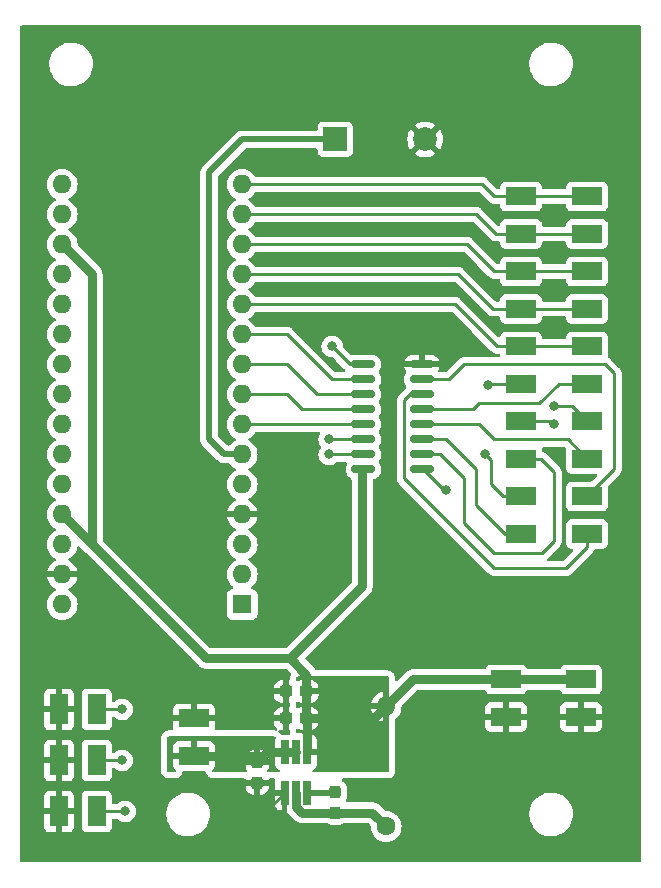
<source format=gbr>
%TF.GenerationSoftware,KiCad,Pcbnew,7.0.8*%
%TF.CreationDate,2023-12-02T15:31:10-08:00*%
%TF.ProjectId,LED_MAIN_BOARD_POWER,4c45445f-4d41-4494-9e5f-424f4152445f,rev?*%
%TF.SameCoordinates,Original*%
%TF.FileFunction,Copper,L1,Top*%
%TF.FilePolarity,Positive*%
%FSLAX46Y46*%
G04 Gerber Fmt 4.6, Leading zero omitted, Abs format (unit mm)*
G04 Created by KiCad (PCBNEW 7.0.8) date 2023-12-02 15:31:10*
%MOMM*%
%LPD*%
G01*
G04 APERTURE LIST*
G04 Aperture macros list*
%AMRoundRect*
0 Rectangle with rounded corners*
0 $1 Rounding radius*
0 $2 $3 $4 $5 $6 $7 $8 $9 X,Y pos of 4 corners*
0 Add a 4 corners polygon primitive as box body*
4,1,4,$2,$3,$4,$5,$6,$7,$8,$9,$2,$3,0*
0 Add four circle primitives for the rounded corners*
1,1,$1+$1,$2,$3*
1,1,$1+$1,$4,$5*
1,1,$1+$1,$6,$7*
1,1,$1+$1,$8,$9*
0 Add four rect primitives between the rounded corners*
20,1,$1+$1,$2,$3,$4,$5,0*
20,1,$1+$1,$4,$5,$6,$7,0*
20,1,$1+$1,$6,$7,$8,$9,0*
20,1,$1+$1,$8,$9,$2,$3,0*%
G04 Aperture macros list end*
%TA.AperFunction,SMDPad,CuDef*%
%ADD10R,2.540000X1.524000*%
%TD*%
%TA.AperFunction,SMDPad,CuDef*%
%ADD11R,1.524000X2.540000*%
%TD*%
%TA.AperFunction,SMDPad,CuDef*%
%ADD12RoundRect,0.237500X0.300000X0.237500X-0.300000X0.237500X-0.300000X-0.237500X0.300000X-0.237500X0*%
%TD*%
%TA.AperFunction,ComponentPad*%
%ADD13R,1.600000X1.600000*%
%TD*%
%TA.AperFunction,ComponentPad*%
%ADD14O,1.600000X1.600000*%
%TD*%
%TA.AperFunction,ComponentPad*%
%ADD15C,1.600000*%
%TD*%
%TA.AperFunction,ComponentPad*%
%ADD16R,2.000000X2.000000*%
%TD*%
%TA.AperFunction,ComponentPad*%
%ADD17C,2.000000*%
%TD*%
%TA.AperFunction,SMDPad,CuDef*%
%ADD18RoundRect,0.237500X-0.237500X0.300000X-0.237500X-0.300000X0.237500X-0.300000X0.237500X0.300000X0*%
%TD*%
%TA.AperFunction,SMDPad,CuDef*%
%ADD19R,0.650000X2.000000*%
%TD*%
%TA.AperFunction,SMDPad,CuDef*%
%ADD20RoundRect,0.150000X0.825000X0.150000X-0.825000X0.150000X-0.825000X-0.150000X0.825000X-0.150000X0*%
%TD*%
%TA.AperFunction,ViaPad*%
%ADD21C,0.800000*%
%TD*%
%TA.AperFunction,Conductor*%
%ADD22C,0.250000*%
%TD*%
%TA.AperFunction,Conductor*%
%ADD23C,0.500000*%
%TD*%
%TA.AperFunction,Conductor*%
%ADD24C,0.750000*%
%TD*%
G04 APERTURE END LIST*
D10*
%TO.P,Disp1,1,S0*%
%TO.N,SEL_0_DISP_1*%
X203200000Y-101981000D03*
%TO.P,Disp1,2,S1*%
%TO.N,SEL_1_DISP_1*%
X203200000Y-98806000D03*
%TO.P,Disp1,3,S2*%
%TO.N,SEL_2_DISP_1*%
X203200000Y-95631000D03*
%TO.P,Disp1,4,S3*%
%TO.N,SEL_3_DISP_1*%
X203200000Y-92456000D03*
%TO.P,Disp1,5,SX*%
%TO.N,SEL_X_DISP_1*%
X203200000Y-89281000D03*
%TO.P,Disp1,6,D0*%
%TO.N,DATA_0*%
X203200000Y-86106000D03*
%TO.P,Disp1,7,D1*%
%TO.N,DATA_1*%
X203200000Y-82931000D03*
%TO.P,Disp1,8,D2*%
%TO.N,DATA_2*%
X203200000Y-79756000D03*
%TO.P,Disp1,9,D3*%
%TO.N,DATA_3*%
X203200000Y-76581000D03*
%TO.P,Disp1,10,PH*%
%TO.N,PHASE*%
X203200000Y-73406000D03*
%TD*%
D11*
%TO.P,CTL1,1,1*%
%TO.N,GND*%
X158496000Y-116840000D03*
%TO.P,CTL1,2,2*%
%TO.N,CTRL_0*%
X161671000Y-116840000D03*
%TD*%
D12*
%TO.P,C3,1*%
%TO.N,+5V*%
X179424500Y-117602000D03*
%TO.P,C3,2*%
%TO.N,GND*%
X177699500Y-117602000D03*
%TD*%
D13*
%TO.P,A1,1,D1/TX*%
%TO.N,TIMER_PB_1*%
X173990000Y-107950000D03*
D14*
%TO.P,A1,2,D0/RX*%
%TO.N,TIMER_PB_0*%
X173990000Y-105410000D03*
%TO.P,A1,3,~{RESET}*%
%TO.N,unconnected-(A1-~{RESET}-Pad3)*%
X173990000Y-102870000D03*
%TO.P,A1,4,GND*%
%TO.N,GND*%
X173990000Y-100330000D03*
%TO.P,A1,5,D2*%
%TO.N,CTRL_0*%
X173990000Y-97790000D03*
%TO.P,A1,6,D3*%
%TO.N,BUZZ*%
X173990000Y-95250000D03*
%TO.P,A1,7,D4*%
%TO.N,SEL_D1*%
X173990000Y-92710000D03*
%TO.P,A1,8,D5*%
%TO.N,SEL_D2*%
X173990000Y-90170000D03*
%TO.P,A1,9,D6*%
%TO.N,SEL_D3*%
X173990000Y-87630000D03*
%TO.P,A1,10,D7*%
%TO.N,SEL_D0*%
X173990000Y-85090000D03*
%TO.P,A1,11,D8*%
%TO.N,DATA_0*%
X173990000Y-82550000D03*
%TO.P,A1,12,D9*%
%TO.N,DATA_1*%
X173990000Y-80010000D03*
%TO.P,A1,13,D10*%
%TO.N,DATA_2*%
X173990000Y-77470000D03*
%TO.P,A1,14,D11*%
%TO.N,DATA_3*%
X173990000Y-74930000D03*
%TO.P,A1,15,D12*%
%TO.N,PHASE*%
X173990000Y-72390000D03*
%TO.P,A1,16,D13*%
%TO.N,unconnected-(A1-D13-Pad16)*%
X158750000Y-72390000D03*
%TO.P,A1,17,3V3*%
%TO.N,unconnected-(A1-3V3-Pad17)*%
X158750000Y-74930000D03*
%TO.P,A1,18,AREF*%
%TO.N,+5V*%
X158750000Y-77470000D03*
%TO.P,A1,19,A0*%
%TO.N,unconnected-(A1-A0-Pad19)*%
X158750000Y-80010000D03*
%TO.P,A1,20,A1*%
%TO.N,unconnected-(A1-A1-Pad20)*%
X158750000Y-82550000D03*
%TO.P,A1,21,A2*%
%TO.N,unconnected-(A1-A2-Pad21)*%
X158750000Y-85090000D03*
%TO.P,A1,22,A3*%
%TO.N,unconnected-(A1-A3-Pad22)*%
X158750000Y-87630000D03*
%TO.P,A1,23,A4*%
%TO.N,unconnected-(A1-A4-Pad23)*%
X158750000Y-90170000D03*
%TO.P,A1,24,A5*%
%TO.N,unconnected-(A1-A5-Pad24)*%
X158750000Y-92710000D03*
%TO.P,A1,25,A6*%
%TO.N,unconnected-(A1-A6-Pad25)*%
X158750000Y-95250000D03*
%TO.P,A1,26,A7*%
%TO.N,unconnected-(A1-A7-Pad26)*%
X158750000Y-97790000D03*
%TO.P,A1,27,+5V*%
%TO.N,+5V*%
X158750000Y-100330000D03*
%TO.P,A1,28,~{RESET}*%
%TO.N,unconnected-(A1-~{RESET}-Pad28)*%
X158750000Y-102870000D03*
%TO.P,A1,29,GND*%
%TO.N,GND*%
X158750000Y-105410000D03*
%TO.P,A1,30,VIN*%
%TO.N,unconnected-(A1-VIN-Pad30)*%
X158750000Y-107950000D03*
%TD*%
D15*
%TO.P,L1,1,1*%
%TO.N,Net-(Vreg0-SW)*%
X186182000Y-126746000D03*
D14*
%TO.P,L1,2,2*%
%TO.N,+5V*%
X186182000Y-116586000D03*
%TD*%
D16*
%TO.P,BZ1,1,-*%
%TO.N,BUZZ*%
X181874000Y-68580000D03*
D17*
%TO.P,BZ1,2,+*%
%TO.N,GND*%
X189474000Y-68580000D03*
%TD*%
D10*
%TO.P,Disp0,1,S0*%
%TO.N,SEL_0_DISP_0*%
X197612000Y-101981000D03*
%TO.P,Disp0,2,S1*%
%TO.N,SEL_1_DISP_0*%
X197612000Y-98806000D03*
%TO.P,Disp0,3,S2*%
%TO.N,SEL_2_DISP_0*%
X197612000Y-95631000D03*
%TO.P,Disp0,4,S3*%
%TO.N,SEL_3_DISP_0*%
X197612000Y-92456000D03*
%TO.P,Disp0,5,SX*%
%TO.N,SEL_X_DISP_0*%
X197612000Y-89281000D03*
%TO.P,Disp0,6,D0*%
%TO.N,DATA_0*%
X197612000Y-86106000D03*
%TO.P,Disp0,7,D1*%
%TO.N,DATA_1*%
X197612000Y-82931000D03*
%TO.P,Disp0,8,D2*%
%TO.N,DATA_2*%
X197612000Y-79756000D03*
%TO.P,Disp0,9,D3*%
%TO.N,DATA_3*%
X197612000Y-76581000D03*
%TO.P,Disp0,10,PH*%
%TO.N,PHASE*%
X197612000Y-73406000D03*
%TD*%
D11*
%TO.P,TM1,1,1*%
%TO.N,GND*%
X158496000Y-125476000D03*
%TO.P,TM1,2,2*%
%TO.N,TIMER_PB_1*%
X161671000Y-125476000D03*
%TD*%
D18*
%TO.P,C1,1*%
%TO.N,+BATT*%
X175260000Y-121311500D03*
%TO.P,C1,2*%
%TO.N,GND*%
X175260000Y-123036500D03*
%TD*%
D10*
%TO.P,Vout2,1,GND*%
%TO.N,GND*%
X202692000Y-117475000D03*
%TO.P,Vout2,2,Vout*%
%TO.N,+5V*%
X202692000Y-114300000D03*
%TD*%
D18*
%TO.P,C2,1*%
%TO.N,Net-(Vreg0-BST)*%
X181864000Y-123851500D03*
%TO.P,C2,2*%
%TO.N,Net-(Vreg0-SW)*%
X181864000Y-125576500D03*
%TD*%
D10*
%TO.P,Vout1,1,GND*%
%TO.N,GND*%
X196342000Y-117475000D03*
%TO.P,Vout1,2,Vout*%
%TO.N,+5V*%
X196342000Y-114300000D03*
%TD*%
D19*
%TO.P,Vreg0,1,FB*%
%TO.N,+5V*%
X179512000Y-120464000D03*
%TO.P,Vreg0,2,EN*%
%TO.N,+BATT*%
X178562000Y-120464000D03*
%TO.P,Vreg0,3,IN*%
X177612000Y-120464000D03*
%TO.P,Vreg0,4,GND*%
%TO.N,GND*%
X177612000Y-123884000D03*
%TO.P,Vreg0,5,SW*%
%TO.N,Net-(Vreg0-SW)*%
X178562000Y-123884000D03*
%TO.P,Vreg0,6,BST*%
%TO.N,Net-(Vreg0-BST)*%
X179512000Y-123884000D03*
%TD*%
D12*
%TO.P,C4,1*%
%TO.N,+5V*%
X179424500Y-115316000D03*
%TO.P,C4,2*%
%TO.N,GND*%
X177699500Y-115316000D03*
%TD*%
D20*
%TO.P,U1,1,S4*%
%TO.N,SEL_X_DISP_0*%
X189200000Y-96520000D03*
%TO.P,U1,2,S2*%
%TO.N,SEL_2_DISP_0*%
X189200000Y-95250000D03*
%TO.P,U1,3,S0*%
%TO.N,SEL_0_DISP_0*%
X189200000Y-93980000D03*
%TO.P,U1,4,S7*%
%TO.N,SEL_2_DISP_1*%
X189200000Y-92710000D03*
%TO.P,U1,5,S9*%
%TO.N,SEL_X_DISP_1*%
X189200000Y-91440000D03*
%TO.P,U1,6,S5*%
%TO.N,SEL_0_DISP_1*%
X189200000Y-90170000D03*
%TO.P,U1,7,S6*%
%TO.N,SEL_1_DISP_1*%
X189200000Y-88900000D03*
%TO.P,U1,8,VSS*%
%TO.N,GND*%
X189200000Y-87630000D03*
%TO.P,U1,9,S8*%
%TO.N,SEL_3_DISP_1*%
X184250000Y-87630000D03*
%TO.P,U1,10,A*%
%TO.N,SEL_D0*%
X184250000Y-88900000D03*
%TO.P,U1,11,D*%
%TO.N,SEL_D3*%
X184250000Y-90170000D03*
%TO.P,U1,12,C*%
%TO.N,SEL_D2*%
X184250000Y-91440000D03*
%TO.P,U1,13,B*%
%TO.N,SEL_D1*%
X184250000Y-92710000D03*
%TO.P,U1,14,S1*%
%TO.N,SEL_1_DISP_0*%
X184250000Y-93980000D03*
%TO.P,U1,15,S3*%
%TO.N,SEL_3_DISP_0*%
X184250000Y-95250000D03*
%TO.P,U1,16,VDD*%
%TO.N,+5V*%
X184250000Y-96520000D03*
%TD*%
D11*
%TO.P,TM0,1,1*%
%TO.N,GND*%
X158496000Y-121158000D03*
%TO.P,TM0,2,2*%
%TO.N,TIMER_PB_0*%
X161671000Y-121158000D03*
%TD*%
D10*
%TO.P,Vin1,1,BAT_V+*%
%TO.N,+BATT*%
X169926000Y-120777000D03*
%TO.P,Vin1,2,BAT_GND*%
%TO.N,GND*%
X169926000Y-117602000D03*
%TD*%
D21*
%TO.N,TIMER_PB_1*%
X164084000Y-125476000D03*
%TO.N,TIMER_PB_0*%
X163830000Y-121158000D03*
%TO.N,GND*%
X179070000Y-99060000D03*
X195326000Y-66802000D03*
X204470000Y-110236000D03*
X191008000Y-126238000D03*
X177612000Y-126172000D03*
X204978000Y-66802000D03*
X172466000Y-63500000D03*
X204978000Y-126238000D03*
X191008000Y-110236000D03*
X158242000Y-113284000D03*
X161290000Y-113284000D03*
X166370000Y-63500000D03*
X179070000Y-105410000D03*
X175768000Y-125222000D03*
%TO.N,CTRL_0*%
X163830000Y-116840000D03*
%TO.N,SEL_X_DISP_0*%
X194818000Y-89408000D03*
X191262000Y-98298000D03*
%TO.N,SEL_3_DISP_1*%
X200406000Y-91186000D03*
X181610000Y-86106000D03*
%TO.N,SEL_1_DISP_0*%
X194564000Y-95250000D03*
X181356000Y-93980000D03*
%TO.N,SEL_3_DISP_0*%
X181356000Y-95250000D03*
X200406000Y-92710000D03*
%TD*%
D22*
%TO.N,TIMER_PB_1*%
X164084000Y-125476000D02*
X161671000Y-125476000D01*
%TO.N,TIMER_PB_0*%
X163830000Y-121158000D02*
X161671000Y-121158000D01*
%TO.N,GND*%
X176274000Y-125222000D02*
X175768000Y-125222000D01*
X177612000Y-126172000D02*
X177612000Y-123884000D01*
X177612000Y-123884000D02*
X176274000Y-125222000D01*
%TO.N,CTRL_0*%
X163830000Y-116840000D02*
X161671000Y-116840000D01*
D23*
%TO.N,BUZZ*%
X172466000Y-95250000D02*
X171196000Y-93980000D01*
X173990000Y-68580000D02*
X181874000Y-68580000D01*
X171196000Y-71374000D02*
X173990000Y-68580000D01*
X173990000Y-95250000D02*
X172466000Y-95250000D01*
X171196000Y-93980000D02*
X171196000Y-71374000D01*
D22*
%TO.N,PHASE*%
X194310000Y-72390000D02*
X173990000Y-72390000D01*
X203200000Y-73406000D02*
X197612000Y-73406000D01*
X197612000Y-73406000D02*
X195326000Y-73406000D01*
X195326000Y-73406000D02*
X194310000Y-72390000D01*
%TO.N,DATA_0*%
X197612000Y-86106000D02*
X195580000Y-86106000D01*
X195580000Y-86106000D02*
X192024000Y-82550000D01*
X203200000Y-86106000D02*
X197612000Y-86106000D01*
X192024000Y-82550000D02*
X173990000Y-82550000D01*
%TO.N,DATA_1*%
X192278000Y-80010000D02*
X195199000Y-82931000D01*
X195199000Y-82931000D02*
X197612000Y-82931000D01*
X197612000Y-82931000D02*
X203200000Y-82931000D01*
X173990000Y-80010000D02*
X192278000Y-80010000D01*
%TO.N,DATA_2*%
X203200000Y-79756000D02*
X197612000Y-79756000D01*
X193040000Y-77470000D02*
X173990000Y-77470000D01*
X197612000Y-79756000D02*
X195326000Y-79756000D01*
X195326000Y-79756000D02*
X193040000Y-77470000D01*
%TO.N,DATA_3*%
X173990000Y-74930000D02*
X193802000Y-74930000D01*
X193802000Y-74930000D02*
X195453000Y-76581000D01*
X195453000Y-76581000D02*
X197612000Y-76581000D01*
X203200000Y-76581000D02*
X197612000Y-76581000D01*
%TO.N,SEL_D0*%
X181610000Y-88900000D02*
X184150000Y-88900000D01*
X177800000Y-85090000D02*
X181610000Y-88900000D01*
X173990000Y-85090000D02*
X177800000Y-85090000D01*
%TO.N,SEL_D1*%
X173990000Y-92710000D02*
X184150000Y-92710000D01*
%TO.N,SEL_D2*%
X173990000Y-90170000D02*
X177800000Y-90170000D01*
X177800000Y-90170000D02*
X179070000Y-91440000D01*
X179070000Y-91440000D02*
X184150000Y-91440000D01*
%TO.N,SEL_D3*%
X180340000Y-90170000D02*
X184150000Y-90170000D01*
X177800000Y-87630000D02*
X180340000Y-90170000D01*
X173990000Y-87630000D02*
X177800000Y-87630000D01*
D24*
%TO.N,+5V*%
X161290000Y-80010000D02*
X161290000Y-102870000D01*
X188468000Y-114300000D02*
X186182000Y-116586000D01*
X179424500Y-113892500D02*
X179424500Y-115316000D01*
X160401000Y-101981000D02*
X158750000Y-100330000D01*
X158750000Y-77470000D02*
X161290000Y-80010000D01*
X179424500Y-117602000D02*
X179424500Y-115316000D01*
X170942000Y-112522000D02*
X162179000Y-103759000D01*
X179512000Y-117689500D02*
X179424500Y-117602000D01*
X185166000Y-117602000D02*
X186182000Y-116586000D01*
X196342000Y-114300000D02*
X202692000Y-114300000D01*
X178054000Y-112522000D02*
X184150000Y-106426000D01*
X196342000Y-114300000D02*
X188468000Y-114300000D01*
X178054000Y-112522000D02*
X179424500Y-113892500D01*
X161290000Y-102870000D02*
X162179000Y-103759000D01*
X184150000Y-106426000D02*
X184150000Y-96520000D01*
X178054000Y-112522000D02*
X170942000Y-112522000D01*
X179424500Y-117602000D02*
X185166000Y-117602000D01*
X179512000Y-120464000D02*
X179512000Y-117689500D01*
X162179000Y-103759000D02*
X160401000Y-101981000D01*
D22*
%TO.N,SEL_X_DISP_0*%
X191078000Y-98298000D02*
X191262000Y-98298000D01*
X197612000Y-89281000D02*
X194945000Y-89281000D01*
X189300000Y-96520000D02*
X191078000Y-98298000D01*
X194945000Y-89281000D02*
X194818000Y-89408000D01*
%TO.N,SEL_2_DISP_0*%
X190754000Y-95250000D02*
X192786000Y-97282000D01*
X195326000Y-103632000D02*
X199390000Y-103632000D01*
X199263000Y-95631000D02*
X197612000Y-95631000D01*
X189300000Y-95250000D02*
X190754000Y-95250000D01*
X192786000Y-101092000D02*
X195326000Y-103632000D01*
X199390000Y-103632000D02*
X200406000Y-102616000D01*
X200406000Y-96774000D02*
X199263000Y-95631000D01*
X200406000Y-102616000D02*
X200406000Y-96774000D01*
X192786000Y-97282000D02*
X192786000Y-101092000D01*
%TO.N,SEL_0_DISP_0*%
X193802000Y-99568000D02*
X196215000Y-101981000D01*
X193802000Y-96520000D02*
X193802000Y-99568000D01*
X196215000Y-101981000D02*
X197612000Y-101981000D01*
X189300000Y-93980000D02*
X191262000Y-93980000D01*
X191262000Y-93980000D02*
X193802000Y-96520000D01*
%TO.N,SEL_2_DISP_1*%
X194056000Y-92710000D02*
X195326000Y-93980000D01*
X189300000Y-92710000D02*
X194056000Y-92710000D01*
X195326000Y-93980000D02*
X201549000Y-93980000D01*
X201549000Y-93980000D02*
X203200000Y-95631000D01*
%TO.N,SEL_X_DISP_1*%
X189300000Y-91440000D02*
X193548000Y-91440000D01*
X199136000Y-90932000D02*
X200787000Y-89281000D01*
X194056000Y-90932000D02*
X199136000Y-90932000D01*
X200787000Y-89281000D02*
X203200000Y-89281000D01*
X193548000Y-91440000D02*
X194056000Y-90932000D01*
%TO.N,SEL_0_DISP_1*%
X188214000Y-90170000D02*
X187706000Y-90678000D01*
X189300000Y-90170000D02*
X188214000Y-90170000D01*
X187706000Y-97282000D02*
X195326000Y-104902000D01*
X201422000Y-104902000D02*
X203200000Y-103124000D01*
X195326000Y-104902000D02*
X201422000Y-104902000D01*
X187706000Y-90678000D02*
X187706000Y-97282000D01*
X203200000Y-103124000D02*
X203200000Y-101981000D01*
%TO.N,SEL_1_DISP_1*%
X205486000Y-96520000D02*
X203200000Y-98806000D01*
X192786000Y-87630000D02*
X204724000Y-87630000D01*
X204724000Y-87630000D02*
X205486000Y-88392000D01*
X191516000Y-88900000D02*
X192786000Y-87630000D01*
X189300000Y-88900000D02*
X191516000Y-88900000D01*
X205486000Y-88392000D02*
X205486000Y-96520000D01*
%TO.N,SEL_3_DISP_1*%
X203200000Y-92456000D02*
X201930000Y-91186000D01*
X181991000Y-86487000D02*
X181610000Y-86106000D01*
X201930000Y-91186000D02*
X200406000Y-91186000D01*
X184150000Y-87630000D02*
X183134000Y-87630000D01*
X183134000Y-87630000D02*
X182372000Y-86868000D01*
X182372000Y-86868000D02*
X181991000Y-86487000D01*
%TO.N,SEL_1_DISP_0*%
X182372000Y-93980000D02*
X181610000Y-93980000D01*
X195072000Y-97790000D02*
X196088000Y-98806000D01*
X181610000Y-93980000D02*
X181356000Y-93980000D01*
X194564000Y-95250000D02*
X195072000Y-95758000D01*
X196088000Y-98806000D02*
X197612000Y-98806000D01*
X195072000Y-95758000D02*
X195072000Y-97790000D01*
X184150000Y-93980000D02*
X182372000Y-93980000D01*
%TO.N,SEL_3_DISP_0*%
X181864000Y-95250000D02*
X181356000Y-95250000D01*
X200152000Y-92456000D02*
X200406000Y-92710000D01*
X197612000Y-92456000D02*
X200152000Y-92456000D01*
X184150000Y-95250000D02*
X181864000Y-95250000D01*
D24*
%TO.N,+BATT*%
X176107500Y-120464000D02*
X175260000Y-121311500D01*
X175794500Y-120777000D02*
X169926000Y-120777000D01*
X178562000Y-120464000D02*
X177612000Y-120464000D01*
X177612000Y-120464000D02*
X176107500Y-120464000D01*
X176107500Y-120464000D02*
X175794500Y-120777000D01*
D23*
%TO.N,Net-(Vreg0-BST)*%
X181831500Y-123884000D02*
X181864000Y-123851500D01*
X179512000Y-123884000D02*
X181831500Y-123884000D01*
D24*
%TO.N,Net-(Vreg0-SW)*%
X185012500Y-125576500D02*
X186182000Y-126746000D01*
X181864000Y-125576500D02*
X185012500Y-125576500D01*
X178562000Y-125072174D02*
X179066326Y-125576500D01*
X179079802Y-125576500D02*
X181864000Y-125576500D01*
X178562000Y-123884000D02*
X178562000Y-125072174D01*
X179066326Y-125576500D02*
X179079802Y-125576500D01*
%TD*%
%TA.AperFunction,Conductor*%
%TO.N,+BATT*%
G36*
X176767865Y-119145685D02*
G01*
X176813620Y-119198489D01*
X176823564Y-119267647D01*
X176817008Y-119293333D01*
X176793403Y-119356620D01*
X176793401Y-119356627D01*
X176787000Y-119416155D01*
X176787000Y-120214000D01*
X178512500Y-120214000D01*
X178579539Y-120233685D01*
X178625294Y-120286489D01*
X178636500Y-120338000D01*
X178636500Y-120511468D01*
X178643583Y-120576594D01*
X178631262Y-120645369D01*
X178583714Y-120696564D01*
X178520310Y-120714000D01*
X176787000Y-120714000D01*
X176787000Y-121511844D01*
X176793401Y-121571372D01*
X176793403Y-121571379D01*
X176843645Y-121706086D01*
X176843649Y-121706093D01*
X176929809Y-121821187D01*
X176929812Y-121821190D01*
X177044906Y-121907350D01*
X177044913Y-121907354D01*
X177115866Y-121933818D01*
X177171800Y-121975689D01*
X177196217Y-122041154D01*
X177181365Y-122109426D01*
X177131960Y-122158832D01*
X177072533Y-122174000D01*
X176239229Y-122174000D01*
X176172190Y-122154315D01*
X176126435Y-122101511D01*
X176116491Y-122032353D01*
X176133691Y-121984902D01*
X176170450Y-121925307D01*
X176170453Y-121925300D01*
X176224680Y-121761652D01*
X176234999Y-121660654D01*
X176235000Y-121660641D01*
X176235000Y-121561500D01*
X174285001Y-121561500D01*
X174285001Y-121660654D01*
X174295319Y-121761652D01*
X174349546Y-121925300D01*
X174349549Y-121925307D01*
X174386309Y-121984902D01*
X174404750Y-122052294D01*
X174383828Y-122118958D01*
X174330187Y-122163728D01*
X174280771Y-122174000D01*
X171554638Y-122174000D01*
X171487599Y-122154315D01*
X171441844Y-122101511D01*
X171431900Y-122032353D01*
X171460925Y-121968797D01*
X171480327Y-121950733D01*
X171553190Y-121896186D01*
X171639350Y-121781093D01*
X171639354Y-121781086D01*
X171689596Y-121646379D01*
X171689598Y-121646372D01*
X171695999Y-121586844D01*
X171696000Y-121586827D01*
X171696000Y-121061500D01*
X174285000Y-121061500D01*
X175010000Y-121061500D01*
X175010000Y-120274000D01*
X175510000Y-120274000D01*
X175510000Y-121061500D01*
X176234999Y-121061500D01*
X176234999Y-120962360D01*
X176234998Y-120962345D01*
X176224680Y-120861347D01*
X176170453Y-120697699D01*
X176170448Y-120697688D01*
X176079947Y-120550965D01*
X176079944Y-120550961D01*
X175958038Y-120429055D01*
X175958034Y-120429052D01*
X175811311Y-120338551D01*
X175811300Y-120338546D01*
X175647652Y-120284319D01*
X175546654Y-120274000D01*
X175510000Y-120274000D01*
X175010000Y-120274000D01*
X174973361Y-120274000D01*
X174973343Y-120274001D01*
X174872347Y-120284319D01*
X174708699Y-120338546D01*
X174708688Y-120338551D01*
X174561965Y-120429052D01*
X174561961Y-120429055D01*
X174440055Y-120550961D01*
X174440052Y-120550965D01*
X174349551Y-120697688D01*
X174349546Y-120697699D01*
X174295319Y-120861347D01*
X174285000Y-120962345D01*
X174285000Y-121061500D01*
X171696000Y-121061500D01*
X171696000Y-121027000D01*
X168156000Y-121027000D01*
X168156000Y-121586844D01*
X168162401Y-121646372D01*
X168162403Y-121646379D01*
X168212645Y-121781086D01*
X168212649Y-121781093D01*
X168298809Y-121896186D01*
X168371673Y-121950733D01*
X168413544Y-122006667D01*
X168418528Y-122076359D01*
X168385043Y-122137682D01*
X168323719Y-122171166D01*
X168297362Y-122174000D01*
X167764000Y-122174000D01*
X167696961Y-122154315D01*
X167651206Y-122101511D01*
X167640000Y-122050000D01*
X167640000Y-120527000D01*
X168156000Y-120527000D01*
X169676000Y-120527000D01*
X169676000Y-119515000D01*
X170176000Y-119515000D01*
X170176000Y-120527000D01*
X171696000Y-120527000D01*
X171696000Y-119967172D01*
X171695999Y-119967155D01*
X171689598Y-119907627D01*
X171689596Y-119907620D01*
X171639354Y-119772913D01*
X171639350Y-119772906D01*
X171553190Y-119657812D01*
X171553187Y-119657809D01*
X171438093Y-119571649D01*
X171438086Y-119571645D01*
X171303379Y-119521403D01*
X171303372Y-119521401D01*
X171243844Y-119515000D01*
X170176000Y-119515000D01*
X169676000Y-119515000D01*
X168608155Y-119515000D01*
X168548627Y-119521401D01*
X168548620Y-119521403D01*
X168413913Y-119571645D01*
X168413906Y-119571649D01*
X168298812Y-119657809D01*
X168298809Y-119657812D01*
X168212649Y-119772906D01*
X168212645Y-119772913D01*
X168162403Y-119907620D01*
X168162401Y-119907627D01*
X168156000Y-119967155D01*
X168156000Y-120527000D01*
X167640000Y-120527000D01*
X167640000Y-119250000D01*
X167659685Y-119182961D01*
X167712489Y-119137206D01*
X167764000Y-119126000D01*
X176700826Y-119126000D01*
X176767865Y-119145685D01*
G37*
%TD.AperFunction*%
%TD*%
%TA.AperFunction,Conductor*%
%TO.N,+5V*%
G36*
X186379039Y-114065685D02*
G01*
X186424794Y-114118489D01*
X186436000Y-114170000D01*
X186436000Y-115242905D01*
X186432000Y-115256527D01*
X186432000Y-116270314D01*
X186420045Y-116258359D01*
X186307148Y-116200835D01*
X186213481Y-116186000D01*
X186150519Y-116186000D01*
X186056852Y-116200835D01*
X185943955Y-116258359D01*
X185932000Y-116270314D01*
X185932000Y-115307127D01*
X185735671Y-115359734D01*
X185529517Y-115455865D01*
X185343179Y-115586342D01*
X185182342Y-115747179D01*
X185051865Y-115933517D01*
X184955734Y-116139673D01*
X184955730Y-116139682D01*
X184903127Y-116335999D01*
X184903128Y-116336000D01*
X185866314Y-116336000D01*
X185854359Y-116347955D01*
X185796835Y-116460852D01*
X185777014Y-116586000D01*
X185796835Y-116711148D01*
X185854359Y-116824045D01*
X185866314Y-116836000D01*
X184903128Y-116836000D01*
X184955730Y-117032317D01*
X184955734Y-117032326D01*
X185051865Y-117238482D01*
X185182342Y-117424820D01*
X185343179Y-117585657D01*
X185529517Y-117716134D01*
X185735673Y-117812265D01*
X185735682Y-117812269D01*
X185931999Y-117864872D01*
X185932000Y-117864871D01*
X185932000Y-116901686D01*
X185943955Y-116913641D01*
X186056852Y-116971165D01*
X186150519Y-116986000D01*
X186213481Y-116986000D01*
X186307148Y-116971165D01*
X186420045Y-116913641D01*
X186432000Y-116901686D01*
X186432000Y-117906135D01*
X186436000Y-117929083D01*
X186436000Y-122050000D01*
X186416315Y-122117039D01*
X186363511Y-122162794D01*
X186312000Y-122174000D01*
X180051467Y-122174000D01*
X179984428Y-122154315D01*
X179938673Y-122101511D01*
X179928729Y-122032353D01*
X179957754Y-121968797D01*
X180008134Y-121933818D01*
X180079086Y-121907354D01*
X180079093Y-121907350D01*
X180194187Y-121821190D01*
X180194190Y-121821187D01*
X180280350Y-121706093D01*
X180280354Y-121706086D01*
X180330596Y-121571379D01*
X180330598Y-121571372D01*
X180336999Y-121511844D01*
X180337000Y-121511827D01*
X180337000Y-120714000D01*
X179554185Y-120714000D01*
X179487146Y-120694315D01*
X179441391Y-120641511D01*
X179431447Y-120572353D01*
X179431806Y-120570014D01*
X179441370Y-120511678D01*
X179431061Y-120321525D01*
X179392019Y-120180911D01*
X179387499Y-120147737D01*
X179387499Y-119416129D01*
X179387498Y-119416123D01*
X179381091Y-119356516D01*
X179330797Y-119221671D01*
X179330795Y-119221668D01*
X179286733Y-119162808D01*
X179262316Y-119097343D01*
X179262000Y-119088497D01*
X179262000Y-118964000D01*
X179762000Y-118964000D01*
X179762000Y-120214000D01*
X180337000Y-120214000D01*
X180337000Y-119416172D01*
X180336999Y-119416155D01*
X180330598Y-119356627D01*
X180330596Y-119356620D01*
X180280354Y-119221913D01*
X180280350Y-119221906D01*
X180194190Y-119106812D01*
X180194187Y-119106809D01*
X180079093Y-119020649D01*
X180079086Y-119020645D01*
X179944379Y-118970403D01*
X179944372Y-118970401D01*
X179884844Y-118964000D01*
X179762000Y-118964000D01*
X179262000Y-118964000D01*
X179194000Y-118964000D01*
X179126961Y-118944315D01*
X179081206Y-118891511D01*
X179078896Y-118880896D01*
X179070000Y-118872000D01*
X178686000Y-118872000D01*
X178618961Y-118852315D01*
X178573206Y-118799511D01*
X178562000Y-118748000D01*
X178562000Y-118581229D01*
X178581685Y-118514190D01*
X178634489Y-118468435D01*
X178703647Y-118458491D01*
X178751098Y-118475691D01*
X178810692Y-118512450D01*
X178810699Y-118512453D01*
X178974347Y-118566680D01*
X179075351Y-118576999D01*
X179174500Y-118576998D01*
X179174500Y-117852000D01*
X179674500Y-117852000D01*
X179674500Y-118576999D01*
X179773640Y-118576999D01*
X179773654Y-118576998D01*
X179874652Y-118566680D01*
X180038300Y-118512453D01*
X180038311Y-118512448D01*
X180185034Y-118421947D01*
X180185038Y-118421944D01*
X180306944Y-118300038D01*
X180306947Y-118300034D01*
X180397448Y-118153311D01*
X180397453Y-118153300D01*
X180451680Y-117989652D01*
X180461999Y-117888654D01*
X180462000Y-117888641D01*
X180462000Y-117852000D01*
X179674500Y-117852000D01*
X179174500Y-117852000D01*
X179174500Y-116627000D01*
X179674500Y-116627000D01*
X179674500Y-117352000D01*
X180461999Y-117352000D01*
X180461999Y-117315360D01*
X180461998Y-117315345D01*
X180451680Y-117214347D01*
X180397453Y-117050699D01*
X180397448Y-117050688D01*
X180306947Y-116903965D01*
X180306944Y-116903961D01*
X180185038Y-116782055D01*
X180185034Y-116782052D01*
X180038311Y-116691551D01*
X180038300Y-116691546D01*
X179874652Y-116637319D01*
X179773654Y-116627000D01*
X179674500Y-116627000D01*
X179174500Y-116627000D01*
X179174500Y-116626999D01*
X179075360Y-116627000D01*
X179075344Y-116627001D01*
X178974347Y-116637319D01*
X178810699Y-116691546D01*
X178810694Y-116691548D01*
X178751097Y-116728309D01*
X178683704Y-116746749D01*
X178617041Y-116725826D01*
X178572271Y-116672184D01*
X178562000Y-116622770D01*
X178562000Y-116295229D01*
X178581685Y-116228190D01*
X178634489Y-116182435D01*
X178703647Y-116172491D01*
X178751098Y-116189691D01*
X178810692Y-116226450D01*
X178810699Y-116226453D01*
X178974347Y-116280680D01*
X179075351Y-116290999D01*
X179174500Y-116290998D01*
X179174500Y-115566000D01*
X179674500Y-115566000D01*
X179674500Y-116290999D01*
X179773640Y-116290999D01*
X179773654Y-116290998D01*
X179874652Y-116280680D01*
X180038300Y-116226453D01*
X180038311Y-116226448D01*
X180185034Y-116135947D01*
X180185038Y-116135944D01*
X180306944Y-116014038D01*
X180306947Y-116014034D01*
X180397448Y-115867311D01*
X180397453Y-115867300D01*
X180451680Y-115703652D01*
X180461999Y-115602654D01*
X180462000Y-115602641D01*
X180462000Y-115566000D01*
X179674500Y-115566000D01*
X179174500Y-115566000D01*
X179174500Y-114341000D01*
X179674500Y-114341000D01*
X179674500Y-115066000D01*
X180461999Y-115066000D01*
X180461999Y-115029360D01*
X180461998Y-115029345D01*
X180451680Y-114928347D01*
X180397453Y-114764699D01*
X180397448Y-114764688D01*
X180306947Y-114617965D01*
X180306944Y-114617961D01*
X180185038Y-114496055D01*
X180185034Y-114496052D01*
X180038311Y-114405551D01*
X180038300Y-114405546D01*
X179874652Y-114351319D01*
X179773654Y-114341000D01*
X179674500Y-114341000D01*
X179174500Y-114341000D01*
X179174500Y-114340999D01*
X179075360Y-114341000D01*
X179075344Y-114341001D01*
X178974347Y-114351319D01*
X178810699Y-114405546D01*
X178810694Y-114405548D01*
X178751097Y-114442309D01*
X178683704Y-114460749D01*
X178617041Y-114439826D01*
X178572271Y-114386184D01*
X178562000Y-114336770D01*
X178562000Y-114170000D01*
X178581685Y-114102961D01*
X178634489Y-114057206D01*
X178686000Y-114046000D01*
X186312000Y-114046000D01*
X186379039Y-114065685D01*
G37*
%TD.AperFunction*%
%TD*%
%TA.AperFunction,Conductor*%
%TO.N,GND*%
G36*
X207714539Y-58948185D02*
G01*
X207760294Y-59000989D01*
X207771500Y-59052500D01*
X207771500Y-129669500D01*
X207751815Y-129736539D01*
X207699011Y-129782294D01*
X207647500Y-129793500D01*
X155318500Y-129793500D01*
X155251461Y-129773815D01*
X155205706Y-129721011D01*
X155194500Y-129669500D01*
X155194500Y-125726000D01*
X157234000Y-125726000D01*
X157234000Y-126793844D01*
X157240401Y-126853372D01*
X157240403Y-126853379D01*
X157290645Y-126988086D01*
X157290649Y-126988093D01*
X157376809Y-127103187D01*
X157376812Y-127103190D01*
X157491906Y-127189350D01*
X157491913Y-127189354D01*
X157626620Y-127239596D01*
X157626627Y-127239598D01*
X157686155Y-127245999D01*
X157686172Y-127246000D01*
X158246000Y-127246000D01*
X158246000Y-125726000D01*
X158746000Y-125726000D01*
X158746000Y-127246000D01*
X159305828Y-127246000D01*
X159305844Y-127245999D01*
X159365372Y-127239598D01*
X159365379Y-127239596D01*
X159500086Y-127189354D01*
X159500093Y-127189350D01*
X159615187Y-127103190D01*
X159615190Y-127103187D01*
X159701350Y-126988093D01*
X159701354Y-126988086D01*
X159751596Y-126853379D01*
X159751598Y-126853372D01*
X159757996Y-126793870D01*
X160408500Y-126793870D01*
X160408501Y-126793876D01*
X160414908Y-126853483D01*
X160465202Y-126988328D01*
X160465206Y-126988335D01*
X160551452Y-127103544D01*
X160551455Y-127103547D01*
X160666664Y-127189793D01*
X160666671Y-127189797D01*
X160801517Y-127240091D01*
X160801516Y-127240091D01*
X160808444Y-127240835D01*
X160861127Y-127246500D01*
X162480872Y-127246499D01*
X162540483Y-127240091D01*
X162675331Y-127189796D01*
X162790546Y-127103546D01*
X162876796Y-126988331D01*
X162927091Y-126853483D01*
X162933500Y-126793873D01*
X162933500Y-126225500D01*
X162953185Y-126158461D01*
X163005989Y-126112706D01*
X163057500Y-126101500D01*
X163380252Y-126101500D01*
X163447291Y-126121185D01*
X163472400Y-126142526D01*
X163478126Y-126148885D01*
X163478130Y-126148889D01*
X163631265Y-126260148D01*
X163631270Y-126260151D01*
X163804192Y-126337142D01*
X163804197Y-126337144D01*
X163989354Y-126376500D01*
X163989355Y-126376500D01*
X164178644Y-126376500D01*
X164178646Y-126376500D01*
X164363803Y-126337144D01*
X164536730Y-126260151D01*
X164689871Y-126148888D01*
X164816533Y-126008216D01*
X164911179Y-125844284D01*
X164926295Y-125797763D01*
X167563787Y-125797763D01*
X167593413Y-126067013D01*
X167593415Y-126067024D01*
X167661926Y-126329082D01*
X167661928Y-126329088D01*
X167767870Y-126578390D01*
X167870160Y-126745998D01*
X167908979Y-126809605D01*
X167908986Y-126809615D01*
X168082253Y-127017819D01*
X168082259Y-127017824D01*
X168177534Y-127103190D01*
X168283998Y-127198582D01*
X168509910Y-127348044D01*
X168755176Y-127463020D01*
X168755183Y-127463022D01*
X168755185Y-127463023D01*
X169014557Y-127541057D01*
X169014564Y-127541058D01*
X169014569Y-127541060D01*
X169282561Y-127580500D01*
X169282566Y-127580500D01*
X169485636Y-127580500D01*
X169537133Y-127576730D01*
X169688156Y-127565677D01*
X169800758Y-127540593D01*
X169952546Y-127506782D01*
X169952548Y-127506781D01*
X169952553Y-127506780D01*
X170205558Y-127410014D01*
X170441777Y-127277441D01*
X170656177Y-127111888D01*
X170844186Y-126916881D01*
X171001799Y-126696579D01*
X171117425Y-126471685D01*
X171125649Y-126455690D01*
X171125651Y-126455684D01*
X171125656Y-126455675D01*
X171213118Y-126199305D01*
X171262319Y-125932933D01*
X171272212Y-125662235D01*
X171242586Y-125392982D01*
X171174072Y-125130912D01*
X171068130Y-124881610D01*
X170927018Y-124650390D01*
X170897447Y-124614857D01*
X170753746Y-124442180D01*
X170753740Y-124442175D01*
X170552002Y-124261418D01*
X170359410Y-124134000D01*
X176787000Y-124134000D01*
X176787000Y-124931844D01*
X176793401Y-124991372D01*
X176793403Y-124991379D01*
X176843645Y-125126086D01*
X176843649Y-125126093D01*
X176929809Y-125241187D01*
X176929812Y-125241190D01*
X177044906Y-125327350D01*
X177044913Y-125327354D01*
X177179620Y-125377596D01*
X177179627Y-125377598D01*
X177239155Y-125383999D01*
X177239172Y-125384000D01*
X177362000Y-125384000D01*
X177362000Y-124134000D01*
X176787000Y-124134000D01*
X170359410Y-124134000D01*
X170326092Y-124111957D01*
X170326090Y-124111956D01*
X170080824Y-123996980D01*
X170080819Y-123996978D01*
X170080814Y-123996976D01*
X169821442Y-123918942D01*
X169821428Y-123918939D01*
X169705791Y-123901921D01*
X169553439Y-123879500D01*
X169350369Y-123879500D01*
X169350364Y-123879500D01*
X169147844Y-123894323D01*
X169147831Y-123894325D01*
X168883453Y-123953217D01*
X168883446Y-123953220D01*
X168630439Y-124049987D01*
X168394226Y-124182557D01*
X168179822Y-124348112D01*
X167991822Y-124543109D01*
X167991816Y-124543116D01*
X167834202Y-124763419D01*
X167834199Y-124763424D01*
X167710350Y-125004309D01*
X167710343Y-125004327D01*
X167622884Y-125260685D01*
X167622881Y-125260699D01*
X167603991Y-125362968D01*
X167575124Y-125519258D01*
X167573681Y-125527068D01*
X167573680Y-125527075D01*
X167563787Y-125797763D01*
X164926295Y-125797763D01*
X164969674Y-125664256D01*
X164989460Y-125476000D01*
X164969674Y-125287744D01*
X164911179Y-125107716D01*
X164816533Y-124943784D01*
X164689871Y-124803112D01*
X164689870Y-124803111D01*
X164536734Y-124691851D01*
X164536729Y-124691848D01*
X164363807Y-124614857D01*
X164363802Y-124614855D01*
X164218001Y-124583865D01*
X164178646Y-124575500D01*
X163989354Y-124575500D01*
X163956897Y-124582398D01*
X163804197Y-124614855D01*
X163804192Y-124614857D01*
X163631270Y-124691848D01*
X163631265Y-124691851D01*
X163478130Y-124803110D01*
X163478126Y-124803114D01*
X163472400Y-124809474D01*
X163412913Y-124846121D01*
X163380252Y-124850500D01*
X163057499Y-124850500D01*
X162990460Y-124830815D01*
X162944705Y-124778011D01*
X162933499Y-124726500D01*
X162933499Y-124158129D01*
X162933498Y-124158123D01*
X162933497Y-124158116D01*
X162927091Y-124098517D01*
X162917946Y-124073999D01*
X162876797Y-123963671D01*
X162876793Y-123963664D01*
X162790547Y-123848455D01*
X162790544Y-123848452D01*
X162675335Y-123762206D01*
X162675328Y-123762202D01*
X162540482Y-123711908D01*
X162540483Y-123711908D01*
X162480883Y-123705501D01*
X162480881Y-123705500D01*
X162480873Y-123705500D01*
X162480864Y-123705500D01*
X160861129Y-123705500D01*
X160861123Y-123705501D01*
X160801516Y-123711908D01*
X160666671Y-123762202D01*
X160666664Y-123762206D01*
X160551455Y-123848452D01*
X160551452Y-123848455D01*
X160465206Y-123963664D01*
X160465202Y-123963671D01*
X160414908Y-124098517D01*
X160411094Y-124134000D01*
X160408501Y-124158123D01*
X160408500Y-124158135D01*
X160408500Y-126793870D01*
X159757996Y-126793870D01*
X159757999Y-126793844D01*
X159758000Y-126793827D01*
X159758000Y-125726000D01*
X158746000Y-125726000D01*
X158246000Y-125726000D01*
X157234000Y-125726000D01*
X155194500Y-125726000D01*
X155194500Y-125226000D01*
X157234000Y-125226000D01*
X158246000Y-125226000D01*
X158246000Y-123706000D01*
X158746000Y-123706000D01*
X158746000Y-125226000D01*
X159758000Y-125226000D01*
X159758000Y-124158172D01*
X159757999Y-124158155D01*
X159751598Y-124098627D01*
X159751596Y-124098620D01*
X159701354Y-123963913D01*
X159701350Y-123963906D01*
X159615190Y-123848812D01*
X159615187Y-123848809D01*
X159500093Y-123762649D01*
X159500086Y-123762645D01*
X159365379Y-123712403D01*
X159365372Y-123712401D01*
X159305844Y-123706000D01*
X158746000Y-123706000D01*
X158246000Y-123706000D01*
X157686155Y-123706000D01*
X157626627Y-123712401D01*
X157626620Y-123712403D01*
X157491913Y-123762645D01*
X157491906Y-123762649D01*
X157376812Y-123848809D01*
X157376809Y-123848812D01*
X157290649Y-123963906D01*
X157290645Y-123963913D01*
X157240403Y-124098620D01*
X157240401Y-124098627D01*
X157234000Y-124158155D01*
X157234000Y-125226000D01*
X155194500Y-125226000D01*
X155194500Y-123286500D01*
X174285001Y-123286500D01*
X174285001Y-123385654D01*
X174295319Y-123486652D01*
X174349546Y-123650300D01*
X174349551Y-123650311D01*
X174440052Y-123797034D01*
X174440055Y-123797038D01*
X174561961Y-123918944D01*
X174561965Y-123918947D01*
X174708688Y-124009448D01*
X174708699Y-124009453D01*
X174872347Y-124063680D01*
X174973352Y-124073999D01*
X175010000Y-124073999D01*
X175010000Y-123286500D01*
X175510000Y-123286500D01*
X175510000Y-124073999D01*
X175546640Y-124073999D01*
X175546654Y-124073998D01*
X175647652Y-124063680D01*
X175811300Y-124009453D01*
X175811311Y-124009448D01*
X175958034Y-123918947D01*
X175958038Y-123918944D01*
X176079944Y-123797038D01*
X176079947Y-123797034D01*
X176170448Y-123650311D01*
X176170453Y-123650300D01*
X176224680Y-123486652D01*
X176234999Y-123385654D01*
X176235000Y-123385641D01*
X176235000Y-123286500D01*
X175510000Y-123286500D01*
X175010000Y-123286500D01*
X174285001Y-123286500D01*
X155194500Y-123286500D01*
X155194500Y-121408000D01*
X157234000Y-121408000D01*
X157234000Y-122475844D01*
X157240401Y-122535372D01*
X157240403Y-122535379D01*
X157290645Y-122670086D01*
X157290649Y-122670093D01*
X157376809Y-122785187D01*
X157376812Y-122785190D01*
X157491906Y-122871350D01*
X157491913Y-122871354D01*
X157626620Y-122921596D01*
X157626627Y-122921598D01*
X157686155Y-122927999D01*
X157686172Y-122928000D01*
X158246000Y-122928000D01*
X158246000Y-121408000D01*
X158746000Y-121408000D01*
X158746000Y-122928000D01*
X159305828Y-122928000D01*
X159305844Y-122927999D01*
X159365372Y-122921598D01*
X159365379Y-122921596D01*
X159500086Y-122871354D01*
X159500093Y-122871350D01*
X159615187Y-122785190D01*
X159615190Y-122785187D01*
X159701350Y-122670093D01*
X159701354Y-122670086D01*
X159751596Y-122535379D01*
X159751598Y-122535372D01*
X159757996Y-122475870D01*
X160408500Y-122475870D01*
X160408501Y-122475876D01*
X160414908Y-122535483D01*
X160465202Y-122670328D01*
X160465206Y-122670335D01*
X160551452Y-122785544D01*
X160551455Y-122785547D01*
X160666664Y-122871793D01*
X160666671Y-122871797D01*
X160801517Y-122922091D01*
X160801516Y-122922091D01*
X160808444Y-122922835D01*
X160861127Y-122928500D01*
X162480872Y-122928499D01*
X162540483Y-122922091D01*
X162675331Y-122871796D01*
X162790546Y-122785546D01*
X162876796Y-122670331D01*
X162927091Y-122535483D01*
X162933500Y-122475873D01*
X162933500Y-121907500D01*
X162953185Y-121840461D01*
X163005989Y-121794706D01*
X163057500Y-121783500D01*
X163126252Y-121783500D01*
X163193291Y-121803185D01*
X163218400Y-121824526D01*
X163224126Y-121830885D01*
X163224130Y-121830889D01*
X163377265Y-121942148D01*
X163377270Y-121942151D01*
X163550192Y-122019142D01*
X163550197Y-122019144D01*
X163735354Y-122058500D01*
X163735355Y-122058500D01*
X163924644Y-122058500D01*
X163924646Y-122058500D01*
X164109803Y-122019144D01*
X164282730Y-121942151D01*
X164435871Y-121830888D01*
X164562533Y-121690216D01*
X164657179Y-121526284D01*
X164715674Y-121346256D01*
X164735460Y-121158000D01*
X164715674Y-120969744D01*
X164657179Y-120789716D01*
X164562533Y-120625784D01*
X164435871Y-120485112D01*
X164435870Y-120485111D01*
X164282734Y-120373851D01*
X164282729Y-120373848D01*
X164109807Y-120296857D01*
X164109802Y-120296855D01*
X163964001Y-120265865D01*
X163924646Y-120257500D01*
X163735354Y-120257500D01*
X163702897Y-120264398D01*
X163550197Y-120296855D01*
X163550192Y-120296857D01*
X163377270Y-120373848D01*
X163377265Y-120373851D01*
X163224130Y-120485110D01*
X163224126Y-120485114D01*
X163218400Y-120491474D01*
X163158913Y-120528121D01*
X163126252Y-120532500D01*
X163057499Y-120532500D01*
X162990460Y-120512815D01*
X162944705Y-120460011D01*
X162933499Y-120408500D01*
X162933499Y-119840129D01*
X162933498Y-119840123D01*
X162933497Y-119840116D01*
X162927091Y-119780517D01*
X162876884Y-119645906D01*
X162876797Y-119645671D01*
X162876793Y-119645664D01*
X162790547Y-119530455D01*
X162790544Y-119530452D01*
X162675335Y-119444206D01*
X162675328Y-119444202D01*
X162540482Y-119393908D01*
X162540483Y-119393908D01*
X162480883Y-119387501D01*
X162480881Y-119387500D01*
X162480873Y-119387500D01*
X162480864Y-119387500D01*
X160861129Y-119387500D01*
X160861123Y-119387501D01*
X160801516Y-119393908D01*
X160666671Y-119444202D01*
X160666664Y-119444206D01*
X160551455Y-119530452D01*
X160551452Y-119530455D01*
X160465206Y-119645664D01*
X160465202Y-119645671D01*
X160414908Y-119780517D01*
X160408501Y-119840116D01*
X160408501Y-119840123D01*
X160408500Y-119840135D01*
X160408500Y-122475870D01*
X159757996Y-122475870D01*
X159757999Y-122475844D01*
X159758000Y-122475827D01*
X159758000Y-121408000D01*
X158746000Y-121408000D01*
X158246000Y-121408000D01*
X157234000Y-121408000D01*
X155194500Y-121408000D01*
X155194500Y-120908000D01*
X157234000Y-120908000D01*
X158246000Y-120908000D01*
X158246000Y-119388000D01*
X158746000Y-119388000D01*
X158746000Y-120908000D01*
X159758000Y-120908000D01*
X159758000Y-119840172D01*
X159757999Y-119840155D01*
X159751598Y-119780627D01*
X159751596Y-119780620D01*
X159701354Y-119645913D01*
X159701350Y-119645906D01*
X159615190Y-119530812D01*
X159615187Y-119530809D01*
X159500093Y-119444649D01*
X159500086Y-119444645D01*
X159365379Y-119394403D01*
X159365372Y-119394401D01*
X159305844Y-119388000D01*
X158746000Y-119388000D01*
X158246000Y-119388000D01*
X157686155Y-119388000D01*
X157626627Y-119394401D01*
X157626620Y-119394403D01*
X157491913Y-119444645D01*
X157491906Y-119444649D01*
X157376812Y-119530809D01*
X157376809Y-119530812D01*
X157290649Y-119645906D01*
X157290645Y-119645913D01*
X157240403Y-119780620D01*
X157240401Y-119780627D01*
X157234000Y-119840155D01*
X157234000Y-120908000D01*
X155194500Y-120908000D01*
X155194500Y-117090000D01*
X157234000Y-117090000D01*
X157234000Y-118157844D01*
X157240401Y-118217372D01*
X157240403Y-118217379D01*
X157290645Y-118352086D01*
X157290649Y-118352093D01*
X157376809Y-118467187D01*
X157376812Y-118467190D01*
X157491906Y-118553350D01*
X157491913Y-118553354D01*
X157626620Y-118603596D01*
X157626627Y-118603598D01*
X157686155Y-118609999D01*
X157686172Y-118610000D01*
X158246000Y-118610000D01*
X158246000Y-117090000D01*
X158746000Y-117090000D01*
X158746000Y-118610000D01*
X159305828Y-118610000D01*
X159305844Y-118609999D01*
X159365372Y-118603598D01*
X159365379Y-118603596D01*
X159500086Y-118553354D01*
X159500093Y-118553350D01*
X159615187Y-118467190D01*
X159615190Y-118467187D01*
X159701350Y-118352093D01*
X159701354Y-118352086D01*
X159751596Y-118217379D01*
X159751598Y-118217372D01*
X159757996Y-118157870D01*
X160408500Y-118157870D01*
X160408501Y-118157876D01*
X160414908Y-118217483D01*
X160465202Y-118352328D01*
X160465206Y-118352335D01*
X160551452Y-118467544D01*
X160551455Y-118467547D01*
X160666664Y-118553793D01*
X160666671Y-118553797D01*
X160801517Y-118604091D01*
X160801516Y-118604091D01*
X160808444Y-118604835D01*
X160861127Y-118610500D01*
X162480872Y-118610499D01*
X162540483Y-118604091D01*
X162675331Y-118553796D01*
X162790546Y-118467546D01*
X162876796Y-118352331D01*
X162927091Y-118217483D01*
X162933500Y-118157873D01*
X162933500Y-117589500D01*
X162953185Y-117522461D01*
X163005989Y-117476706D01*
X163057500Y-117465500D01*
X163126252Y-117465500D01*
X163193291Y-117485185D01*
X163218400Y-117506526D01*
X163224126Y-117512885D01*
X163224130Y-117512889D01*
X163377265Y-117624148D01*
X163377270Y-117624151D01*
X163550192Y-117701142D01*
X163550197Y-117701144D01*
X163735354Y-117740500D01*
X163735355Y-117740500D01*
X163924644Y-117740500D01*
X163924646Y-117740500D01*
X164109803Y-117701144D01*
X164282730Y-117624151D01*
X164435871Y-117512888D01*
X164562533Y-117372216D01*
X164574205Y-117352000D01*
X168156000Y-117352000D01*
X169676000Y-117352000D01*
X169676000Y-116340000D01*
X170176000Y-116340000D01*
X170176000Y-117352000D01*
X171696000Y-117352000D01*
X176662000Y-117352000D01*
X177449500Y-117352000D01*
X177449500Y-116626999D01*
X177350360Y-116627000D01*
X177350344Y-116627001D01*
X177249347Y-116637319D01*
X177085699Y-116691546D01*
X177085688Y-116691551D01*
X176938965Y-116782052D01*
X176938961Y-116782055D01*
X176817055Y-116903961D01*
X176817052Y-116903965D01*
X176726551Y-117050688D01*
X176726546Y-117050699D01*
X176672319Y-117214347D01*
X176662000Y-117315345D01*
X176662000Y-117352000D01*
X171696000Y-117352000D01*
X171696000Y-116792172D01*
X171695999Y-116792155D01*
X171689598Y-116732627D01*
X171689596Y-116732620D01*
X171639354Y-116597913D01*
X171639350Y-116597906D01*
X171553190Y-116482812D01*
X171553187Y-116482809D01*
X171438093Y-116396649D01*
X171438086Y-116396645D01*
X171303379Y-116346403D01*
X171303372Y-116346401D01*
X171243844Y-116340000D01*
X170176000Y-116340000D01*
X169676000Y-116340000D01*
X168608155Y-116340000D01*
X168548627Y-116346401D01*
X168548620Y-116346403D01*
X168413913Y-116396645D01*
X168413906Y-116396649D01*
X168298812Y-116482809D01*
X168298809Y-116482812D01*
X168212649Y-116597906D01*
X168212645Y-116597913D01*
X168162403Y-116732620D01*
X168162401Y-116732627D01*
X168156000Y-116792155D01*
X168156000Y-117352000D01*
X164574205Y-117352000D01*
X164657179Y-117208284D01*
X164715674Y-117028256D01*
X164735460Y-116840000D01*
X164715674Y-116651744D01*
X164657179Y-116471716D01*
X164562533Y-116307784D01*
X164435871Y-116167112D01*
X164435870Y-116167111D01*
X164282734Y-116055851D01*
X164282729Y-116055848D01*
X164109807Y-115978857D01*
X164109802Y-115978855D01*
X163964001Y-115947865D01*
X163924646Y-115939500D01*
X163735354Y-115939500D01*
X163702897Y-115946398D01*
X163550197Y-115978855D01*
X163550192Y-115978857D01*
X163377270Y-116055848D01*
X163377265Y-116055851D01*
X163224130Y-116167110D01*
X163224126Y-116167114D01*
X163218400Y-116173474D01*
X163158913Y-116210121D01*
X163126252Y-116214500D01*
X163057499Y-116214500D01*
X162990460Y-116194815D01*
X162944705Y-116142011D01*
X162933499Y-116090500D01*
X162933499Y-115566000D01*
X176662001Y-115566000D01*
X176662001Y-115602654D01*
X176672319Y-115703652D01*
X176726546Y-115867300D01*
X176726551Y-115867311D01*
X176817052Y-116014034D01*
X176817055Y-116014038D01*
X176938961Y-116135944D01*
X176938965Y-116135947D01*
X177085688Y-116226448D01*
X177085699Y-116226453D01*
X177249347Y-116280680D01*
X177350351Y-116290999D01*
X177449500Y-116290998D01*
X177449500Y-115566000D01*
X176662001Y-115566000D01*
X162933499Y-115566000D01*
X162933499Y-115522129D01*
X162933498Y-115522123D01*
X162933497Y-115522116D01*
X162927091Y-115462517D01*
X162911064Y-115419547D01*
X162876797Y-115327671D01*
X162876793Y-115327664D01*
X162790547Y-115212455D01*
X162790544Y-115212452D01*
X162675335Y-115126206D01*
X162675328Y-115126202D01*
X162540482Y-115075908D01*
X162540483Y-115075908D01*
X162480883Y-115069501D01*
X162480881Y-115069500D01*
X162480873Y-115069500D01*
X162480864Y-115069500D01*
X160861129Y-115069500D01*
X160861123Y-115069501D01*
X160801516Y-115075908D01*
X160666671Y-115126202D01*
X160666664Y-115126206D01*
X160551455Y-115212452D01*
X160551452Y-115212455D01*
X160465206Y-115327664D01*
X160465202Y-115327671D01*
X160414908Y-115462517D01*
X160408501Y-115522116D01*
X160408501Y-115522123D01*
X160408500Y-115522135D01*
X160408500Y-118157870D01*
X159757996Y-118157870D01*
X159757999Y-118157844D01*
X159758000Y-118157827D01*
X159758000Y-117090000D01*
X158746000Y-117090000D01*
X158246000Y-117090000D01*
X157234000Y-117090000D01*
X155194500Y-117090000D01*
X155194500Y-116590000D01*
X157234000Y-116590000D01*
X158246000Y-116590000D01*
X158246000Y-115070000D01*
X158746000Y-115070000D01*
X158746000Y-116590000D01*
X159758000Y-116590000D01*
X159758000Y-115522172D01*
X159757999Y-115522155D01*
X159751598Y-115462627D01*
X159751596Y-115462620D01*
X159701354Y-115327913D01*
X159701350Y-115327906D01*
X159615190Y-115212812D01*
X159615187Y-115212809D01*
X159500093Y-115126649D01*
X159500086Y-115126645D01*
X159365379Y-115076403D01*
X159365372Y-115076401D01*
X159305844Y-115070000D01*
X158746000Y-115070000D01*
X158246000Y-115070000D01*
X157686155Y-115070000D01*
X157626627Y-115076401D01*
X157626620Y-115076403D01*
X157491913Y-115126645D01*
X157491906Y-115126649D01*
X157376812Y-115212809D01*
X157376809Y-115212812D01*
X157290649Y-115327906D01*
X157290645Y-115327913D01*
X157240403Y-115462620D01*
X157240401Y-115462627D01*
X157234000Y-115522155D01*
X157234000Y-116590000D01*
X155194500Y-116590000D01*
X155194500Y-115066000D01*
X176662000Y-115066000D01*
X177449500Y-115066000D01*
X177449500Y-114340999D01*
X177350360Y-114341000D01*
X177350344Y-114341001D01*
X177249347Y-114351319D01*
X177085699Y-114405546D01*
X177085688Y-114405551D01*
X176938965Y-114496052D01*
X176938961Y-114496055D01*
X176817055Y-114617961D01*
X176817052Y-114617965D01*
X176726551Y-114764688D01*
X176726546Y-114764699D01*
X176672319Y-114928347D01*
X176662000Y-115029345D01*
X176662000Y-115066000D01*
X155194500Y-115066000D01*
X155194500Y-107950001D01*
X157444532Y-107950001D01*
X157464364Y-108176686D01*
X157464366Y-108176697D01*
X157523258Y-108396488D01*
X157523261Y-108396497D01*
X157619431Y-108602732D01*
X157619432Y-108602734D01*
X157749954Y-108789141D01*
X157910858Y-108950045D01*
X157910861Y-108950047D01*
X158097266Y-109080568D01*
X158303504Y-109176739D01*
X158523308Y-109235635D01*
X158685230Y-109249801D01*
X158749998Y-109255468D01*
X158750000Y-109255468D01*
X158750002Y-109255468D01*
X158806807Y-109250498D01*
X158976692Y-109235635D01*
X159196496Y-109176739D01*
X159402734Y-109080568D01*
X159589139Y-108950047D01*
X159750047Y-108789139D01*
X159880568Y-108602734D01*
X159976739Y-108396496D01*
X160035635Y-108176692D01*
X160055468Y-107950000D01*
X160035635Y-107723308D01*
X159976739Y-107503504D01*
X159880568Y-107297266D01*
X159750047Y-107110861D01*
X159750045Y-107110858D01*
X159589141Y-106949954D01*
X159402734Y-106819432D01*
X159402732Y-106819431D01*
X159370410Y-106804359D01*
X159344132Y-106792105D01*
X159291694Y-106745934D01*
X159272542Y-106678740D01*
X159292758Y-106611859D01*
X159344134Y-106567341D01*
X159402484Y-106540132D01*
X159588820Y-106409657D01*
X159749657Y-106248820D01*
X159880134Y-106062482D01*
X159976265Y-105856326D01*
X159976269Y-105856317D01*
X160028872Y-105660000D01*
X159183686Y-105660000D01*
X159209493Y-105619844D01*
X159250000Y-105481889D01*
X159250000Y-105338111D01*
X159209493Y-105200156D01*
X159183686Y-105160000D01*
X160028872Y-105160000D01*
X160028872Y-105159999D01*
X159976269Y-104963682D01*
X159976265Y-104963673D01*
X159880134Y-104757517D01*
X159749657Y-104571179D01*
X159588820Y-104410342D01*
X159402482Y-104279865D01*
X159344133Y-104252657D01*
X159291694Y-104206484D01*
X159272542Y-104139291D01*
X159292758Y-104072410D01*
X159344129Y-104027895D01*
X159402734Y-104000568D01*
X159589139Y-103870047D01*
X159750047Y-103709139D01*
X159880568Y-103522734D01*
X159976739Y-103316496D01*
X160031381Y-103112566D01*
X160067745Y-103052909D01*
X160130591Y-103022379D01*
X160199967Y-103030673D01*
X160238836Y-103056981D01*
X160662552Y-103480696D01*
X160707882Y-103528551D01*
X160719871Y-103541207D01*
X160720028Y-103541314D01*
X160738121Y-103556265D01*
X161492600Y-104310744D01*
X170295987Y-113114130D01*
X170299391Y-113117823D01*
X170336369Y-113161357D01*
X170402750Y-113211819D01*
X170467703Y-113264030D01*
X170467704Y-113264030D01*
X170467705Y-113264031D01*
X170467872Y-113264114D01*
X170487814Y-113276483D01*
X170487971Y-113276602D01*
X170563640Y-113311610D01*
X170638307Y-113348641D01*
X170638483Y-113348684D01*
X170660625Y-113356479D01*
X170660803Y-113356562D01*
X170701513Y-113365523D01*
X170742223Y-113374484D01*
X170758332Y-113378490D01*
X170823110Y-113394600D01*
X170823283Y-113394604D01*
X170846602Y-113397460D01*
X170846784Y-113397500D01*
X170846787Y-113397500D01*
X170930159Y-113397500D01*
X171013473Y-113399757D01*
X171013655Y-113399721D01*
X171037023Y-113397500D01*
X177639994Y-113397500D01*
X177707033Y-113417185D01*
X177727675Y-113433819D01*
X178085235Y-113791379D01*
X178118720Y-113852702D01*
X178113736Y-113922394D01*
X178110348Y-113930572D01*
X178096664Y-113960534D01*
X178076978Y-114027575D01*
X178076976Y-114027580D01*
X178060595Y-114141516D01*
X178056502Y-114169990D01*
X178056500Y-114170001D01*
X178056500Y-114217000D01*
X178036815Y-114284039D01*
X177984011Y-114329794D01*
X177954226Y-114336273D01*
X177949500Y-114341000D01*
X177949500Y-116290999D01*
X177956566Y-116298065D01*
X177999539Y-116310684D01*
X178045294Y-116363488D01*
X178056500Y-116414999D01*
X178056500Y-116503000D01*
X178036815Y-116570039D01*
X177984011Y-116615794D01*
X177954226Y-116622273D01*
X177949500Y-116627000D01*
X177949500Y-118576999D01*
X177956566Y-118584065D01*
X177999539Y-118596684D01*
X178045294Y-118649488D01*
X178056500Y-118700999D01*
X178056500Y-118748000D01*
X178064912Y-118826247D01*
X178052507Y-118895005D01*
X178004896Y-118946142D01*
X177941623Y-118963500D01*
X177325084Y-118963500D01*
X177258045Y-118943815D01*
X177220769Y-118906540D01*
X177195655Y-118867462D01*
X177195646Y-118867451D01*
X177149900Y-118814657D01*
X177149898Y-118814654D01*
X177094442Y-118766601D01*
X177056668Y-118707823D01*
X177056668Y-118637953D01*
X177094443Y-118579176D01*
X177157999Y-118550151D01*
X177214649Y-118555183D01*
X177249347Y-118566680D01*
X177350351Y-118576999D01*
X177449500Y-118576998D01*
X177449500Y-117852000D01*
X176662001Y-117852000D01*
X176662001Y-117888654D01*
X176672319Y-117989652D01*
X176726546Y-118153300D01*
X176726551Y-118153311D01*
X176817052Y-118300034D01*
X176817055Y-118300038D01*
X176944069Y-118427052D01*
X176942876Y-118428244D01*
X176978095Y-118477988D01*
X176981230Y-118547787D01*
X176946131Y-118608201D01*
X176883942Y-118640048D01*
X176843158Y-118640963D01*
X176700826Y-118620500D01*
X171811076Y-118620500D01*
X171744037Y-118600815D01*
X171698282Y-118548011D01*
X171688338Y-118478853D01*
X171689391Y-118473293D01*
X171695999Y-118411844D01*
X171696000Y-118411827D01*
X171696000Y-117852000D01*
X168156000Y-117852000D01*
X168156000Y-118411844D01*
X168163231Y-118479087D01*
X168160994Y-118479327D01*
X168157858Y-118537762D01*
X168116987Y-118594431D01*
X168051967Y-118620007D01*
X168040924Y-118620500D01*
X167764000Y-118620500D01*
X167763991Y-118620500D01*
X167763990Y-118620501D01*
X167656549Y-118632052D01*
X167656537Y-118632054D01*
X167605027Y-118643260D01*
X167502502Y-118677383D01*
X167502496Y-118677386D01*
X167381462Y-118755171D01*
X167381451Y-118755179D01*
X167328659Y-118800923D01*
X167234433Y-118909664D01*
X167234430Y-118909668D01*
X167174664Y-119040534D01*
X167154978Y-119107575D01*
X167154976Y-119107580D01*
X167138595Y-119221516D01*
X167134500Y-119250000D01*
X167134500Y-120020500D01*
X167134500Y-122050000D01*
X167134501Y-122050009D01*
X167146052Y-122157450D01*
X167146054Y-122157462D01*
X167157260Y-122208972D01*
X167191383Y-122311497D01*
X167191386Y-122311503D01*
X167269171Y-122432537D01*
X167269179Y-122432548D01*
X167314923Y-122485340D01*
X167314926Y-122485343D01*
X167314930Y-122485347D01*
X167423664Y-122579567D01*
X167423667Y-122579568D01*
X167423668Y-122579569D01*
X167517925Y-122622616D01*
X167554541Y-122639338D01*
X167599357Y-122652497D01*
X167621575Y-122659022D01*
X167621580Y-122659023D01*
X167621584Y-122659024D01*
X167764000Y-122679500D01*
X167764003Y-122679500D01*
X168310900Y-122679500D01*
X168310902Y-122679500D01*
X168337942Y-122678050D01*
X168358808Y-122675806D01*
X168377764Y-122673769D01*
X168377764Y-122673768D01*
X168431162Y-122665116D01*
X168565971Y-122614837D01*
X168627295Y-122581353D01*
X168627303Y-122581349D01*
X168742485Y-122495125D01*
X168828709Y-122379943D01*
X168862194Y-122318620D01*
X168912475Y-122183814D01*
X168914561Y-122154651D01*
X168938979Y-122089187D01*
X168994913Y-122047317D01*
X169038245Y-122039499D01*
X170814783Y-122039499D01*
X170881822Y-122059184D01*
X170927577Y-122111988D01*
X170937520Y-122145848D01*
X170941490Y-122173458D01*
X170955485Y-122221119D01*
X170982025Y-122311504D01*
X170986595Y-122318615D01*
X171059809Y-122432537D01*
X171059817Y-122432548D01*
X171105561Y-122485340D01*
X171105564Y-122485343D01*
X171105568Y-122485347D01*
X171214302Y-122579567D01*
X171214305Y-122579568D01*
X171214306Y-122579569D01*
X171308563Y-122622616D01*
X171345179Y-122639338D01*
X171389995Y-122652497D01*
X171412213Y-122659022D01*
X171412218Y-122659023D01*
X171412222Y-122659024D01*
X171554638Y-122679500D01*
X171554641Y-122679500D01*
X174161000Y-122679500D01*
X174228039Y-122699185D01*
X174273794Y-122751989D01*
X174280273Y-122781773D01*
X174285000Y-122786500D01*
X176234999Y-122786500D01*
X176242065Y-122779433D01*
X176254684Y-122736461D01*
X176307488Y-122690706D01*
X176358999Y-122679500D01*
X176665798Y-122679500D01*
X176732837Y-122699185D01*
X176778592Y-122751989D01*
X176789087Y-122816757D01*
X176787000Y-122836158D01*
X176787000Y-123634000D01*
X177566308Y-123634000D01*
X177633347Y-123653685D01*
X177679102Y-123706489D01*
X177689046Y-123775647D01*
X177687408Y-123784659D01*
X177686500Y-123788782D01*
X177686500Y-125034071D01*
X177686295Y-125039105D01*
X177681660Y-125096017D01*
X177692914Y-125178615D01*
X177701927Y-125261490D01*
X177701929Y-125261501D01*
X177701990Y-125261680D01*
X177707340Y-125284505D01*
X177707366Y-125284699D01*
X177707368Y-125284709D01*
X177707369Y-125284711D01*
X177721744Y-125323839D01*
X177736119Y-125362968D01*
X177762730Y-125441948D01*
X177762734Y-125441956D01*
X177762832Y-125442119D01*
X177772969Y-125463273D01*
X177773036Y-125463457D01*
X177773038Y-125463460D01*
X177813694Y-125527068D01*
X177817940Y-125533710D01*
X177860911Y-125605128D01*
X177861042Y-125605266D01*
X177875495Y-125623753D01*
X177875602Y-125623921D01*
X177913917Y-125662235D01*
X177934552Y-125682870D01*
X177991871Y-125743381D01*
X177992028Y-125743488D01*
X178010121Y-125758439D01*
X178420318Y-126168636D01*
X178423722Y-126172329D01*
X178460688Y-126215850D01*
X178460689Y-126215851D01*
X178460691Y-126215852D01*
X178460695Y-126215857D01*
X178518960Y-126260148D01*
X178527063Y-126266308D01*
X178592025Y-126318527D01*
X178592027Y-126318529D01*
X178592198Y-126318614D01*
X178612140Y-126330983D01*
X178612297Y-126331102D01*
X178687966Y-126366110D01*
X178762633Y-126403141D01*
X178762807Y-126403184D01*
X178784952Y-126410980D01*
X178785129Y-126411062D01*
X178785132Y-126411062D01*
X178785133Y-126411063D01*
X178785132Y-126411063D01*
X178866554Y-126428985D01*
X178882663Y-126432990D01*
X178947437Y-126449100D01*
X178947610Y-126449104D01*
X178970928Y-126451960D01*
X178971110Y-126452000D01*
X178971113Y-126452000D01*
X179054486Y-126452000D01*
X179137799Y-126454257D01*
X179137981Y-126454221D01*
X179161349Y-126452000D01*
X181118584Y-126452000D01*
X181183679Y-126470460D01*
X181312484Y-126549908D01*
X181476247Y-126604174D01*
X181577323Y-126614500D01*
X182150676Y-126614499D01*
X182150684Y-126614498D01*
X182150687Y-126614498D01*
X182206030Y-126608844D01*
X182251753Y-126604174D01*
X182415516Y-126549908D01*
X182544320Y-126470460D01*
X182609416Y-126452000D01*
X184598494Y-126452000D01*
X184665533Y-126471685D01*
X184686175Y-126488319D01*
X184841061Y-126643205D01*
X184874546Y-126704528D01*
X184876909Y-126741685D01*
X184876532Y-126745997D01*
X184876532Y-126746001D01*
X184896364Y-126972686D01*
X184896366Y-126972697D01*
X184955258Y-127192488D01*
X184955261Y-127192497D01*
X185051431Y-127398732D01*
X185051432Y-127398734D01*
X185181954Y-127585141D01*
X185342858Y-127746045D01*
X185342861Y-127746047D01*
X185529266Y-127876568D01*
X185735504Y-127972739D01*
X185955308Y-128031635D01*
X186117230Y-128045801D01*
X186181998Y-128051468D01*
X186182000Y-128051468D01*
X186182002Y-128051468D01*
X186238673Y-128046509D01*
X186408692Y-128031635D01*
X186628496Y-127972739D01*
X186834734Y-127876568D01*
X187021139Y-127746047D01*
X187182047Y-127585139D01*
X187312568Y-127398734D01*
X187408739Y-127192496D01*
X187467635Y-126972692D01*
X187487468Y-126746000D01*
X187487090Y-126741685D01*
X187481801Y-126681230D01*
X187467635Y-126519308D01*
X187415263Y-126323851D01*
X187408741Y-126299511D01*
X187408738Y-126299502D01*
X187374230Y-126225500D01*
X187312568Y-126093266D01*
X187182047Y-125906861D01*
X187182045Y-125906858D01*
X187072950Y-125797763D01*
X198297787Y-125797763D01*
X198327413Y-126067013D01*
X198327415Y-126067024D01*
X198395926Y-126329082D01*
X198395928Y-126329088D01*
X198501870Y-126578390D01*
X198604160Y-126745998D01*
X198642979Y-126809605D01*
X198642986Y-126809615D01*
X198816253Y-127017819D01*
X198816259Y-127017824D01*
X198911534Y-127103190D01*
X199017998Y-127198582D01*
X199243910Y-127348044D01*
X199489176Y-127463020D01*
X199489183Y-127463022D01*
X199489185Y-127463023D01*
X199748557Y-127541057D01*
X199748564Y-127541058D01*
X199748569Y-127541060D01*
X200016561Y-127580500D01*
X200016566Y-127580500D01*
X200219636Y-127580500D01*
X200271133Y-127576730D01*
X200422156Y-127565677D01*
X200534758Y-127540593D01*
X200686546Y-127506782D01*
X200686548Y-127506781D01*
X200686553Y-127506780D01*
X200939558Y-127410014D01*
X201175777Y-127277441D01*
X201390177Y-127111888D01*
X201578186Y-126916881D01*
X201735799Y-126696579D01*
X201851425Y-126471685D01*
X201859649Y-126455690D01*
X201859651Y-126455684D01*
X201859656Y-126455675D01*
X201947118Y-126199305D01*
X201996319Y-125932933D01*
X202006212Y-125662235D01*
X201976586Y-125392982D01*
X201908072Y-125130912D01*
X201802130Y-124881610D01*
X201661018Y-124650390D01*
X201631447Y-124614857D01*
X201487746Y-124442180D01*
X201487740Y-124442175D01*
X201286002Y-124261418D01*
X201060092Y-124111957D01*
X201060090Y-124111956D01*
X200814824Y-123996980D01*
X200814819Y-123996978D01*
X200814814Y-123996976D01*
X200555442Y-123918942D01*
X200555428Y-123918939D01*
X200439791Y-123901921D01*
X200287439Y-123879500D01*
X200084369Y-123879500D01*
X200084364Y-123879500D01*
X199881844Y-123894323D01*
X199881831Y-123894325D01*
X199617453Y-123953217D01*
X199617446Y-123953220D01*
X199364439Y-124049987D01*
X199128226Y-124182557D01*
X198913822Y-124348112D01*
X198725822Y-124543109D01*
X198725816Y-124543116D01*
X198568202Y-124763419D01*
X198568199Y-124763424D01*
X198444350Y-125004309D01*
X198444343Y-125004327D01*
X198356884Y-125260685D01*
X198356881Y-125260699D01*
X198337991Y-125362968D01*
X198309124Y-125519258D01*
X198307681Y-125527068D01*
X198307680Y-125527075D01*
X198297787Y-125797763D01*
X187072950Y-125797763D01*
X187021141Y-125745954D01*
X186834734Y-125615432D01*
X186834732Y-125615431D01*
X186628497Y-125519261D01*
X186628488Y-125519258D01*
X186408697Y-125460366D01*
X186408693Y-125460365D01*
X186408692Y-125460365D01*
X186408691Y-125460364D01*
X186408686Y-125460364D01*
X186182002Y-125440532D01*
X186181997Y-125440532D01*
X186177685Y-125440909D01*
X186109186Y-125427138D01*
X186079205Y-125405061D01*
X185900144Y-125226000D01*
X185658499Y-124984355D01*
X185655108Y-124980676D01*
X185618131Y-124937143D01*
X185611160Y-124931844D01*
X185551762Y-124886691D01*
X185486797Y-124834470D01*
X185486794Y-124834468D01*
X185486620Y-124834382D01*
X185466682Y-124822014D01*
X185466529Y-124821897D01*
X185466527Y-124821896D01*
X185390859Y-124786889D01*
X185316193Y-124749859D01*
X185316189Y-124749858D01*
X185316180Y-124749855D01*
X185315988Y-124749807D01*
X185293885Y-124742025D01*
X185293698Y-124741938D01*
X185293694Y-124741937D01*
X185212271Y-124724014D01*
X185131385Y-124703899D01*
X185131189Y-124703894D01*
X185107913Y-124701043D01*
X185107722Y-124701001D01*
X185107719Y-124701000D01*
X185107716Y-124701000D01*
X185107712Y-124701000D01*
X185024340Y-124701000D01*
X184941027Y-124698743D01*
X184941026Y-124698743D01*
X184940845Y-124698778D01*
X184917477Y-124701000D01*
X182851835Y-124701000D01*
X182784796Y-124681315D01*
X182739041Y-124628511D01*
X182729097Y-124559353D01*
X182746296Y-124511904D01*
X182774904Y-124465522D01*
X182774908Y-124465516D01*
X182829174Y-124301753D01*
X182839500Y-124200677D01*
X182839499Y-123502324D01*
X182829174Y-123401247D01*
X182774908Y-123237484D01*
X182684340Y-123090650D01*
X182562350Y-122968660D01*
X182465686Y-122909037D01*
X182418964Y-122857091D01*
X182407741Y-122788128D01*
X182435585Y-122724046D01*
X182493653Y-122685190D01*
X182530785Y-122679500D01*
X186311990Y-122679500D01*
X186312000Y-122679500D01*
X186419456Y-122667947D01*
X186470967Y-122656741D01*
X186516251Y-122641669D01*
X186573497Y-122622616D01*
X186573501Y-122622613D01*
X186573504Y-122622613D01*
X186694543Y-122544825D01*
X186747347Y-122499070D01*
X186841567Y-122390336D01*
X186901338Y-122259459D01*
X186921023Y-122192420D01*
X186921024Y-122192416D01*
X186941500Y-122050000D01*
X186941500Y-117929083D01*
X186938003Y-117888654D01*
X186937731Y-117885505D01*
X186937500Y-117880160D01*
X186937500Y-117725000D01*
X194572000Y-117725000D01*
X194572000Y-118284844D01*
X194578401Y-118344372D01*
X194578403Y-118344379D01*
X194628645Y-118479086D01*
X194628649Y-118479093D01*
X194714809Y-118594187D01*
X194714812Y-118594190D01*
X194829906Y-118680350D01*
X194829913Y-118680354D01*
X194964620Y-118730596D01*
X194964627Y-118730598D01*
X195024155Y-118736999D01*
X195024172Y-118737000D01*
X196092000Y-118737000D01*
X196092000Y-117725000D01*
X196592000Y-117725000D01*
X196592000Y-118737000D01*
X197659828Y-118737000D01*
X197659844Y-118736999D01*
X197719372Y-118730598D01*
X197719379Y-118730596D01*
X197854086Y-118680354D01*
X197854093Y-118680350D01*
X197969187Y-118594190D01*
X197969190Y-118594187D01*
X198055350Y-118479093D01*
X198055354Y-118479086D01*
X198105596Y-118344379D01*
X198105598Y-118344372D01*
X198111999Y-118284844D01*
X198112000Y-118284827D01*
X198112000Y-117725000D01*
X200922000Y-117725000D01*
X200922000Y-118284844D01*
X200928401Y-118344372D01*
X200928403Y-118344379D01*
X200978645Y-118479086D01*
X200978649Y-118479093D01*
X201064809Y-118594187D01*
X201064812Y-118594190D01*
X201179906Y-118680350D01*
X201179913Y-118680354D01*
X201314620Y-118730596D01*
X201314627Y-118730598D01*
X201374155Y-118736999D01*
X201374172Y-118737000D01*
X202442000Y-118737000D01*
X202442000Y-117725000D01*
X202942000Y-117725000D01*
X202942000Y-118737000D01*
X204009828Y-118737000D01*
X204009844Y-118736999D01*
X204069372Y-118730598D01*
X204069379Y-118730596D01*
X204204086Y-118680354D01*
X204204093Y-118680350D01*
X204319187Y-118594190D01*
X204319190Y-118594187D01*
X204405350Y-118479093D01*
X204405354Y-118479086D01*
X204455596Y-118344379D01*
X204455598Y-118344372D01*
X204461999Y-118284844D01*
X204462000Y-118284827D01*
X204462000Y-117725000D01*
X202942000Y-117725000D01*
X202442000Y-117725000D01*
X200922000Y-117725000D01*
X198112000Y-117725000D01*
X196592000Y-117725000D01*
X196092000Y-117725000D01*
X194572000Y-117725000D01*
X186937500Y-117725000D01*
X186937500Y-117709161D01*
X186957185Y-117642122D01*
X186990379Y-117607585D01*
X187021139Y-117586047D01*
X187182047Y-117425139D01*
X187312568Y-117238734D01*
X187318972Y-117225000D01*
X194572000Y-117225000D01*
X196092000Y-117225000D01*
X196092000Y-116213000D01*
X196592000Y-116213000D01*
X196592000Y-117225000D01*
X198112000Y-117225000D01*
X200922000Y-117225000D01*
X202442000Y-117225000D01*
X202442000Y-116213000D01*
X202942000Y-116213000D01*
X202942000Y-117225000D01*
X204462000Y-117225000D01*
X204462000Y-116665172D01*
X204461999Y-116665155D01*
X204455598Y-116605627D01*
X204455596Y-116605620D01*
X204405354Y-116470913D01*
X204405350Y-116470906D01*
X204319190Y-116355812D01*
X204319187Y-116355809D01*
X204204093Y-116269649D01*
X204204086Y-116269645D01*
X204069379Y-116219403D01*
X204069372Y-116219401D01*
X204009844Y-116213000D01*
X202942000Y-116213000D01*
X202442000Y-116213000D01*
X201374155Y-116213000D01*
X201314627Y-116219401D01*
X201314620Y-116219403D01*
X201179913Y-116269645D01*
X201179906Y-116269649D01*
X201064812Y-116355809D01*
X201064809Y-116355812D01*
X200978649Y-116470906D01*
X200978645Y-116470913D01*
X200928403Y-116605620D01*
X200928401Y-116605627D01*
X200922000Y-116665155D01*
X200922000Y-117225000D01*
X198112000Y-117225000D01*
X198112000Y-116665172D01*
X198111999Y-116665155D01*
X198105598Y-116605627D01*
X198105596Y-116605620D01*
X198055354Y-116470913D01*
X198055350Y-116470906D01*
X197969190Y-116355812D01*
X197969187Y-116355809D01*
X197854093Y-116269649D01*
X197854086Y-116269645D01*
X197719379Y-116219403D01*
X197719372Y-116219401D01*
X197659844Y-116213000D01*
X196592000Y-116213000D01*
X196092000Y-116213000D01*
X195024155Y-116213000D01*
X194964627Y-116219401D01*
X194964620Y-116219403D01*
X194829913Y-116269645D01*
X194829906Y-116269649D01*
X194714812Y-116355809D01*
X194714809Y-116355812D01*
X194628649Y-116470906D01*
X194628645Y-116470913D01*
X194578403Y-116605620D01*
X194578401Y-116605627D01*
X194572000Y-116665155D01*
X194572000Y-117225000D01*
X187318972Y-117225000D01*
X187408739Y-117032496D01*
X187467635Y-116812692D01*
X187487468Y-116586000D01*
X187487091Y-116581695D01*
X187500856Y-116513196D01*
X187522935Y-116483207D01*
X188794325Y-115211819D01*
X188855648Y-115178334D01*
X188882006Y-115175500D01*
X194494058Y-115175500D01*
X194561097Y-115195185D01*
X194606852Y-115247989D01*
X194610240Y-115256168D01*
X194628201Y-115304326D01*
X194628206Y-115304335D01*
X194714452Y-115419544D01*
X194714455Y-115419547D01*
X194829664Y-115505793D01*
X194829671Y-115505797D01*
X194964517Y-115556091D01*
X194964516Y-115556091D01*
X194971444Y-115556835D01*
X195024127Y-115562500D01*
X197659872Y-115562499D01*
X197719483Y-115556091D01*
X197854331Y-115505796D01*
X197969546Y-115419546D01*
X198055796Y-115304331D01*
X198073760Y-115256168D01*
X198115630Y-115200234D01*
X198181095Y-115175816D01*
X198189942Y-115175500D01*
X200844058Y-115175500D01*
X200911097Y-115195185D01*
X200956852Y-115247989D01*
X200960240Y-115256168D01*
X200978201Y-115304326D01*
X200978206Y-115304335D01*
X201064452Y-115419544D01*
X201064455Y-115419547D01*
X201179664Y-115505793D01*
X201179671Y-115505797D01*
X201314517Y-115556091D01*
X201314516Y-115556091D01*
X201321444Y-115556835D01*
X201374127Y-115562500D01*
X204009872Y-115562499D01*
X204069483Y-115556091D01*
X204204331Y-115505796D01*
X204319546Y-115419546D01*
X204405796Y-115304331D01*
X204456091Y-115169483D01*
X204462500Y-115109873D01*
X204462499Y-113490128D01*
X204456091Y-113430517D01*
X204453770Y-113424295D01*
X204405797Y-113295671D01*
X204405793Y-113295664D01*
X204319547Y-113180455D01*
X204319544Y-113180452D01*
X204204335Y-113094206D01*
X204204328Y-113094202D01*
X204069482Y-113043908D01*
X204069483Y-113043908D01*
X204009883Y-113037501D01*
X204009881Y-113037500D01*
X204009873Y-113037500D01*
X204009864Y-113037500D01*
X201374129Y-113037500D01*
X201374123Y-113037501D01*
X201314516Y-113043908D01*
X201179671Y-113094202D01*
X201179664Y-113094206D01*
X201064455Y-113180452D01*
X201064452Y-113180455D01*
X200978206Y-113295664D01*
X200978201Y-113295673D01*
X200960240Y-113343832D01*
X200918370Y-113399766D01*
X200852905Y-113424184D01*
X200844058Y-113424500D01*
X198189942Y-113424500D01*
X198122903Y-113404815D01*
X198077148Y-113352011D01*
X198073760Y-113343832D01*
X198055798Y-113295673D01*
X198055793Y-113295664D01*
X197969547Y-113180455D01*
X197969544Y-113180452D01*
X197854335Y-113094206D01*
X197854328Y-113094202D01*
X197719482Y-113043908D01*
X197719483Y-113043908D01*
X197659883Y-113037501D01*
X197659881Y-113037500D01*
X197659873Y-113037500D01*
X197659864Y-113037500D01*
X195024129Y-113037500D01*
X195024123Y-113037501D01*
X194964516Y-113043908D01*
X194829671Y-113094202D01*
X194829664Y-113094206D01*
X194714455Y-113180452D01*
X194714452Y-113180455D01*
X194628206Y-113295664D01*
X194628201Y-113295673D01*
X194610240Y-113343832D01*
X194568370Y-113399766D01*
X194502905Y-113424184D01*
X194494058Y-113424500D01*
X188506099Y-113424500D01*
X188501064Y-113424295D01*
X188444154Y-113419660D01*
X188444148Y-113419661D01*
X188361559Y-113430913D01*
X188278680Y-113439927D01*
X188278490Y-113439992D01*
X188255665Y-113445341D01*
X188255466Y-113445368D01*
X188177205Y-113474119D01*
X188098220Y-113500732D01*
X188098217Y-113500734D01*
X188098040Y-113500841D01*
X188076911Y-113510965D01*
X188076713Y-113511037D01*
X188006463Y-113555940D01*
X187935043Y-113598912D01*
X187935041Y-113598914D01*
X187934890Y-113599058D01*
X187916436Y-113613485D01*
X187916260Y-113613597D01*
X187916255Y-113613601D01*
X187857302Y-113672552D01*
X187796796Y-113729867D01*
X187796792Y-113729871D01*
X187796681Y-113730036D01*
X187781737Y-113748117D01*
X187153181Y-114376674D01*
X187091858Y-114410159D01*
X187022167Y-114405175D01*
X186966233Y-114363304D01*
X186941816Y-114297839D01*
X186941500Y-114288993D01*
X186941500Y-114170010D01*
X186941500Y-114170000D01*
X186929947Y-114062544D01*
X186918741Y-114011033D01*
X186918637Y-114010722D01*
X186884616Y-113908502D01*
X186884613Y-113908496D01*
X186848756Y-113852702D01*
X186806825Y-113787457D01*
X186772737Y-113748117D01*
X186761076Y-113734659D01*
X186761072Y-113734656D01*
X186761070Y-113734653D01*
X186652336Y-113640433D01*
X186652333Y-113640431D01*
X186652331Y-113640430D01*
X186521465Y-113580664D01*
X186521460Y-113580662D01*
X186521459Y-113580662D01*
X186498858Y-113574025D01*
X186454425Y-113560978D01*
X186454419Y-113560976D01*
X186368966Y-113548690D01*
X186312000Y-113540500D01*
X186311998Y-113540500D01*
X180306481Y-113540500D01*
X180239442Y-113520815D01*
X180202001Y-113483282D01*
X180168559Y-113430963D01*
X180125590Y-113359547D01*
X180125457Y-113359407D01*
X180111004Y-113340919D01*
X180110900Y-113340756D01*
X180051947Y-113281803D01*
X179994629Y-113221293D01*
X179994470Y-113221185D01*
X179976377Y-113206233D01*
X179379824Y-112609680D01*
X179346339Y-112548357D01*
X179351323Y-112478665D01*
X179379820Y-112434323D01*
X184742142Y-107072000D01*
X184745810Y-107068618D01*
X184789357Y-107031631D01*
X184839808Y-106965262D01*
X184892030Y-106900297D01*
X184892109Y-106900138D01*
X184904489Y-106880177D01*
X184904602Y-106880029D01*
X184939610Y-106804359D01*
X184976641Y-106729693D01*
X184976685Y-106729514D01*
X184984484Y-106707363D01*
X184984562Y-106707197D01*
X184995852Y-106655908D01*
X185002485Y-106625771D01*
X185005945Y-106611859D01*
X185022600Y-106544889D01*
X185022604Y-106544715D01*
X185025461Y-106521391D01*
X185025500Y-106521216D01*
X185025500Y-106437840D01*
X185027757Y-106354527D01*
X185027720Y-106354334D01*
X185025500Y-106330975D01*
X185025500Y-97444190D01*
X185045185Y-97377151D01*
X185097989Y-97331396D01*
X185139773Y-97320572D01*
X185140688Y-97320500D01*
X185140694Y-97320500D01*
X185177569Y-97317598D01*
X185177571Y-97317597D01*
X185177573Y-97317597D01*
X185266317Y-97291814D01*
X185335398Y-97271744D01*
X185476865Y-97188081D01*
X185593081Y-97071865D01*
X185676744Y-96930398D01*
X185710505Y-96814191D01*
X185722597Y-96772573D01*
X185722598Y-96772567D01*
X185725500Y-96735696D01*
X185725500Y-96304304D01*
X185722598Y-96267432D01*
X185722597Y-96267426D01*
X185676745Y-96109606D01*
X185676744Y-96109603D01*
X185676744Y-96109602D01*
X185593081Y-95968135D01*
X185593078Y-95968132D01*
X185588298Y-95961969D01*
X185590750Y-95960066D01*
X185564155Y-95911421D01*
X185569104Y-95841726D01*
X185589940Y-95809304D01*
X185588298Y-95808031D01*
X185593075Y-95801870D01*
X185593081Y-95801865D01*
X185676744Y-95660398D01*
X185710505Y-95544191D01*
X185722597Y-95502573D01*
X185722598Y-95502567D01*
X185725500Y-95465696D01*
X185725500Y-95034304D01*
X185722598Y-94997432D01*
X185722597Y-94997426D01*
X185681662Y-94856530D01*
X185676744Y-94839602D01*
X185593081Y-94698135D01*
X185593078Y-94698132D01*
X185588298Y-94691969D01*
X185590750Y-94690066D01*
X185564155Y-94641421D01*
X185569104Y-94571726D01*
X185589940Y-94539304D01*
X185588298Y-94538031D01*
X185593075Y-94531870D01*
X185593081Y-94531865D01*
X185676744Y-94390398D01*
X185717547Y-94249954D01*
X185722597Y-94232573D01*
X185722598Y-94232567D01*
X185723082Y-94226424D01*
X185725500Y-94195694D01*
X185725500Y-93764306D01*
X185722598Y-93727431D01*
X185718141Y-93712091D01*
X185680966Y-93584134D01*
X185676744Y-93569602D01*
X185593081Y-93428135D01*
X185593078Y-93428132D01*
X185588298Y-93421969D01*
X185590750Y-93420066D01*
X185564155Y-93371421D01*
X185569104Y-93301726D01*
X185589940Y-93269304D01*
X185588298Y-93268031D01*
X185593075Y-93261870D01*
X185593081Y-93261865D01*
X185676744Y-93120398D01*
X185722598Y-92962569D01*
X185724634Y-92936697D01*
X185725500Y-92925696D01*
X185725500Y-92494304D01*
X185722598Y-92457432D01*
X185722597Y-92457426D01*
X185680966Y-92314134D01*
X185676744Y-92299602D01*
X185593081Y-92158135D01*
X185593078Y-92158132D01*
X185588298Y-92151969D01*
X185590750Y-92150066D01*
X185564155Y-92101421D01*
X185569104Y-92031726D01*
X185589940Y-91999304D01*
X185588298Y-91998031D01*
X185593075Y-91991870D01*
X185593081Y-91991865D01*
X185676744Y-91850398D01*
X185717547Y-91709954D01*
X185722597Y-91692573D01*
X185722598Y-91692567D01*
X185725500Y-91655696D01*
X185725500Y-91224304D01*
X185722598Y-91187432D01*
X185722597Y-91187426D01*
X185676745Y-91029606D01*
X185676744Y-91029603D01*
X185676744Y-91029602D01*
X185593081Y-90888135D01*
X185593078Y-90888132D01*
X185588298Y-90881969D01*
X185590750Y-90880066D01*
X185564155Y-90831421D01*
X185569104Y-90761726D01*
X185589940Y-90729304D01*
X185588298Y-90728031D01*
X185593075Y-90721870D01*
X185593081Y-90721865D01*
X185676744Y-90580398D01*
X185722598Y-90422569D01*
X185724634Y-90396697D01*
X185725500Y-90385696D01*
X185725500Y-89954304D01*
X185722598Y-89917432D01*
X185722597Y-89917426D01*
X185681591Y-89776284D01*
X185676744Y-89759602D01*
X185593081Y-89618135D01*
X185593078Y-89618132D01*
X185588298Y-89611969D01*
X185590750Y-89610066D01*
X185564155Y-89561421D01*
X185569104Y-89491726D01*
X185589940Y-89459304D01*
X185588298Y-89458031D01*
X185593075Y-89451870D01*
X185593081Y-89451865D01*
X185676744Y-89310398D01*
X185717547Y-89169954D01*
X185722597Y-89152573D01*
X185722598Y-89152567D01*
X185725500Y-89115696D01*
X185725500Y-88684304D01*
X185723453Y-88658290D01*
X185722598Y-88647431D01*
X185719223Y-88635815D01*
X185676745Y-88489606D01*
X185676744Y-88489603D01*
X185676744Y-88489602D01*
X185593081Y-88348135D01*
X185593078Y-88348132D01*
X185588298Y-88341969D01*
X185590750Y-88340066D01*
X185564155Y-88291421D01*
X185569104Y-88221726D01*
X185589940Y-88189304D01*
X185588298Y-88188031D01*
X185593075Y-88181870D01*
X185593081Y-88181865D01*
X185676744Y-88040398D01*
X185722598Y-87882569D01*
X185724634Y-87856697D01*
X185725500Y-87845696D01*
X185725500Y-87414304D01*
X185722800Y-87379998D01*
X187727704Y-87379998D01*
X187727705Y-87380000D01*
X188950000Y-87380000D01*
X188950000Y-86830000D01*
X189450000Y-86830000D01*
X189450000Y-87380000D01*
X190672295Y-87380000D01*
X190672295Y-87379998D01*
X190672100Y-87377513D01*
X190626281Y-87219801D01*
X190542685Y-87078447D01*
X190542678Y-87078438D01*
X190426561Y-86962321D01*
X190426552Y-86962314D01*
X190285196Y-86878717D01*
X190285193Y-86878716D01*
X190127495Y-86832900D01*
X190127489Y-86832899D01*
X190090644Y-86830000D01*
X189450000Y-86830000D01*
X188950000Y-86830000D01*
X188309356Y-86830000D01*
X188272510Y-86832899D01*
X188272504Y-86832900D01*
X188114806Y-86878716D01*
X188114803Y-86878717D01*
X187973447Y-86962314D01*
X187973438Y-86962321D01*
X187857321Y-87078438D01*
X187857314Y-87078447D01*
X187773718Y-87219801D01*
X187727899Y-87377513D01*
X187727704Y-87379998D01*
X185722800Y-87379998D01*
X185722598Y-87377432D01*
X185722597Y-87377426D01*
X185680966Y-87234134D01*
X185676744Y-87219602D01*
X185593081Y-87078135D01*
X185593079Y-87078133D01*
X185593076Y-87078129D01*
X185476870Y-86961923D01*
X185476862Y-86961917D01*
X185339192Y-86880500D01*
X185335398Y-86878256D01*
X185335397Y-86878255D01*
X185335396Y-86878255D01*
X185335393Y-86878254D01*
X185177573Y-86832402D01*
X185177567Y-86832401D01*
X185140696Y-86829500D01*
X185140694Y-86829500D01*
X183359306Y-86829500D01*
X183359304Y-86829500D01*
X183322437Y-86832401D01*
X183322430Y-86832402D01*
X183314242Y-86834781D01*
X183244372Y-86834577D01*
X183191973Y-86803383D01*
X183014301Y-86625711D01*
X182786471Y-86397880D01*
X182548960Y-86160369D01*
X182515475Y-86099046D01*
X182513323Y-86085668D01*
X182495674Y-85917744D01*
X182437179Y-85737716D01*
X182342533Y-85573784D01*
X182215871Y-85433112D01*
X182202695Y-85423539D01*
X182062734Y-85321851D01*
X182062729Y-85321848D01*
X181889807Y-85244857D01*
X181889802Y-85244855D01*
X181744001Y-85213865D01*
X181704646Y-85205500D01*
X181515354Y-85205500D01*
X181482897Y-85212398D01*
X181330197Y-85244855D01*
X181330192Y-85244857D01*
X181157270Y-85321848D01*
X181157265Y-85321851D01*
X181004129Y-85433111D01*
X180877466Y-85573785D01*
X180782821Y-85737715D01*
X180782818Y-85737722D01*
X180724327Y-85917740D01*
X180724326Y-85917744D01*
X180704540Y-86106000D01*
X180724326Y-86294256D01*
X180724327Y-86294259D01*
X180782818Y-86474277D01*
X180782821Y-86474284D01*
X180877467Y-86638216D01*
X180979185Y-86751185D01*
X181004129Y-86778888D01*
X181157265Y-86890148D01*
X181157270Y-86890151D01*
X181330192Y-86967142D01*
X181330197Y-86967144D01*
X181515354Y-87006500D01*
X181574548Y-87006500D01*
X181641587Y-87026185D01*
X181662224Y-87042814D01*
X181957529Y-87338120D01*
X181959077Y-87339668D01*
X181959092Y-87339682D01*
X182633194Y-88013784D01*
X182643019Y-88026048D01*
X182643240Y-88025866D01*
X182648210Y-88031873D01*
X182648213Y-88031876D01*
X182648214Y-88031877D01*
X182665599Y-88048203D01*
X182678276Y-88060107D01*
X182713671Y-88120348D01*
X182710879Y-88190162D01*
X182670786Y-88247383D01*
X182606121Y-88273845D01*
X182593393Y-88274500D01*
X181920452Y-88274500D01*
X181853413Y-88254815D01*
X181832771Y-88238181D01*
X180068874Y-86474284D01*
X178300803Y-84706212D01*
X178290980Y-84693950D01*
X178290759Y-84694134D01*
X178285786Y-84688123D01*
X178235364Y-84640773D01*
X178224919Y-84630328D01*
X178214475Y-84619883D01*
X178208986Y-84615625D01*
X178204561Y-84611847D01*
X178170582Y-84579938D01*
X178170580Y-84579936D01*
X178170577Y-84579935D01*
X178153029Y-84570288D01*
X178136763Y-84559604D01*
X178120933Y-84547325D01*
X178078168Y-84528818D01*
X178072922Y-84526248D01*
X178032093Y-84503803D01*
X178032092Y-84503802D01*
X178012693Y-84498822D01*
X177994281Y-84492518D01*
X177975898Y-84484562D01*
X177975892Y-84484560D01*
X177929874Y-84477272D01*
X177924152Y-84476087D01*
X177879021Y-84464500D01*
X177879019Y-84464500D01*
X177858984Y-84464500D01*
X177839586Y-84462973D01*
X177832162Y-84461797D01*
X177819805Y-84459840D01*
X177819804Y-84459840D01*
X177773416Y-84464225D01*
X177767578Y-84464500D01*
X175204188Y-84464500D01*
X175137149Y-84444815D01*
X175102613Y-84411623D01*
X174990045Y-84250858D01*
X174829141Y-84089954D01*
X174642734Y-83959432D01*
X174642728Y-83959429D01*
X174591058Y-83935335D01*
X174584724Y-83932381D01*
X174532285Y-83886210D01*
X174513133Y-83819017D01*
X174533348Y-83752135D01*
X174584725Y-83707618D01*
X174642734Y-83680568D01*
X174829139Y-83550047D01*
X174990047Y-83389139D01*
X175102613Y-83228377D01*
X175157189Y-83184752D01*
X175204188Y-83175500D01*
X191713548Y-83175500D01*
X191780587Y-83195185D01*
X191801228Y-83211818D01*
X193452711Y-84863302D01*
X195079197Y-86489788D01*
X195089022Y-86502051D01*
X195089243Y-86501869D01*
X195094214Y-86507878D01*
X195120217Y-86532295D01*
X195144635Y-86555226D01*
X195165529Y-86576120D01*
X195171011Y-86580373D01*
X195175443Y-86584157D01*
X195209418Y-86616062D01*
X195226976Y-86625714D01*
X195243235Y-86636395D01*
X195259064Y-86648673D01*
X195301838Y-86667182D01*
X195307056Y-86669738D01*
X195347908Y-86692197D01*
X195367316Y-86697180D01*
X195385717Y-86703480D01*
X195404104Y-86711437D01*
X195447488Y-86718308D01*
X195450119Y-86718725D01*
X195455839Y-86719909D01*
X195500981Y-86731500D01*
X195521016Y-86731500D01*
X195540414Y-86733026D01*
X195560194Y-86736159D01*
X195560195Y-86736160D01*
X195560195Y-86736159D01*
X195560196Y-86736160D01*
X195606584Y-86731775D01*
X195612422Y-86731500D01*
X195717501Y-86731500D01*
X195784540Y-86751185D01*
X195830295Y-86803989D01*
X195841501Y-86855500D01*
X195841501Y-86880500D01*
X195821816Y-86947539D01*
X195769012Y-86993294D01*
X195717501Y-87004500D01*
X192868737Y-87004500D01*
X192853120Y-87002776D01*
X192853093Y-87003062D01*
X192845331Y-87002327D01*
X192776203Y-87004500D01*
X192746650Y-87004500D01*
X192745929Y-87004590D01*
X192739757Y-87005369D01*
X192733945Y-87005826D01*
X192687373Y-87007290D01*
X192687372Y-87007290D01*
X192668129Y-87012881D01*
X192649079Y-87016825D01*
X192629211Y-87019334D01*
X192629209Y-87019335D01*
X192585884Y-87036488D01*
X192580357Y-87038380D01*
X192535610Y-87051381D01*
X192535609Y-87051382D01*
X192518367Y-87061579D01*
X192500899Y-87070137D01*
X192482269Y-87077513D01*
X192482267Y-87077514D01*
X192444576Y-87104898D01*
X192439694Y-87108105D01*
X192399579Y-87131830D01*
X192385408Y-87146000D01*
X192370623Y-87158628D01*
X192354412Y-87170407D01*
X192324709Y-87206310D01*
X192320777Y-87210631D01*
X191293228Y-88238181D01*
X191231905Y-88271666D01*
X191205547Y-88274500D01*
X190705111Y-88274500D01*
X190638072Y-88254815D01*
X190592317Y-88202011D01*
X190582373Y-88132853D01*
X190598379Y-88087379D01*
X190626281Y-88040198D01*
X190672100Y-87882486D01*
X190672295Y-87880001D01*
X190672295Y-87880000D01*
X187727705Y-87880000D01*
X187727704Y-87880001D01*
X187727899Y-87882486D01*
X187773718Y-88040198D01*
X187857314Y-88181552D01*
X187862100Y-88187722D01*
X187859640Y-88189629D01*
X187886210Y-88238288D01*
X187881226Y-88307980D01*
X187860162Y-88340781D01*
X187861699Y-88341974D01*
X187856915Y-88348140D01*
X187773255Y-88489603D01*
X187773254Y-88489606D01*
X187727402Y-88647426D01*
X187727401Y-88647432D01*
X187724500Y-88684304D01*
X187724500Y-89115696D01*
X187727401Y-89152567D01*
X187727402Y-89152573D01*
X187773254Y-89310393D01*
X187773255Y-89310396D01*
X187773256Y-89310398D01*
X187781116Y-89323689D01*
X187856917Y-89451862D01*
X187861702Y-89458031D01*
X187859256Y-89459927D01*
X187885857Y-89508642D01*
X187880873Y-89578334D01*
X187860075Y-89610712D01*
X187861700Y-89611973D01*
X187856914Y-89618142D01*
X187830441Y-89662905D01*
X187796600Y-89700098D01*
X187782412Y-89710406D01*
X187752709Y-89746310D01*
X187748777Y-89750631D01*
X187322208Y-90177199D01*
X187309951Y-90187020D01*
X187310134Y-90187241D01*
X187304123Y-90192213D01*
X187256772Y-90242636D01*
X187235889Y-90263519D01*
X187235877Y-90263532D01*
X187231621Y-90269017D01*
X187227837Y-90273447D01*
X187195937Y-90307418D01*
X187195936Y-90307420D01*
X187186284Y-90324976D01*
X187175610Y-90341226D01*
X187163329Y-90357061D01*
X187163324Y-90357068D01*
X187144815Y-90399838D01*
X187142245Y-90405084D01*
X187119803Y-90445906D01*
X187114822Y-90465307D01*
X187108521Y-90483710D01*
X187100562Y-90502102D01*
X187100561Y-90502105D01*
X187093271Y-90548127D01*
X187092087Y-90553846D01*
X187080501Y-90598972D01*
X187080500Y-90598982D01*
X187080500Y-90619016D01*
X187078973Y-90638413D01*
X187075840Y-90658196D01*
X187076160Y-90661585D01*
X187080225Y-90704583D01*
X187080500Y-90710421D01*
X187080500Y-97199255D01*
X187078775Y-97214872D01*
X187079061Y-97214899D01*
X187078326Y-97222665D01*
X187080500Y-97291814D01*
X187080500Y-97321343D01*
X187080501Y-97321360D01*
X187081368Y-97328231D01*
X187081826Y-97334050D01*
X187083290Y-97380624D01*
X187083291Y-97380627D01*
X187088880Y-97399867D01*
X187092824Y-97418911D01*
X187095336Y-97438792D01*
X187111472Y-97479547D01*
X187112490Y-97482119D01*
X187114382Y-97487647D01*
X187127381Y-97532388D01*
X187137580Y-97549634D01*
X187146138Y-97567103D01*
X187153514Y-97585732D01*
X187180898Y-97623423D01*
X187184106Y-97628307D01*
X187207827Y-97668416D01*
X187207833Y-97668424D01*
X187221990Y-97682580D01*
X187234627Y-97697375D01*
X187246406Y-97713587D01*
X187278179Y-97739872D01*
X187282309Y-97743288D01*
X187286620Y-97747210D01*
X192941579Y-103402170D01*
X194825197Y-105285788D01*
X194835022Y-105298051D01*
X194835243Y-105297869D01*
X194840214Y-105303878D01*
X194861043Y-105323437D01*
X194890635Y-105351226D01*
X194911529Y-105372120D01*
X194917011Y-105376373D01*
X194921443Y-105380157D01*
X194955418Y-105412062D01*
X194972976Y-105421714D01*
X194989235Y-105432395D01*
X195005064Y-105444673D01*
X195047838Y-105463182D01*
X195053056Y-105465738D01*
X195093908Y-105488197D01*
X195113316Y-105493180D01*
X195131717Y-105499480D01*
X195150104Y-105507437D01*
X195193488Y-105514308D01*
X195196119Y-105514725D01*
X195201839Y-105515909D01*
X195246981Y-105527500D01*
X195267016Y-105527500D01*
X195286414Y-105529026D01*
X195306194Y-105532159D01*
X195306195Y-105532160D01*
X195306195Y-105532159D01*
X195306196Y-105532160D01*
X195352584Y-105527775D01*
X195358422Y-105527500D01*
X201339257Y-105527500D01*
X201354877Y-105529224D01*
X201354904Y-105528939D01*
X201362660Y-105529671D01*
X201362667Y-105529673D01*
X201431814Y-105527500D01*
X201461350Y-105527500D01*
X201468228Y-105526630D01*
X201474041Y-105526172D01*
X201520627Y-105524709D01*
X201539869Y-105519117D01*
X201558912Y-105515174D01*
X201578792Y-105512664D01*
X201622122Y-105495507D01*
X201627646Y-105493617D01*
X201631396Y-105492527D01*
X201672390Y-105480618D01*
X201689629Y-105470422D01*
X201707103Y-105461862D01*
X201725727Y-105454488D01*
X201725727Y-105454487D01*
X201725732Y-105454486D01*
X201763449Y-105427082D01*
X201768305Y-105423892D01*
X201808420Y-105400170D01*
X201822589Y-105385999D01*
X201837379Y-105373368D01*
X201853587Y-105361594D01*
X201883299Y-105325676D01*
X201887212Y-105321376D01*
X203583786Y-103624802D01*
X203596048Y-103614980D01*
X203595865Y-103614759D01*
X203601867Y-103609792D01*
X203601877Y-103609786D01*
X203649241Y-103559348D01*
X203670120Y-103538470D01*
X203674373Y-103532986D01*
X203678150Y-103528563D01*
X203710062Y-103494582D01*
X203719714Y-103477023D01*
X203730389Y-103460772D01*
X203742674Y-103444936D01*
X203761186Y-103402152D01*
X203763742Y-103396935D01*
X203786197Y-103356092D01*
X203791180Y-103336681D01*
X203798696Y-103315562D01*
X203798708Y-103315536D01*
X203844674Y-103262916D01*
X203911295Y-103243499D01*
X204517871Y-103243499D01*
X204517872Y-103243499D01*
X204577483Y-103237091D01*
X204712331Y-103186796D01*
X204827546Y-103100546D01*
X204913796Y-102985331D01*
X204964091Y-102850483D01*
X204970500Y-102790873D01*
X204970499Y-101171128D01*
X204964091Y-101111517D01*
X204916057Y-100982732D01*
X204913797Y-100976671D01*
X204913793Y-100976664D01*
X204827547Y-100861455D01*
X204827544Y-100861452D01*
X204712335Y-100775206D01*
X204712328Y-100775202D01*
X204577482Y-100724908D01*
X204577483Y-100724908D01*
X204517883Y-100718501D01*
X204517881Y-100718500D01*
X204517873Y-100718500D01*
X204517864Y-100718500D01*
X201882129Y-100718500D01*
X201882123Y-100718501D01*
X201822516Y-100724908D01*
X201687671Y-100775202D01*
X201687664Y-100775206D01*
X201572455Y-100861452D01*
X201572452Y-100861455D01*
X201486206Y-100976664D01*
X201486202Y-100976671D01*
X201435908Y-101111517D01*
X201429501Y-101171116D01*
X201429501Y-101171123D01*
X201429500Y-101171135D01*
X201429500Y-102790870D01*
X201429501Y-102790876D01*
X201435908Y-102850483D01*
X201486202Y-102985328D01*
X201486206Y-102985335D01*
X201572452Y-103100544D01*
X201572455Y-103100547D01*
X201687664Y-103186793D01*
X201687671Y-103186797D01*
X201732618Y-103203561D01*
X201822517Y-103237091D01*
X201882127Y-103243500D01*
X201896542Y-103243499D01*
X201963580Y-103263180D01*
X202009337Y-103315981D01*
X202019285Y-103385139D01*
X201990264Y-103448696D01*
X201984227Y-103455180D01*
X201199228Y-104240181D01*
X201137905Y-104273666D01*
X201111547Y-104276500D01*
X199932133Y-104276500D01*
X199865094Y-104256815D01*
X199819339Y-104204011D01*
X199809395Y-104134853D01*
X199836583Y-104073467D01*
X199840733Y-104068449D01*
X199851302Y-104055673D01*
X199855211Y-104051377D01*
X200789787Y-103116802D01*
X200802042Y-103106986D01*
X200801859Y-103106764D01*
X200807866Y-103101792D01*
X200807877Y-103101786D01*
X200838775Y-103068882D01*
X200855227Y-103051364D01*
X200865671Y-103040918D01*
X200876120Y-103030471D01*
X200880379Y-103024978D01*
X200884152Y-103020561D01*
X200916062Y-102986582D01*
X200925715Y-102969020D01*
X200936389Y-102952770D01*
X200948673Y-102936936D01*
X200967180Y-102894167D01*
X200969749Y-102888924D01*
X200986642Y-102858196D01*
X200992197Y-102848092D01*
X200997177Y-102828691D01*
X201003478Y-102810288D01*
X201011438Y-102791896D01*
X201018730Y-102745849D01*
X201019911Y-102740152D01*
X201031500Y-102695019D01*
X201031500Y-102674983D01*
X201033027Y-102655582D01*
X201036160Y-102635804D01*
X201031775Y-102589415D01*
X201031500Y-102583577D01*
X201031500Y-96856738D01*
X201033224Y-96841124D01*
X201032938Y-96841097D01*
X201033672Y-96833334D01*
X201031500Y-96764203D01*
X201031500Y-96734651D01*
X201031500Y-96734650D01*
X201030629Y-96727759D01*
X201030172Y-96721945D01*
X201028709Y-96675372D01*
X201023122Y-96656144D01*
X201019174Y-96637084D01*
X201016663Y-96617204D01*
X200999512Y-96573887D01*
X200997619Y-96568358D01*
X200984618Y-96523609D01*
X200984616Y-96523606D01*
X200974423Y-96506371D01*
X200965861Y-96488894D01*
X200958487Y-96470270D01*
X200958486Y-96470268D01*
X200931079Y-96432545D01*
X200927888Y-96427686D01*
X200904172Y-96387583D01*
X200904165Y-96387574D01*
X200890006Y-96373415D01*
X200877368Y-96358619D01*
X200875067Y-96355452D01*
X200865594Y-96342413D01*
X200829688Y-96312709D01*
X200825376Y-96308786D01*
X199763803Y-95247212D01*
X199753980Y-95234950D01*
X199753759Y-95235134D01*
X199748786Y-95229123D01*
X199746596Y-95227066D01*
X199698364Y-95181773D01*
X199687919Y-95171328D01*
X199677475Y-95160883D01*
X199671986Y-95156625D01*
X199667561Y-95152847D01*
X199633582Y-95120938D01*
X199633580Y-95120936D01*
X199633577Y-95120935D01*
X199616029Y-95111288D01*
X199599763Y-95100604D01*
X199583933Y-95088325D01*
X199541168Y-95069818D01*
X199535922Y-95067248D01*
X199495093Y-95044803D01*
X199495092Y-95044802D01*
X199475693Y-95039822D01*
X199455493Y-95032728D01*
X199455462Y-95032714D01*
X199402466Y-94987181D01*
X199382500Y-94920225D01*
X199382499Y-94919704D01*
X199382499Y-94821129D01*
X199382498Y-94821123D01*
X199382497Y-94821116D01*
X199376091Y-94761517D01*
X199376090Y-94761516D01*
X199376090Y-94761509D01*
X199375264Y-94758012D01*
X199375413Y-94755217D01*
X199375262Y-94753804D01*
X199375491Y-94753779D01*
X199379006Y-94688243D01*
X199419874Y-94631572D01*
X199484893Y-94605993D01*
X199495941Y-94605500D01*
X201238548Y-94605500D01*
X201305587Y-94625185D01*
X201326229Y-94641819D01*
X201394931Y-94710521D01*
X201428416Y-94771844D01*
X201430540Y-94811452D01*
X201429500Y-94821122D01*
X201429500Y-96440870D01*
X201429501Y-96440876D01*
X201435908Y-96500483D01*
X201486202Y-96635328D01*
X201486206Y-96635335D01*
X201572452Y-96750544D01*
X201572455Y-96750547D01*
X201687664Y-96836793D01*
X201687671Y-96836797D01*
X201822517Y-96887091D01*
X201822516Y-96887091D01*
X201829444Y-96887835D01*
X201882127Y-96893500D01*
X203928546Y-96893499D01*
X203995585Y-96913184D01*
X204041340Y-96965987D01*
X204051284Y-97035146D01*
X204022259Y-97098702D01*
X204016227Y-97105180D01*
X203614226Y-97507181D01*
X203552903Y-97540666D01*
X203526545Y-97543500D01*
X201882129Y-97543500D01*
X201882123Y-97543501D01*
X201822516Y-97549908D01*
X201687671Y-97600202D01*
X201687664Y-97600206D01*
X201572455Y-97686452D01*
X201572452Y-97686455D01*
X201486206Y-97801664D01*
X201486202Y-97801671D01*
X201435908Y-97936517D01*
X201429502Y-97996109D01*
X201429501Y-97996123D01*
X201429500Y-97996135D01*
X201429500Y-99615870D01*
X201429501Y-99615876D01*
X201435908Y-99675483D01*
X201486202Y-99810328D01*
X201486206Y-99810335D01*
X201572452Y-99925544D01*
X201572455Y-99925547D01*
X201687664Y-100011793D01*
X201687671Y-100011797D01*
X201822517Y-100062091D01*
X201822516Y-100062091D01*
X201829444Y-100062835D01*
X201882127Y-100068500D01*
X204517872Y-100068499D01*
X204577483Y-100062091D01*
X204712331Y-100011796D01*
X204827546Y-99925546D01*
X204913796Y-99810331D01*
X204964091Y-99675483D01*
X204970500Y-99615873D01*
X204970499Y-97996128D01*
X204970145Y-97992837D01*
X204969460Y-97986456D01*
X204981865Y-97917697D01*
X205005065Y-97885523D01*
X205869787Y-97020802D01*
X205882042Y-97010986D01*
X205881859Y-97010764D01*
X205887866Y-97005792D01*
X205887877Y-97005786D01*
X205918775Y-96972882D01*
X205935227Y-96955364D01*
X205945671Y-96944918D01*
X205956120Y-96934471D01*
X205960379Y-96928978D01*
X205964152Y-96924561D01*
X205996062Y-96890582D01*
X206005713Y-96873024D01*
X206016396Y-96856761D01*
X206028673Y-96840936D01*
X206047185Y-96798153D01*
X206049738Y-96792941D01*
X206072197Y-96752092D01*
X206077180Y-96732680D01*
X206083481Y-96714280D01*
X206091437Y-96695896D01*
X206098729Y-96649852D01*
X206099906Y-96644171D01*
X206111500Y-96599019D01*
X206111500Y-96578983D01*
X206113027Y-96559582D01*
X206116160Y-96539804D01*
X206111775Y-96493415D01*
X206111500Y-96487577D01*
X206111500Y-88474742D01*
X206113224Y-88459122D01*
X206112939Y-88459095D01*
X206113673Y-88451333D01*
X206111500Y-88382172D01*
X206111500Y-88352656D01*
X206111500Y-88352650D01*
X206110631Y-88345779D01*
X206110173Y-88339952D01*
X206109181Y-88308377D01*
X206108710Y-88293373D01*
X206103119Y-88274130D01*
X206099173Y-88255078D01*
X206096664Y-88235208D01*
X206079504Y-88191867D01*
X206077624Y-88186379D01*
X206064618Y-88141610D01*
X206054422Y-88124370D01*
X206045861Y-88106894D01*
X206038487Y-88088270D01*
X206031927Y-88079241D01*
X206011079Y-88050545D01*
X206007888Y-88045686D01*
X205999719Y-88031873D01*
X205984170Y-88005580D01*
X205984168Y-88005578D01*
X205984165Y-88005574D01*
X205970006Y-87991415D01*
X205957368Y-87976619D01*
X205945594Y-87960413D01*
X205909688Y-87930709D01*
X205905376Y-87926786D01*
X205224803Y-87246212D01*
X205214980Y-87233950D01*
X205214759Y-87234134D01*
X205209786Y-87228123D01*
X205191159Y-87210631D01*
X205159364Y-87180773D01*
X205148919Y-87170328D01*
X205138475Y-87159883D01*
X205132986Y-87155625D01*
X205128561Y-87151847D01*
X205094582Y-87119938D01*
X205094580Y-87119936D01*
X205094577Y-87119935D01*
X205077029Y-87110288D01*
X205060763Y-87099604D01*
X205044933Y-87087325D01*
X205039993Y-87085187D01*
X204986287Y-87040494D01*
X204965270Y-86973861D01*
X204965955Y-86958140D01*
X204970500Y-86915873D01*
X204970499Y-85296128D01*
X204964091Y-85236517D01*
X204952522Y-85205500D01*
X204913797Y-85101671D01*
X204913793Y-85101664D01*
X204827547Y-84986455D01*
X204827544Y-84986452D01*
X204712335Y-84900206D01*
X204712328Y-84900202D01*
X204577482Y-84849908D01*
X204577483Y-84849908D01*
X204517883Y-84843501D01*
X204517881Y-84843500D01*
X204517873Y-84843500D01*
X204517864Y-84843500D01*
X201882129Y-84843500D01*
X201882123Y-84843501D01*
X201822516Y-84849908D01*
X201687671Y-84900202D01*
X201687664Y-84900206D01*
X201572455Y-84986452D01*
X201572452Y-84986455D01*
X201486206Y-85101664D01*
X201486202Y-85101671D01*
X201435908Y-85236517D01*
X201429536Y-85295793D01*
X201429501Y-85296123D01*
X201429500Y-85296135D01*
X201429500Y-85356500D01*
X201409815Y-85423539D01*
X201357011Y-85469294D01*
X201305500Y-85480500D01*
X199506499Y-85480500D01*
X199439460Y-85460815D01*
X199393705Y-85408011D01*
X199382499Y-85356500D01*
X199382499Y-85296129D01*
X199382498Y-85296123D01*
X199382497Y-85296116D01*
X199376091Y-85236517D01*
X199364522Y-85205500D01*
X199325797Y-85101671D01*
X199325793Y-85101664D01*
X199239547Y-84986455D01*
X199239544Y-84986452D01*
X199124335Y-84900206D01*
X199124328Y-84900202D01*
X198989482Y-84849908D01*
X198989483Y-84849908D01*
X198929883Y-84843501D01*
X198929881Y-84843500D01*
X198929873Y-84843500D01*
X198929864Y-84843500D01*
X196294129Y-84843500D01*
X196294123Y-84843501D01*
X196234516Y-84849908D01*
X196099671Y-84900202D01*
X196099664Y-84900206D01*
X195984455Y-84986452D01*
X195984452Y-84986455D01*
X195898206Y-85101664D01*
X195898203Y-85101669D01*
X195846661Y-85239860D01*
X195804789Y-85295793D01*
X195739325Y-85320210D01*
X195671052Y-85305358D01*
X195642798Y-85284207D01*
X192524803Y-82166212D01*
X192514980Y-82153950D01*
X192514759Y-82154134D01*
X192509786Y-82148123D01*
X192459364Y-82100773D01*
X192448919Y-82090328D01*
X192438475Y-82079883D01*
X192432986Y-82075625D01*
X192428561Y-82071847D01*
X192394582Y-82039938D01*
X192394580Y-82039936D01*
X192394577Y-82039935D01*
X192377029Y-82030288D01*
X192360763Y-82019604D01*
X192344933Y-82007325D01*
X192302168Y-81988818D01*
X192296922Y-81986248D01*
X192256093Y-81963803D01*
X192256092Y-81963802D01*
X192236693Y-81958822D01*
X192218281Y-81952518D01*
X192199898Y-81944562D01*
X192199892Y-81944560D01*
X192153874Y-81937272D01*
X192148152Y-81936087D01*
X192103021Y-81924500D01*
X192103019Y-81924500D01*
X192082984Y-81924500D01*
X192063586Y-81922973D01*
X192056162Y-81921797D01*
X192043805Y-81919840D01*
X192043804Y-81919840D01*
X191997416Y-81924225D01*
X191991578Y-81924500D01*
X175204188Y-81924500D01*
X175137149Y-81904815D01*
X175102613Y-81871623D01*
X174990045Y-81710858D01*
X174829141Y-81549954D01*
X174642734Y-81419432D01*
X174642728Y-81419429D01*
X174584725Y-81392382D01*
X174532285Y-81346210D01*
X174513133Y-81279017D01*
X174533348Y-81212135D01*
X174584725Y-81167618D01*
X174642734Y-81140568D01*
X174829139Y-81010047D01*
X174990047Y-80849139D01*
X175102613Y-80688377D01*
X175157189Y-80644752D01*
X175204188Y-80635500D01*
X191967548Y-80635500D01*
X192034587Y-80655185D01*
X192055228Y-80671818D01*
X193390734Y-82007325D01*
X194698197Y-83314788D01*
X194708022Y-83327051D01*
X194708243Y-83326869D01*
X194713214Y-83332878D01*
X194739217Y-83357295D01*
X194763635Y-83380226D01*
X194784529Y-83401120D01*
X194790011Y-83405373D01*
X194794443Y-83409157D01*
X194828418Y-83441062D01*
X194845976Y-83450714D01*
X194862233Y-83461393D01*
X194878064Y-83473673D01*
X194897737Y-83482186D01*
X194920833Y-83492182D01*
X194926077Y-83494750D01*
X194966908Y-83517197D01*
X194979523Y-83520435D01*
X194986305Y-83522177D01*
X195004719Y-83528481D01*
X195023104Y-83536438D01*
X195069157Y-83543732D01*
X195074826Y-83544906D01*
X195119981Y-83556500D01*
X195140016Y-83556500D01*
X195159413Y-83558026D01*
X195179196Y-83561160D01*
X195225584Y-83556775D01*
X195231422Y-83556500D01*
X195717501Y-83556500D01*
X195784540Y-83576185D01*
X195830295Y-83628989D01*
X195841501Y-83680500D01*
X195841501Y-83740876D01*
X195847908Y-83800483D01*
X195898202Y-83935328D01*
X195898206Y-83935335D01*
X195984452Y-84050544D01*
X195984455Y-84050547D01*
X196099664Y-84136793D01*
X196099671Y-84136797D01*
X196234517Y-84187091D01*
X196234516Y-84187091D01*
X196241444Y-84187835D01*
X196294127Y-84193500D01*
X198929872Y-84193499D01*
X198989483Y-84187091D01*
X199124331Y-84136796D01*
X199239546Y-84050546D01*
X199325796Y-83935331D01*
X199376091Y-83800483D01*
X199382500Y-83740873D01*
X199382500Y-83680500D01*
X199402185Y-83613461D01*
X199454989Y-83567706D01*
X199506500Y-83556500D01*
X201305501Y-83556500D01*
X201372540Y-83576185D01*
X201418295Y-83628989D01*
X201429501Y-83680500D01*
X201429501Y-83740876D01*
X201435908Y-83800483D01*
X201486202Y-83935328D01*
X201486206Y-83935335D01*
X201572452Y-84050544D01*
X201572455Y-84050547D01*
X201687664Y-84136793D01*
X201687671Y-84136797D01*
X201822517Y-84187091D01*
X201822516Y-84187091D01*
X201829444Y-84187835D01*
X201882127Y-84193500D01*
X204517872Y-84193499D01*
X204577483Y-84187091D01*
X204712331Y-84136796D01*
X204827546Y-84050546D01*
X204913796Y-83935331D01*
X204964091Y-83800483D01*
X204970500Y-83740873D01*
X204970499Y-82121128D01*
X204964091Y-82061517D01*
X204956041Y-82039935D01*
X204913797Y-81926671D01*
X204913793Y-81926664D01*
X204827547Y-81811455D01*
X204827544Y-81811452D01*
X204712335Y-81725206D01*
X204712328Y-81725202D01*
X204577482Y-81674908D01*
X204577483Y-81674908D01*
X204517883Y-81668501D01*
X204517881Y-81668500D01*
X204517873Y-81668500D01*
X204517864Y-81668500D01*
X201882129Y-81668500D01*
X201882123Y-81668501D01*
X201822516Y-81674908D01*
X201687671Y-81725202D01*
X201687664Y-81725206D01*
X201572455Y-81811452D01*
X201572452Y-81811455D01*
X201486206Y-81926664D01*
X201486202Y-81926671D01*
X201435908Y-82061517D01*
X201431394Y-82103511D01*
X201429501Y-82121123D01*
X201429500Y-82121135D01*
X201429500Y-82181500D01*
X201409815Y-82248539D01*
X201357011Y-82294294D01*
X201305500Y-82305500D01*
X199506499Y-82305500D01*
X199439460Y-82285815D01*
X199393705Y-82233011D01*
X199382499Y-82181500D01*
X199382499Y-82121129D01*
X199382498Y-82121123D01*
X199382497Y-82121116D01*
X199376091Y-82061517D01*
X199368041Y-82039935D01*
X199325797Y-81926671D01*
X199325793Y-81926664D01*
X199239547Y-81811455D01*
X199239544Y-81811452D01*
X199124335Y-81725206D01*
X199124328Y-81725202D01*
X198989482Y-81674908D01*
X198989483Y-81674908D01*
X198929883Y-81668501D01*
X198929881Y-81668500D01*
X198929873Y-81668500D01*
X198929864Y-81668500D01*
X196294129Y-81668500D01*
X196294123Y-81668501D01*
X196234516Y-81674908D01*
X196099671Y-81725202D01*
X196099664Y-81725206D01*
X195984455Y-81811452D01*
X195984452Y-81811455D01*
X195898206Y-81926664D01*
X195898202Y-81926671D01*
X195847908Y-82061517D01*
X195843394Y-82103511D01*
X195841501Y-82121123D01*
X195841500Y-82121135D01*
X195841500Y-82181500D01*
X195821815Y-82248539D01*
X195769011Y-82294294D01*
X195717500Y-82305500D01*
X195509452Y-82305500D01*
X195442413Y-82285815D01*
X195421771Y-82269181D01*
X192778803Y-79626212D01*
X192768980Y-79613950D01*
X192768759Y-79614134D01*
X192763786Y-79608123D01*
X192713364Y-79560773D01*
X192701069Y-79548478D01*
X192692475Y-79539883D01*
X192686986Y-79535625D01*
X192682561Y-79531847D01*
X192648582Y-79499938D01*
X192648580Y-79499936D01*
X192648577Y-79499935D01*
X192631029Y-79490288D01*
X192614763Y-79479604D01*
X192611467Y-79477047D01*
X192598936Y-79467327D01*
X192598935Y-79467326D01*
X192598933Y-79467325D01*
X192556168Y-79448818D01*
X192550922Y-79446248D01*
X192510093Y-79423803D01*
X192510092Y-79423802D01*
X192490693Y-79418822D01*
X192472281Y-79412518D01*
X192453898Y-79404562D01*
X192453892Y-79404560D01*
X192407874Y-79397272D01*
X192402152Y-79396087D01*
X192357021Y-79384500D01*
X192357019Y-79384500D01*
X192336984Y-79384500D01*
X192317586Y-79382973D01*
X192310162Y-79381797D01*
X192297805Y-79379840D01*
X192297804Y-79379840D01*
X192251416Y-79384225D01*
X192245578Y-79384500D01*
X175204188Y-79384500D01*
X175137149Y-79364815D01*
X175102613Y-79331623D01*
X174990045Y-79170858D01*
X174829141Y-79009954D01*
X174642734Y-78879432D01*
X174642728Y-78879429D01*
X174584725Y-78852382D01*
X174532285Y-78806210D01*
X174513133Y-78739017D01*
X174533348Y-78672135D01*
X174584725Y-78627618D01*
X174642734Y-78600568D01*
X174829139Y-78470047D01*
X174990047Y-78309139D01*
X175102613Y-78148377D01*
X175157189Y-78104752D01*
X175204188Y-78095500D01*
X192729548Y-78095500D01*
X192796587Y-78115185D01*
X192817228Y-78131818D01*
X193856267Y-79170858D01*
X194825197Y-80139788D01*
X194835022Y-80152051D01*
X194835243Y-80151869D01*
X194840214Y-80157878D01*
X194853840Y-80170673D01*
X194890635Y-80205226D01*
X194911529Y-80226120D01*
X194917011Y-80230373D01*
X194921443Y-80234157D01*
X194955418Y-80266062D01*
X194972976Y-80275714D01*
X194989235Y-80286395D01*
X195005064Y-80298673D01*
X195047838Y-80317182D01*
X195053056Y-80319738D01*
X195093908Y-80342197D01*
X195113316Y-80347180D01*
X195131717Y-80353480D01*
X195150104Y-80361437D01*
X195193488Y-80368308D01*
X195196119Y-80368725D01*
X195201839Y-80369909D01*
X195246981Y-80381500D01*
X195267016Y-80381500D01*
X195286414Y-80383026D01*
X195306194Y-80386159D01*
X195306195Y-80386160D01*
X195306195Y-80386159D01*
X195306196Y-80386160D01*
X195352584Y-80381775D01*
X195358422Y-80381500D01*
X195717501Y-80381500D01*
X195784540Y-80401185D01*
X195830295Y-80453989D01*
X195841501Y-80505500D01*
X195841501Y-80565876D01*
X195847908Y-80625483D01*
X195898202Y-80760328D01*
X195898206Y-80760335D01*
X195984452Y-80875544D01*
X195984455Y-80875547D01*
X196099664Y-80961793D01*
X196099671Y-80961797D01*
X196234517Y-81012091D01*
X196234516Y-81012091D01*
X196241444Y-81012835D01*
X196294127Y-81018500D01*
X198929872Y-81018499D01*
X198989483Y-81012091D01*
X199124331Y-80961796D01*
X199239546Y-80875546D01*
X199325796Y-80760331D01*
X199376091Y-80625483D01*
X199382500Y-80565873D01*
X199382500Y-80505500D01*
X199402185Y-80438461D01*
X199454989Y-80392706D01*
X199506500Y-80381500D01*
X201305501Y-80381500D01*
X201372540Y-80401185D01*
X201418295Y-80453989D01*
X201429501Y-80505500D01*
X201429501Y-80565876D01*
X201435908Y-80625483D01*
X201486202Y-80760328D01*
X201486206Y-80760335D01*
X201572452Y-80875544D01*
X201572455Y-80875547D01*
X201687664Y-80961793D01*
X201687671Y-80961797D01*
X201822517Y-81012091D01*
X201822516Y-81012091D01*
X201829444Y-81012835D01*
X201882127Y-81018500D01*
X204517872Y-81018499D01*
X204577483Y-81012091D01*
X204712331Y-80961796D01*
X204827546Y-80875546D01*
X204913796Y-80760331D01*
X204964091Y-80625483D01*
X204970500Y-80565873D01*
X204970499Y-78946128D01*
X204964091Y-78886517D01*
X204961448Y-78879432D01*
X204913797Y-78751671D01*
X204913793Y-78751664D01*
X204827547Y-78636455D01*
X204827544Y-78636452D01*
X204712335Y-78550206D01*
X204712328Y-78550202D01*
X204577482Y-78499908D01*
X204577483Y-78499908D01*
X204517883Y-78493501D01*
X204517881Y-78493500D01*
X204517873Y-78493500D01*
X204517864Y-78493500D01*
X201882129Y-78493500D01*
X201882123Y-78493501D01*
X201822516Y-78499908D01*
X201687671Y-78550202D01*
X201687664Y-78550206D01*
X201572455Y-78636452D01*
X201572452Y-78636455D01*
X201486206Y-78751664D01*
X201486202Y-78751671D01*
X201435908Y-78886517D01*
X201429501Y-78946116D01*
X201429501Y-78946123D01*
X201429500Y-78946135D01*
X201429500Y-79006500D01*
X201409815Y-79073539D01*
X201357011Y-79119294D01*
X201305500Y-79130500D01*
X199506499Y-79130500D01*
X199439460Y-79110815D01*
X199393705Y-79058011D01*
X199382499Y-79006500D01*
X199382499Y-78946129D01*
X199382498Y-78946123D01*
X199382497Y-78946116D01*
X199376091Y-78886517D01*
X199373448Y-78879432D01*
X199325797Y-78751671D01*
X199325793Y-78751664D01*
X199239547Y-78636455D01*
X199239544Y-78636452D01*
X199124335Y-78550206D01*
X199124328Y-78550202D01*
X198989482Y-78499908D01*
X198989483Y-78499908D01*
X198929883Y-78493501D01*
X198929881Y-78493500D01*
X198929873Y-78493500D01*
X198929864Y-78493500D01*
X196294129Y-78493500D01*
X196294123Y-78493501D01*
X196234516Y-78499908D01*
X196099671Y-78550202D01*
X196099664Y-78550206D01*
X195984455Y-78636452D01*
X195984452Y-78636455D01*
X195898206Y-78751664D01*
X195898202Y-78751671D01*
X195847908Y-78886517D01*
X195841501Y-78946116D01*
X195841501Y-78946123D01*
X195841500Y-78946135D01*
X195841500Y-79006500D01*
X195821815Y-79073539D01*
X195769011Y-79119294D01*
X195717500Y-79130500D01*
X195636453Y-79130500D01*
X195569414Y-79110815D01*
X195548772Y-79094181D01*
X193540803Y-77086212D01*
X193530980Y-77073950D01*
X193530759Y-77074134D01*
X193525786Y-77068123D01*
X193516240Y-77059159D01*
X193475364Y-77020773D01*
X193464919Y-77010328D01*
X193454475Y-76999883D01*
X193448986Y-76995625D01*
X193444561Y-76991847D01*
X193410582Y-76959938D01*
X193410580Y-76959936D01*
X193410577Y-76959935D01*
X193393029Y-76950288D01*
X193376763Y-76939604D01*
X193360933Y-76927325D01*
X193318168Y-76908818D01*
X193312922Y-76906248D01*
X193272093Y-76883803D01*
X193272092Y-76883802D01*
X193252693Y-76878822D01*
X193234281Y-76872518D01*
X193215898Y-76864562D01*
X193215892Y-76864560D01*
X193169874Y-76857272D01*
X193164152Y-76856087D01*
X193119021Y-76844500D01*
X193119019Y-76844500D01*
X193098984Y-76844500D01*
X193079586Y-76842973D01*
X193072162Y-76841797D01*
X193059805Y-76839840D01*
X193059804Y-76839840D01*
X193013416Y-76844225D01*
X193007578Y-76844500D01*
X175204188Y-76844500D01*
X175137149Y-76824815D01*
X175102613Y-76791623D01*
X174990045Y-76630858D01*
X174829141Y-76469954D01*
X174642734Y-76339432D01*
X174642728Y-76339429D01*
X174584725Y-76312382D01*
X174532285Y-76266210D01*
X174513133Y-76199017D01*
X174533348Y-76132135D01*
X174584725Y-76087618D01*
X174642734Y-76060568D01*
X174829139Y-75930047D01*
X174990047Y-75769139D01*
X175102613Y-75608377D01*
X175157189Y-75564752D01*
X175204188Y-75555500D01*
X193491548Y-75555500D01*
X193558587Y-75575185D01*
X193579229Y-75591819D01*
X194952194Y-76964784D01*
X194962019Y-76977048D01*
X194962240Y-76976866D01*
X194967210Y-76982873D01*
X194967213Y-76982876D01*
X194967214Y-76982877D01*
X195017651Y-77030241D01*
X195038530Y-77051120D01*
X195044004Y-77055366D01*
X195048442Y-77059156D01*
X195082418Y-77091062D01*
X195082422Y-77091064D01*
X195099973Y-77100713D01*
X195116231Y-77111392D01*
X195132064Y-77123674D01*
X195154015Y-77133172D01*
X195174837Y-77142183D01*
X195180081Y-77144752D01*
X195220908Y-77167197D01*
X195240312Y-77172179D01*
X195258710Y-77178478D01*
X195277105Y-77186438D01*
X195323129Y-77193726D01*
X195328832Y-77194907D01*
X195373981Y-77206500D01*
X195394016Y-77206500D01*
X195413413Y-77208026D01*
X195433196Y-77211160D01*
X195479584Y-77206775D01*
X195485422Y-77206500D01*
X195717501Y-77206500D01*
X195784540Y-77226185D01*
X195830295Y-77278989D01*
X195841501Y-77330500D01*
X195841501Y-77390876D01*
X195847908Y-77450483D01*
X195898202Y-77585328D01*
X195898206Y-77585335D01*
X195984452Y-77700544D01*
X195984455Y-77700547D01*
X196099664Y-77786793D01*
X196099671Y-77786797D01*
X196234517Y-77837091D01*
X196234516Y-77837091D01*
X196241444Y-77837835D01*
X196294127Y-77843500D01*
X198929872Y-77843499D01*
X198989483Y-77837091D01*
X199124331Y-77786796D01*
X199239546Y-77700546D01*
X199325796Y-77585331D01*
X199376091Y-77450483D01*
X199382500Y-77390873D01*
X199382500Y-77330500D01*
X199402185Y-77263461D01*
X199454989Y-77217706D01*
X199506500Y-77206500D01*
X201305501Y-77206500D01*
X201372540Y-77226185D01*
X201418295Y-77278989D01*
X201429501Y-77330500D01*
X201429501Y-77390876D01*
X201435908Y-77450483D01*
X201486202Y-77585328D01*
X201486206Y-77585335D01*
X201572452Y-77700544D01*
X201572455Y-77700547D01*
X201687664Y-77786793D01*
X201687671Y-77786797D01*
X201822517Y-77837091D01*
X201822516Y-77837091D01*
X201829444Y-77837835D01*
X201882127Y-77843500D01*
X204517872Y-77843499D01*
X204577483Y-77837091D01*
X204712331Y-77786796D01*
X204827546Y-77700546D01*
X204913796Y-77585331D01*
X204964091Y-77450483D01*
X204970500Y-77390873D01*
X204970499Y-75771128D01*
X204964091Y-75711517D01*
X204925622Y-75608377D01*
X204913797Y-75576671D01*
X204913793Y-75576664D01*
X204827547Y-75461455D01*
X204827544Y-75461452D01*
X204712335Y-75375206D01*
X204712328Y-75375202D01*
X204577482Y-75324908D01*
X204577483Y-75324908D01*
X204517883Y-75318501D01*
X204517881Y-75318500D01*
X204517873Y-75318500D01*
X204517864Y-75318500D01*
X201882129Y-75318500D01*
X201882123Y-75318501D01*
X201822516Y-75324908D01*
X201687671Y-75375202D01*
X201687664Y-75375206D01*
X201572455Y-75461452D01*
X201572452Y-75461455D01*
X201486206Y-75576664D01*
X201486202Y-75576671D01*
X201435908Y-75711517D01*
X201429501Y-75771116D01*
X201429501Y-75771123D01*
X201429500Y-75771135D01*
X201429500Y-75831500D01*
X201409815Y-75898539D01*
X201357011Y-75944294D01*
X201305500Y-75955500D01*
X199506499Y-75955500D01*
X199439460Y-75935815D01*
X199393705Y-75883011D01*
X199382499Y-75831500D01*
X199382499Y-75771129D01*
X199382498Y-75771123D01*
X199382497Y-75771116D01*
X199376091Y-75711517D01*
X199337622Y-75608377D01*
X199325797Y-75576671D01*
X199325793Y-75576664D01*
X199239547Y-75461455D01*
X199239544Y-75461452D01*
X199124335Y-75375206D01*
X199124328Y-75375202D01*
X198989482Y-75324908D01*
X198989483Y-75324908D01*
X198929883Y-75318501D01*
X198929881Y-75318500D01*
X198929873Y-75318500D01*
X198929864Y-75318500D01*
X196294129Y-75318500D01*
X196294123Y-75318501D01*
X196234516Y-75324908D01*
X196099671Y-75375202D01*
X196099664Y-75375206D01*
X195984455Y-75461452D01*
X195984452Y-75461455D01*
X195898206Y-75576664D01*
X195898202Y-75576671D01*
X195847908Y-75711517D01*
X195841501Y-75771116D01*
X195841501Y-75771123D01*
X195841500Y-75771135D01*
X195841500Y-75785547D01*
X195821815Y-75852586D01*
X195769011Y-75898341D01*
X195699853Y-75908285D01*
X195636297Y-75879260D01*
X195629819Y-75873228D01*
X194302803Y-74546212D01*
X194292980Y-74533950D01*
X194292759Y-74534134D01*
X194287786Y-74528123D01*
X194285040Y-74525544D01*
X194237364Y-74480773D01*
X194226919Y-74470328D01*
X194216475Y-74459883D01*
X194210986Y-74455625D01*
X194206561Y-74451847D01*
X194172582Y-74419938D01*
X194172580Y-74419936D01*
X194172577Y-74419935D01*
X194155029Y-74410288D01*
X194138763Y-74399604D01*
X194122933Y-74387325D01*
X194080168Y-74368818D01*
X194074922Y-74366248D01*
X194034093Y-74343803D01*
X194034092Y-74343802D01*
X194014693Y-74338822D01*
X193996281Y-74332518D01*
X193977898Y-74324562D01*
X193977892Y-74324560D01*
X193931874Y-74317272D01*
X193926152Y-74316087D01*
X193881021Y-74304500D01*
X193881019Y-74304500D01*
X193860984Y-74304500D01*
X193841586Y-74302973D01*
X193834162Y-74301797D01*
X193821805Y-74299840D01*
X193821804Y-74299840D01*
X193775416Y-74304225D01*
X193769578Y-74304500D01*
X175204188Y-74304500D01*
X175137149Y-74284815D01*
X175102613Y-74251623D01*
X174990045Y-74090858D01*
X174829141Y-73929954D01*
X174642734Y-73799432D01*
X174642728Y-73799429D01*
X174584725Y-73772382D01*
X174532285Y-73726210D01*
X174513133Y-73659017D01*
X174533348Y-73592135D01*
X174584725Y-73547618D01*
X174642734Y-73520568D01*
X174829139Y-73390047D01*
X174990047Y-73229139D01*
X175102613Y-73068377D01*
X175157189Y-73024752D01*
X175204188Y-73015500D01*
X193999548Y-73015500D01*
X194066587Y-73035185D01*
X194087229Y-73051819D01*
X194825197Y-73789788D01*
X194835022Y-73802051D01*
X194835243Y-73801869D01*
X194840214Y-73807878D01*
X194866217Y-73832295D01*
X194890635Y-73855226D01*
X194911529Y-73876120D01*
X194917011Y-73880373D01*
X194921443Y-73884157D01*
X194955418Y-73916062D01*
X194972976Y-73925714D01*
X194989233Y-73936393D01*
X195005064Y-73948673D01*
X195024737Y-73957186D01*
X195047833Y-73967182D01*
X195053077Y-73969750D01*
X195093908Y-73992197D01*
X195106523Y-73995435D01*
X195113305Y-73997177D01*
X195131719Y-74003481D01*
X195150104Y-74011438D01*
X195196157Y-74018732D01*
X195201826Y-74019906D01*
X195246981Y-74031500D01*
X195267016Y-74031500D01*
X195286413Y-74033026D01*
X195306196Y-74036160D01*
X195352584Y-74031775D01*
X195358422Y-74031500D01*
X195717501Y-74031500D01*
X195784540Y-74051185D01*
X195830295Y-74103989D01*
X195841501Y-74155500D01*
X195841501Y-74215876D01*
X195847908Y-74275483D01*
X195898202Y-74410328D01*
X195898206Y-74410335D01*
X195984452Y-74525544D01*
X195984455Y-74525547D01*
X196099664Y-74611793D01*
X196099671Y-74611797D01*
X196234517Y-74662091D01*
X196234516Y-74662091D01*
X196241444Y-74662835D01*
X196294127Y-74668500D01*
X198929872Y-74668499D01*
X198989483Y-74662091D01*
X199124331Y-74611796D01*
X199239546Y-74525546D01*
X199325796Y-74410331D01*
X199376091Y-74275483D01*
X199382500Y-74215873D01*
X199382500Y-74155500D01*
X199402185Y-74088461D01*
X199454989Y-74042706D01*
X199506500Y-74031500D01*
X201305501Y-74031500D01*
X201372540Y-74051185D01*
X201418295Y-74103989D01*
X201429501Y-74155500D01*
X201429501Y-74215876D01*
X201435908Y-74275483D01*
X201486202Y-74410328D01*
X201486206Y-74410335D01*
X201572452Y-74525544D01*
X201572455Y-74525547D01*
X201687664Y-74611793D01*
X201687671Y-74611797D01*
X201822517Y-74662091D01*
X201822516Y-74662091D01*
X201829444Y-74662835D01*
X201882127Y-74668500D01*
X204517872Y-74668499D01*
X204577483Y-74662091D01*
X204712331Y-74611796D01*
X204827546Y-74525546D01*
X204913796Y-74410331D01*
X204964091Y-74275483D01*
X204970500Y-74215873D01*
X204970499Y-72596128D01*
X204964091Y-72536517D01*
X204913796Y-72401669D01*
X204913795Y-72401668D01*
X204913793Y-72401664D01*
X204827547Y-72286455D01*
X204827544Y-72286452D01*
X204712335Y-72200206D01*
X204712328Y-72200202D01*
X204577482Y-72149908D01*
X204577483Y-72149908D01*
X204517883Y-72143501D01*
X204517881Y-72143500D01*
X204517873Y-72143500D01*
X204517864Y-72143500D01*
X201882129Y-72143500D01*
X201882123Y-72143501D01*
X201822516Y-72149908D01*
X201687671Y-72200202D01*
X201687664Y-72200206D01*
X201572455Y-72286452D01*
X201572452Y-72286455D01*
X201486206Y-72401664D01*
X201486202Y-72401671D01*
X201435908Y-72536517D01*
X201429501Y-72596116D01*
X201429501Y-72596123D01*
X201429500Y-72596135D01*
X201429500Y-72656500D01*
X201409815Y-72723539D01*
X201357011Y-72769294D01*
X201305500Y-72780500D01*
X199506499Y-72780500D01*
X199439460Y-72760815D01*
X199393705Y-72708011D01*
X199382499Y-72656500D01*
X199382499Y-72596129D01*
X199382498Y-72596123D01*
X199382497Y-72596116D01*
X199376091Y-72536517D01*
X199325796Y-72401669D01*
X199325795Y-72401668D01*
X199325793Y-72401664D01*
X199239547Y-72286455D01*
X199239544Y-72286452D01*
X199124335Y-72200206D01*
X199124328Y-72200202D01*
X198989482Y-72149908D01*
X198989483Y-72149908D01*
X198929883Y-72143501D01*
X198929881Y-72143500D01*
X198929873Y-72143500D01*
X198929864Y-72143500D01*
X196294129Y-72143500D01*
X196294123Y-72143501D01*
X196234516Y-72149908D01*
X196099671Y-72200202D01*
X196099664Y-72200206D01*
X195984455Y-72286452D01*
X195984452Y-72286455D01*
X195898206Y-72401664D01*
X195898202Y-72401671D01*
X195847908Y-72536517D01*
X195841501Y-72596116D01*
X195841501Y-72596123D01*
X195841500Y-72596135D01*
X195841500Y-72656500D01*
X195821815Y-72723539D01*
X195769011Y-72769294D01*
X195717500Y-72780500D01*
X195636452Y-72780500D01*
X195569413Y-72760815D01*
X195548771Y-72744181D01*
X194810803Y-72006212D01*
X194800980Y-71993950D01*
X194800759Y-71994134D01*
X194795786Y-71988123D01*
X194745364Y-71940773D01*
X194734919Y-71930328D01*
X194724475Y-71919883D01*
X194718986Y-71915625D01*
X194714561Y-71911847D01*
X194680582Y-71879938D01*
X194680580Y-71879936D01*
X194680577Y-71879935D01*
X194663029Y-71870288D01*
X194646763Y-71859604D01*
X194630933Y-71847325D01*
X194588168Y-71828818D01*
X194582922Y-71826248D01*
X194542093Y-71803803D01*
X194542092Y-71803802D01*
X194522693Y-71798822D01*
X194504281Y-71792518D01*
X194485898Y-71784562D01*
X194485892Y-71784560D01*
X194439874Y-71777272D01*
X194434152Y-71776087D01*
X194389021Y-71764500D01*
X194389019Y-71764500D01*
X194368984Y-71764500D01*
X194349586Y-71762973D01*
X194342162Y-71761797D01*
X194329805Y-71759840D01*
X194329804Y-71759840D01*
X194283416Y-71764225D01*
X194277578Y-71764500D01*
X175204188Y-71764500D01*
X175137149Y-71744815D01*
X175102613Y-71711623D01*
X174990045Y-71550858D01*
X174829141Y-71389954D01*
X174642734Y-71259432D01*
X174642732Y-71259431D01*
X174436497Y-71163261D01*
X174436488Y-71163258D01*
X174216697Y-71104366D01*
X174216693Y-71104365D01*
X174216692Y-71104365D01*
X174216691Y-71104364D01*
X174216686Y-71104364D01*
X173990002Y-71084532D01*
X173989998Y-71084532D01*
X173763313Y-71104364D01*
X173763302Y-71104366D01*
X173543511Y-71163258D01*
X173543502Y-71163261D01*
X173337267Y-71259431D01*
X173337265Y-71259432D01*
X173150858Y-71389954D01*
X172989954Y-71550858D01*
X172859432Y-71737265D01*
X172859431Y-71737267D01*
X172763261Y-71943502D01*
X172763258Y-71943511D01*
X172704366Y-72163302D01*
X172704364Y-72163313D01*
X172684532Y-72389998D01*
X172684532Y-72390001D01*
X172704364Y-72616686D01*
X172704366Y-72616697D01*
X172763258Y-72836488D01*
X172763261Y-72836497D01*
X172859431Y-73042732D01*
X172859432Y-73042734D01*
X172989954Y-73229141D01*
X173150858Y-73390045D01*
X173150861Y-73390047D01*
X173337266Y-73520568D01*
X173395275Y-73547618D01*
X173447714Y-73593791D01*
X173466866Y-73660984D01*
X173446650Y-73727865D01*
X173395275Y-73772382D01*
X173337267Y-73799431D01*
X173337265Y-73799432D01*
X173150858Y-73929954D01*
X172989954Y-74090858D01*
X172859432Y-74277265D01*
X172859431Y-74277267D01*
X172763261Y-74483502D01*
X172763258Y-74483511D01*
X172704366Y-74703302D01*
X172704364Y-74703313D01*
X172684532Y-74929998D01*
X172684532Y-74930001D01*
X172704364Y-75156686D01*
X172704366Y-75156697D01*
X172763258Y-75376488D01*
X172763261Y-75376497D01*
X172859431Y-75582732D01*
X172859432Y-75582734D01*
X172989954Y-75769141D01*
X173150858Y-75930045D01*
X173150861Y-75930047D01*
X173337266Y-76060568D01*
X173395275Y-76087618D01*
X173447714Y-76133791D01*
X173466866Y-76200984D01*
X173446650Y-76267865D01*
X173395275Y-76312382D01*
X173337267Y-76339431D01*
X173337265Y-76339432D01*
X173150858Y-76469954D01*
X172989954Y-76630858D01*
X172859432Y-76817265D01*
X172859431Y-76817267D01*
X172763261Y-77023502D01*
X172763258Y-77023511D01*
X172704366Y-77243302D01*
X172704364Y-77243313D01*
X172684532Y-77469998D01*
X172684532Y-77470001D01*
X172704364Y-77696686D01*
X172704366Y-77696697D01*
X172763258Y-77916488D01*
X172763261Y-77916497D01*
X172859431Y-78122732D01*
X172859432Y-78122734D01*
X172989954Y-78309141D01*
X173150858Y-78470045D01*
X173150861Y-78470047D01*
X173337266Y-78600568D01*
X173395275Y-78627618D01*
X173447714Y-78673791D01*
X173466866Y-78740984D01*
X173446650Y-78807865D01*
X173395275Y-78852382D01*
X173337267Y-78879431D01*
X173337265Y-78879432D01*
X173150858Y-79009954D01*
X172989954Y-79170858D01*
X172859432Y-79357265D01*
X172859431Y-79357267D01*
X172763261Y-79563502D01*
X172763258Y-79563511D01*
X172704366Y-79783302D01*
X172704364Y-79783313D01*
X172684532Y-80009998D01*
X172684532Y-80010001D01*
X172704364Y-80236686D01*
X172704366Y-80236697D01*
X172763258Y-80456488D01*
X172763261Y-80456497D01*
X172859431Y-80662732D01*
X172859432Y-80662734D01*
X172989954Y-80849141D01*
X173150858Y-81010045D01*
X173150861Y-81010047D01*
X173337266Y-81140568D01*
X173395275Y-81167618D01*
X173447714Y-81213791D01*
X173466866Y-81280984D01*
X173446650Y-81347865D01*
X173395275Y-81392382D01*
X173337267Y-81419431D01*
X173337265Y-81419432D01*
X173150858Y-81549954D01*
X172989954Y-81710858D01*
X172859432Y-81897265D01*
X172859431Y-81897267D01*
X172763261Y-82103502D01*
X172763258Y-82103511D01*
X172704366Y-82323302D01*
X172704364Y-82323313D01*
X172684532Y-82549998D01*
X172684532Y-82550001D01*
X172704364Y-82776686D01*
X172704366Y-82776697D01*
X172763258Y-82996488D01*
X172763261Y-82996497D01*
X172859431Y-83202732D01*
X172859432Y-83202734D01*
X172989954Y-83389141D01*
X173150858Y-83550045D01*
X173150861Y-83550047D01*
X173337266Y-83680568D01*
X173395275Y-83707618D01*
X173447714Y-83753791D01*
X173466866Y-83820984D01*
X173446650Y-83887865D01*
X173395275Y-83932381D01*
X173388942Y-83935335D01*
X173337267Y-83959431D01*
X173337265Y-83959432D01*
X173150858Y-84089954D01*
X172989954Y-84250858D01*
X172859432Y-84437265D01*
X172859431Y-84437267D01*
X172763261Y-84643502D01*
X172763258Y-84643511D01*
X172704366Y-84863302D01*
X172704364Y-84863313D01*
X172684532Y-85089998D01*
X172684532Y-85090001D01*
X172704364Y-85316686D01*
X172704366Y-85316697D01*
X172763258Y-85536488D01*
X172763261Y-85536497D01*
X172859431Y-85742732D01*
X172859432Y-85742734D01*
X172989954Y-85929141D01*
X173150858Y-86090045D01*
X173150861Y-86090047D01*
X173337266Y-86220568D01*
X173395275Y-86247618D01*
X173447714Y-86293791D01*
X173466866Y-86360984D01*
X173446650Y-86427865D01*
X173395275Y-86472382D01*
X173337267Y-86499431D01*
X173337265Y-86499432D01*
X173150858Y-86629954D01*
X172989954Y-86790858D01*
X172859432Y-86977265D01*
X172859431Y-86977267D01*
X172763261Y-87183502D01*
X172763258Y-87183511D01*
X172704366Y-87403302D01*
X172704364Y-87403313D01*
X172684532Y-87629998D01*
X172684532Y-87630001D01*
X172704364Y-87856686D01*
X172704366Y-87856697D01*
X172763258Y-88076488D01*
X172763261Y-88076497D01*
X172859431Y-88282732D01*
X172859432Y-88282734D01*
X172989954Y-88469141D01*
X173150858Y-88630045D01*
X173150861Y-88630047D01*
X173337266Y-88760568D01*
X173385005Y-88782829D01*
X173395275Y-88787618D01*
X173447714Y-88833791D01*
X173466866Y-88900984D01*
X173446650Y-88967865D01*
X173395275Y-89012382D01*
X173337267Y-89039431D01*
X173337265Y-89039432D01*
X173150858Y-89169954D01*
X172989954Y-89330858D01*
X172859432Y-89517265D01*
X172859431Y-89517267D01*
X172763261Y-89723502D01*
X172763258Y-89723511D01*
X172704366Y-89943302D01*
X172704364Y-89943313D01*
X172684532Y-90169998D01*
X172684532Y-90170001D01*
X172704364Y-90396686D01*
X172704366Y-90396697D01*
X172763258Y-90616488D01*
X172763261Y-90616497D01*
X172859431Y-90822732D01*
X172859432Y-90822734D01*
X172989954Y-91009141D01*
X173150858Y-91170045D01*
X173150861Y-91170047D01*
X173337266Y-91300568D01*
X173395275Y-91327618D01*
X173447714Y-91373791D01*
X173466866Y-91440984D01*
X173446650Y-91507865D01*
X173395275Y-91552382D01*
X173337267Y-91579431D01*
X173337265Y-91579432D01*
X173150858Y-91709954D01*
X172989954Y-91870858D01*
X172859432Y-92057265D01*
X172859431Y-92057267D01*
X172763261Y-92263502D01*
X172763258Y-92263511D01*
X172704366Y-92483302D01*
X172704364Y-92483313D01*
X172684532Y-92709998D01*
X172684532Y-92710001D01*
X172704364Y-92936686D01*
X172704366Y-92936697D01*
X172763258Y-93156488D01*
X172763261Y-93156497D01*
X172859431Y-93362732D01*
X172859432Y-93362734D01*
X172989954Y-93549141D01*
X173150858Y-93710045D01*
X173150861Y-93710047D01*
X173337266Y-93840568D01*
X173395275Y-93867618D01*
X173447714Y-93913791D01*
X173466866Y-93980984D01*
X173446650Y-94047865D01*
X173395275Y-94092382D01*
X173337267Y-94119431D01*
X173337265Y-94119432D01*
X173150858Y-94249954D01*
X172989954Y-94410858D01*
X172964912Y-94446623D01*
X172910335Y-94490248D01*
X172863337Y-94499500D01*
X172828230Y-94499500D01*
X172761191Y-94479815D01*
X172740549Y-94463181D01*
X171982819Y-93705451D01*
X171949334Y-93644128D01*
X171946500Y-93617770D01*
X171946500Y-71736229D01*
X171966185Y-71669190D01*
X171982819Y-71648548D01*
X174264548Y-69366819D01*
X174325871Y-69333334D01*
X174352229Y-69330500D01*
X180249501Y-69330500D01*
X180316540Y-69350185D01*
X180362295Y-69402989D01*
X180373501Y-69454500D01*
X180373501Y-69627876D01*
X180379908Y-69687483D01*
X180430202Y-69822328D01*
X180430206Y-69822335D01*
X180516452Y-69937544D01*
X180516455Y-69937547D01*
X180631664Y-70023793D01*
X180631671Y-70023797D01*
X180766517Y-70074091D01*
X180766516Y-70074091D01*
X180773444Y-70074835D01*
X180826127Y-70080500D01*
X182921872Y-70080499D01*
X182981483Y-70074091D01*
X183116331Y-70023796D01*
X183231546Y-69937546D01*
X183317796Y-69822331D01*
X183368091Y-69687483D01*
X183374500Y-69627873D01*
X183374500Y-68580005D01*
X187968859Y-68580005D01*
X187989385Y-68827729D01*
X187989387Y-68827738D01*
X188050412Y-69068717D01*
X188150266Y-69296364D01*
X188250564Y-69449882D01*
X188990923Y-68709523D01*
X189014507Y-68789844D01*
X189092239Y-68910798D01*
X189200900Y-69004952D01*
X189331685Y-69064680D01*
X189341466Y-69066086D01*
X188603942Y-69803609D01*
X188650768Y-69840055D01*
X188650770Y-69840056D01*
X188869385Y-69958364D01*
X188869396Y-69958369D01*
X189104506Y-70039083D01*
X189349707Y-70080000D01*
X189598293Y-70080000D01*
X189843493Y-70039083D01*
X190078603Y-69958369D01*
X190078614Y-69958364D01*
X190297228Y-69840057D01*
X190297231Y-69840055D01*
X190344056Y-69803609D01*
X189606533Y-69066086D01*
X189616315Y-69064680D01*
X189747100Y-69004952D01*
X189855761Y-68910798D01*
X189933493Y-68789844D01*
X189957076Y-68709524D01*
X190697434Y-69449882D01*
X190797731Y-69296369D01*
X190897587Y-69068717D01*
X190958612Y-68827738D01*
X190958614Y-68827729D01*
X190979141Y-68580005D01*
X190979141Y-68579994D01*
X190958614Y-68332270D01*
X190958612Y-68332261D01*
X190897587Y-68091282D01*
X190797731Y-67863630D01*
X190697434Y-67710116D01*
X189957076Y-68450475D01*
X189933493Y-68370156D01*
X189855761Y-68249202D01*
X189747100Y-68155048D01*
X189616315Y-68095320D01*
X189606534Y-68093913D01*
X190344057Y-67356390D01*
X190344056Y-67356389D01*
X190297229Y-67319943D01*
X190078614Y-67201635D01*
X190078603Y-67201630D01*
X189843493Y-67120916D01*
X189598293Y-67080000D01*
X189349707Y-67080000D01*
X189104506Y-67120916D01*
X188869396Y-67201630D01*
X188869390Y-67201632D01*
X188650761Y-67319949D01*
X188603942Y-67356388D01*
X188603942Y-67356390D01*
X189341466Y-68093913D01*
X189331685Y-68095320D01*
X189200900Y-68155048D01*
X189092239Y-68249202D01*
X189014507Y-68370156D01*
X188990923Y-68450475D01*
X188250564Y-67710116D01*
X188150267Y-67863632D01*
X188050412Y-68091282D01*
X187989387Y-68332261D01*
X187989385Y-68332270D01*
X187968859Y-68579994D01*
X187968859Y-68580005D01*
X183374500Y-68580005D01*
X183374499Y-67532128D01*
X183368091Y-67472517D01*
X183324778Y-67356390D01*
X183317797Y-67337671D01*
X183317793Y-67337664D01*
X183231547Y-67222455D01*
X183231544Y-67222452D01*
X183116335Y-67136206D01*
X183116328Y-67136202D01*
X182981482Y-67085908D01*
X182981483Y-67085908D01*
X182921883Y-67079501D01*
X182921881Y-67079500D01*
X182921873Y-67079500D01*
X182921864Y-67079500D01*
X180826129Y-67079500D01*
X180826123Y-67079501D01*
X180766516Y-67085908D01*
X180631671Y-67136202D01*
X180631664Y-67136206D01*
X180516455Y-67222452D01*
X180516452Y-67222455D01*
X180430206Y-67337664D01*
X180430202Y-67337671D01*
X180379908Y-67472517D01*
X180373501Y-67532116D01*
X180373501Y-67532123D01*
X180373500Y-67532135D01*
X180373500Y-67705500D01*
X180353815Y-67772539D01*
X180301011Y-67818294D01*
X180249500Y-67829500D01*
X174053705Y-67829500D01*
X174035735Y-67828191D01*
X174011972Y-67824710D01*
X173966533Y-67828686D01*
X173959931Y-67829264D01*
X173954530Y-67829500D01*
X173946289Y-67829500D01*
X173924579Y-67832037D01*
X173913724Y-67833306D01*
X173898419Y-67834645D01*
X173837199Y-67840001D01*
X173830132Y-67841460D01*
X173830120Y-67841404D01*
X173822763Y-67843035D01*
X173822777Y-67843092D01*
X173815743Y-67844759D01*
X173743575Y-67871025D01*
X173670675Y-67895181D01*
X173664126Y-67898236D01*
X173664101Y-67898183D01*
X173657308Y-67901471D01*
X173657334Y-67901523D01*
X173650880Y-67904764D01*
X173586708Y-67946971D01*
X173521347Y-67987285D01*
X173515683Y-67991765D01*
X173515647Y-67991719D01*
X173509798Y-67996484D01*
X173509835Y-67996528D01*
X173504310Y-68001164D01*
X173451597Y-68057035D01*
X170710358Y-70798272D01*
X170696729Y-70810051D01*
X170677468Y-70824390D01*
X170643898Y-70864397D01*
X170640253Y-70868376D01*
X170634409Y-70874222D01*
X170614059Y-70899959D01*
X170564695Y-70958789D01*
X170560729Y-70964819D01*
X170560682Y-70964788D01*
X170556630Y-70971147D01*
X170556679Y-70971177D01*
X170552889Y-70977321D01*
X170520424Y-71046941D01*
X170485960Y-71115566D01*
X170483488Y-71122357D01*
X170483432Y-71122336D01*
X170480960Y-71129450D01*
X170481015Y-71129469D01*
X170478742Y-71136327D01*
X170473182Y-71163258D01*
X170463207Y-71211565D01*
X170451863Y-71259431D01*
X170445498Y-71286286D01*
X170444661Y-71293454D01*
X170444601Y-71293447D01*
X170443835Y-71300945D01*
X170443895Y-71300951D01*
X170443265Y-71308140D01*
X170445500Y-71384916D01*
X170445500Y-93916294D01*
X170444191Y-93934263D01*
X170440710Y-93958025D01*
X170445264Y-94010064D01*
X170445500Y-94015470D01*
X170445500Y-94023709D01*
X170449306Y-94056274D01*
X170456000Y-94132791D01*
X170457461Y-94139867D01*
X170457403Y-94139878D01*
X170459034Y-94147237D01*
X170459092Y-94147224D01*
X170460757Y-94154250D01*
X170487025Y-94226424D01*
X170511185Y-94299331D01*
X170514236Y-94305874D01*
X170514182Y-94305898D01*
X170517470Y-94312688D01*
X170517521Y-94312663D01*
X170520761Y-94319113D01*
X170520762Y-94319114D01*
X170520763Y-94319117D01*
X170540538Y-94349184D01*
X170562965Y-94383283D01*
X170603287Y-94448655D01*
X170607766Y-94454319D01*
X170607719Y-94454356D01*
X170612482Y-94460202D01*
X170612528Y-94460164D01*
X170617173Y-94465700D01*
X170673018Y-94518386D01*
X171890267Y-95735634D01*
X171902048Y-95749266D01*
X171916390Y-95768530D01*
X171956420Y-95802119D01*
X171960392Y-95805759D01*
X171966223Y-95811590D01*
X171966222Y-95811590D01*
X171985773Y-95827048D01*
X171991944Y-95831927D01*
X172050786Y-95881302D01*
X172050794Y-95881306D01*
X172056824Y-95885273D01*
X172056790Y-95885323D01*
X172063137Y-95889366D01*
X172063169Y-95889316D01*
X172069318Y-95893108D01*
X172069320Y-95893109D01*
X172069323Y-95893111D01*
X172138930Y-95925569D01*
X172207567Y-95960040D01*
X172207576Y-95960042D01*
X172214355Y-95962510D01*
X172214334Y-95962567D01*
X172221451Y-95965040D01*
X172221470Y-95964984D01*
X172228330Y-95967257D01*
X172303532Y-95982784D01*
X172378279Y-96000500D01*
X172378288Y-96000500D01*
X172385452Y-96001338D01*
X172385445Y-96001397D01*
X172392946Y-96002163D01*
X172392952Y-96002104D01*
X172400140Y-96002733D01*
X172400143Y-96002732D01*
X172400144Y-96002733D01*
X172476898Y-96000500D01*
X172863337Y-96000500D01*
X172930376Y-96020185D01*
X172964912Y-96053377D01*
X172989954Y-96089141D01*
X173150858Y-96250045D01*
X173150861Y-96250047D01*
X173337266Y-96380568D01*
X173395275Y-96407618D01*
X173447714Y-96453791D01*
X173466866Y-96520984D01*
X173446650Y-96587865D01*
X173395275Y-96632381D01*
X173388942Y-96635335D01*
X173337267Y-96659431D01*
X173337265Y-96659432D01*
X173150858Y-96789954D01*
X172989954Y-96950858D01*
X172859432Y-97137265D01*
X172859431Y-97137267D01*
X172763261Y-97343502D01*
X172763258Y-97343511D01*
X172704366Y-97563302D01*
X172704364Y-97563313D01*
X172684532Y-97789998D01*
X172684532Y-97790001D01*
X172704364Y-98016686D01*
X172704366Y-98016697D01*
X172763258Y-98236488D01*
X172763261Y-98236497D01*
X172859431Y-98442732D01*
X172859432Y-98442734D01*
X172989954Y-98629141D01*
X173150858Y-98790045D01*
X173150861Y-98790047D01*
X173337266Y-98920568D01*
X173395865Y-98947893D01*
X173448305Y-98994065D01*
X173467457Y-99061258D01*
X173447242Y-99128139D01*
X173395867Y-99172657D01*
X173337515Y-99199867D01*
X173151179Y-99330342D01*
X172990342Y-99491179D01*
X172859865Y-99677517D01*
X172763734Y-99883673D01*
X172763730Y-99883682D01*
X172711127Y-100079999D01*
X172711128Y-100080000D01*
X173556314Y-100080000D01*
X173530507Y-100120156D01*
X173490000Y-100258111D01*
X173490000Y-100401889D01*
X173530507Y-100539844D01*
X173556314Y-100580000D01*
X172711128Y-100580000D01*
X172763730Y-100776317D01*
X172763734Y-100776326D01*
X172859865Y-100982482D01*
X172990342Y-101168820D01*
X173151179Y-101329657D01*
X173337518Y-101460134D01*
X173337520Y-101460135D01*
X173395865Y-101487342D01*
X173448305Y-101533514D01*
X173467457Y-101600707D01*
X173447242Y-101667589D01*
X173395867Y-101712105D01*
X173395275Y-101712382D01*
X173337264Y-101739433D01*
X173150858Y-101869954D01*
X172989954Y-102030858D01*
X172859432Y-102217265D01*
X172859431Y-102217267D01*
X172763261Y-102423502D01*
X172763258Y-102423511D01*
X172704366Y-102643302D01*
X172704364Y-102643313D01*
X172684532Y-102869998D01*
X172684532Y-102870001D01*
X172704364Y-103096686D01*
X172704366Y-103096697D01*
X172763258Y-103316488D01*
X172763261Y-103316497D01*
X172859431Y-103522732D01*
X172859432Y-103522734D01*
X172989954Y-103709141D01*
X173150858Y-103870045D01*
X173150861Y-103870047D01*
X173337266Y-104000568D01*
X173395275Y-104027618D01*
X173447714Y-104073791D01*
X173466866Y-104140984D01*
X173446650Y-104207865D01*
X173395275Y-104252381D01*
X173386950Y-104256264D01*
X173337267Y-104279431D01*
X173337265Y-104279432D01*
X173150858Y-104409954D01*
X172989954Y-104570858D01*
X172859432Y-104757265D01*
X172859431Y-104757267D01*
X172763261Y-104963502D01*
X172763258Y-104963511D01*
X172704366Y-105183302D01*
X172704364Y-105183313D01*
X172684532Y-105409998D01*
X172684532Y-105410001D01*
X172704364Y-105636686D01*
X172704366Y-105636697D01*
X172763258Y-105856488D01*
X172763261Y-105856497D01*
X172859431Y-106062732D01*
X172859432Y-106062734D01*
X172989954Y-106249141D01*
X173150858Y-106410045D01*
X173175462Y-106427273D01*
X173219087Y-106481849D01*
X173226281Y-106551348D01*
X173194758Y-106613703D01*
X173134529Y-106649117D01*
X173117593Y-106652138D01*
X173082516Y-106655908D01*
X172947671Y-106706202D01*
X172947664Y-106706206D01*
X172832455Y-106792452D01*
X172832452Y-106792455D01*
X172746206Y-106907664D01*
X172746202Y-106907671D01*
X172695908Y-107042517D01*
X172689501Y-107102116D01*
X172689501Y-107102123D01*
X172689500Y-107102135D01*
X172689500Y-108797870D01*
X172689501Y-108797876D01*
X172695908Y-108857483D01*
X172746202Y-108992328D01*
X172746206Y-108992335D01*
X172832452Y-109107544D01*
X172832455Y-109107547D01*
X172947664Y-109193793D01*
X172947671Y-109193797D01*
X173082517Y-109244091D01*
X173082516Y-109244091D01*
X173089444Y-109244835D01*
X173142127Y-109250500D01*
X174837872Y-109250499D01*
X174897483Y-109244091D01*
X175032331Y-109193796D01*
X175147546Y-109107546D01*
X175233796Y-108992331D01*
X175284091Y-108857483D01*
X175290500Y-108797873D01*
X175290499Y-107102128D01*
X175284091Y-107042517D01*
X175249567Y-106949954D01*
X175233797Y-106907671D01*
X175233793Y-106907664D01*
X175147547Y-106792455D01*
X175147544Y-106792452D01*
X175032335Y-106706206D01*
X175032328Y-106706202D01*
X174897482Y-106655908D01*
X174897483Y-106655908D01*
X174862404Y-106652137D01*
X174797853Y-106625399D01*
X174758005Y-106568006D01*
X174755512Y-106498181D01*
X174791165Y-106438092D01*
X174804539Y-106427272D01*
X174829140Y-106410046D01*
X174990045Y-106249141D01*
X174990047Y-106249139D01*
X175120568Y-106062734D01*
X175216739Y-105856496D01*
X175275635Y-105636692D01*
X175295468Y-105410000D01*
X175293369Y-105386013D01*
X175287713Y-105321365D01*
X175275635Y-105183308D01*
X175216739Y-104963504D01*
X175120568Y-104757266D01*
X174990047Y-104570861D01*
X174990045Y-104570858D01*
X174829141Y-104409954D01*
X174642734Y-104279432D01*
X174642728Y-104279429D01*
X174593050Y-104256264D01*
X174584724Y-104252381D01*
X174532285Y-104206210D01*
X174513133Y-104139017D01*
X174533348Y-104072135D01*
X174584725Y-104027618D01*
X174642734Y-104000568D01*
X174829139Y-103870047D01*
X174990047Y-103709139D01*
X175120568Y-103522734D01*
X175216739Y-103316496D01*
X175275635Y-103096692D01*
X175293812Y-102888924D01*
X175295468Y-102870001D01*
X175295468Y-102869998D01*
X175285399Y-102754909D01*
X175275635Y-102643308D01*
X175216739Y-102423504D01*
X175120568Y-102217266D01*
X174990047Y-102030861D01*
X174990045Y-102030858D01*
X174829141Y-101869954D01*
X174642734Y-101739432D01*
X174642732Y-101739431D01*
X174584725Y-101712382D01*
X174584132Y-101712105D01*
X174531694Y-101665934D01*
X174512542Y-101598740D01*
X174532758Y-101531859D01*
X174584134Y-101487341D01*
X174642484Y-101460132D01*
X174828820Y-101329657D01*
X174989657Y-101168820D01*
X175120134Y-100982482D01*
X175216265Y-100776326D01*
X175216269Y-100776317D01*
X175268872Y-100580000D01*
X174423686Y-100580000D01*
X174449493Y-100539844D01*
X174490000Y-100401889D01*
X174490000Y-100258111D01*
X174449493Y-100120156D01*
X174423686Y-100080000D01*
X175268872Y-100080000D01*
X175268872Y-100079999D01*
X175216269Y-99883682D01*
X175216265Y-99883673D01*
X175120134Y-99677517D01*
X174989657Y-99491179D01*
X174828820Y-99330342D01*
X174642482Y-99199865D01*
X174584133Y-99172657D01*
X174531694Y-99126484D01*
X174512542Y-99059291D01*
X174532758Y-98992410D01*
X174584129Y-98947895D01*
X174642734Y-98920568D01*
X174829139Y-98790047D01*
X174990047Y-98629139D01*
X175120568Y-98442734D01*
X175216739Y-98236496D01*
X175275635Y-98016692D01*
X175295468Y-97790000D01*
X175275635Y-97563308D01*
X175216739Y-97343504D01*
X175120568Y-97137266D01*
X174990047Y-96950861D01*
X174990045Y-96950858D01*
X174829141Y-96789954D01*
X174642734Y-96659432D01*
X174642728Y-96659429D01*
X174591058Y-96635335D01*
X174584724Y-96632381D01*
X174532285Y-96586210D01*
X174513133Y-96519017D01*
X174533348Y-96452135D01*
X174584725Y-96407618D01*
X174642734Y-96380568D01*
X174829139Y-96250047D01*
X174990047Y-96089139D01*
X175120568Y-95902734D01*
X175216739Y-95696496D01*
X175275635Y-95476692D01*
X175295468Y-95250000D01*
X175294167Y-95235134D01*
X175286967Y-95152830D01*
X175275635Y-95023308D01*
X175216739Y-94803504D01*
X175120568Y-94597266D01*
X174990047Y-94410861D01*
X174990045Y-94410858D01*
X174829141Y-94249954D01*
X174642734Y-94119432D01*
X174642728Y-94119429D01*
X174584725Y-94092382D01*
X174532285Y-94046210D01*
X174513133Y-93979017D01*
X174533348Y-93912135D01*
X174584725Y-93867618D01*
X174642734Y-93840568D01*
X174829139Y-93710047D01*
X174990047Y-93549139D01*
X175082110Y-93417658D01*
X175102613Y-93388377D01*
X175157189Y-93344752D01*
X175204188Y-93335500D01*
X180473520Y-93335500D01*
X180540559Y-93355185D01*
X180586314Y-93407989D01*
X180596258Y-93477147D01*
X180580907Y-93521500D01*
X180528821Y-93611715D01*
X180528818Y-93611722D01*
X180479241Y-93764306D01*
X180470326Y-93791744D01*
X180450540Y-93980000D01*
X180470326Y-94168256D01*
X180470327Y-94168259D01*
X180528818Y-94348277D01*
X180528821Y-94348284D01*
X180623467Y-94512216D01*
X180633806Y-94523699D01*
X180641307Y-94532030D01*
X180671535Y-94595022D01*
X180662909Y-94664357D01*
X180641307Y-94697970D01*
X180623466Y-94717785D01*
X180528821Y-94881715D01*
X180528818Y-94881722D01*
X180475830Y-95044803D01*
X180470326Y-95061744D01*
X180450540Y-95250000D01*
X180470326Y-95438256D01*
X180470327Y-95438259D01*
X180528818Y-95618277D01*
X180528821Y-95618284D01*
X180623467Y-95782216D01*
X180731982Y-95902734D01*
X180750129Y-95922888D01*
X180903265Y-96034148D01*
X180903270Y-96034151D01*
X181076192Y-96111142D01*
X181076197Y-96111144D01*
X181261354Y-96150500D01*
X181261355Y-96150500D01*
X181450644Y-96150500D01*
X181450646Y-96150500D01*
X181635803Y-96111144D01*
X181808730Y-96034151D01*
X181961871Y-95922888D01*
X181964788Y-95919647D01*
X181967600Y-95916526D01*
X182027087Y-95879879D01*
X182059748Y-95875500D01*
X182744308Y-95875500D01*
X182811347Y-95895185D01*
X182857102Y-95947989D01*
X182867046Y-96017147D01*
X182851041Y-96062620D01*
X182823254Y-96109605D01*
X182823254Y-96109606D01*
X182777402Y-96267426D01*
X182777401Y-96267432D01*
X182774500Y-96304304D01*
X182774500Y-96735696D01*
X182777401Y-96772567D01*
X182777402Y-96772573D01*
X182823254Y-96930393D01*
X182823255Y-96930396D01*
X182906917Y-97071862D01*
X182906923Y-97071870D01*
X183023129Y-97188076D01*
X183023133Y-97188079D01*
X183023135Y-97188081D01*
X183164602Y-97271744D01*
X183185095Y-97277697D01*
X183243980Y-97315304D01*
X183273187Y-97378776D01*
X183274500Y-97396774D01*
X183274500Y-106011994D01*
X183254815Y-106079033D01*
X183238181Y-106099675D01*
X177727675Y-111610181D01*
X177666352Y-111643666D01*
X177639994Y-111646500D01*
X171356006Y-111646500D01*
X171288967Y-111626815D01*
X171268325Y-111610181D01*
X162201819Y-102543675D01*
X162168334Y-102482352D01*
X162165500Y-102455994D01*
X162165500Y-80048098D01*
X162165705Y-80043063D01*
X162167205Y-80024630D01*
X162170339Y-79986152D01*
X162159085Y-79903556D01*
X162150073Y-79820684D01*
X162150015Y-79820512D01*
X162144655Y-79797641D01*
X162144631Y-79797462D01*
X162115883Y-79719213D01*
X162089267Y-79640220D01*
X162089168Y-79640055D01*
X162079022Y-79618879D01*
X162078961Y-79618715D01*
X162078960Y-79618712D01*
X162034068Y-79548478D01*
X162004863Y-79499938D01*
X161991090Y-79477047D01*
X161990957Y-79476907D01*
X161976504Y-79458419D01*
X161976400Y-79458256D01*
X161917447Y-79399303D01*
X161860129Y-79338793D01*
X161859970Y-79338685D01*
X161841877Y-79323733D01*
X160090938Y-77572794D01*
X160057453Y-77511471D01*
X160055091Y-77474304D01*
X160055468Y-77470000D01*
X160035635Y-77243308D01*
X159976739Y-77023504D01*
X159880568Y-76817266D01*
X159750047Y-76630861D01*
X159750045Y-76630858D01*
X159589141Y-76469954D01*
X159402734Y-76339432D01*
X159402728Y-76339429D01*
X159344725Y-76312382D01*
X159292285Y-76266210D01*
X159273133Y-76199017D01*
X159293348Y-76132135D01*
X159344725Y-76087618D01*
X159402734Y-76060568D01*
X159589139Y-75930047D01*
X159750047Y-75769139D01*
X159880568Y-75582734D01*
X159976739Y-75376496D01*
X160035635Y-75156692D01*
X160055468Y-74930000D01*
X160035635Y-74703308D01*
X159976739Y-74483504D01*
X159880568Y-74277266D01*
X159750047Y-74090861D01*
X159750045Y-74090858D01*
X159589141Y-73929954D01*
X159402734Y-73799432D01*
X159402728Y-73799429D01*
X159344725Y-73772382D01*
X159292285Y-73726210D01*
X159273133Y-73659017D01*
X159293348Y-73592135D01*
X159344725Y-73547618D01*
X159402734Y-73520568D01*
X159589139Y-73390047D01*
X159750047Y-73229139D01*
X159880568Y-73042734D01*
X159976739Y-72836496D01*
X160035635Y-72616692D01*
X160055468Y-72390000D01*
X160035635Y-72163308D01*
X159976739Y-71943504D01*
X159880568Y-71737266D01*
X159750047Y-71550861D01*
X159750045Y-71550858D01*
X159589141Y-71389954D01*
X159402734Y-71259432D01*
X159402732Y-71259431D01*
X159196497Y-71163261D01*
X159196488Y-71163258D01*
X158976697Y-71104366D01*
X158976693Y-71104365D01*
X158976692Y-71104365D01*
X158976691Y-71104364D01*
X158976686Y-71104364D01*
X158750002Y-71084532D01*
X158749998Y-71084532D01*
X158523313Y-71104364D01*
X158523302Y-71104366D01*
X158303511Y-71163258D01*
X158303502Y-71163261D01*
X158097267Y-71259431D01*
X158097265Y-71259432D01*
X157910858Y-71389954D01*
X157749954Y-71550858D01*
X157619432Y-71737265D01*
X157619431Y-71737267D01*
X157523261Y-71943502D01*
X157523258Y-71943511D01*
X157464366Y-72163302D01*
X157464364Y-72163313D01*
X157444532Y-72389998D01*
X157444532Y-72390001D01*
X157464364Y-72616686D01*
X157464366Y-72616697D01*
X157523258Y-72836488D01*
X157523261Y-72836497D01*
X157619431Y-73042732D01*
X157619432Y-73042734D01*
X157749954Y-73229141D01*
X157910858Y-73390045D01*
X157910861Y-73390047D01*
X158097266Y-73520568D01*
X158155275Y-73547618D01*
X158207714Y-73593791D01*
X158226866Y-73660984D01*
X158206650Y-73727865D01*
X158155275Y-73772382D01*
X158097267Y-73799431D01*
X158097265Y-73799432D01*
X157910858Y-73929954D01*
X157749954Y-74090858D01*
X157619432Y-74277265D01*
X157619431Y-74277267D01*
X157523261Y-74483502D01*
X157523258Y-74483511D01*
X157464366Y-74703302D01*
X157464364Y-74703313D01*
X157444532Y-74929998D01*
X157444532Y-74930001D01*
X157464364Y-75156686D01*
X157464366Y-75156697D01*
X157523258Y-75376488D01*
X157523261Y-75376497D01*
X157619431Y-75582732D01*
X157619432Y-75582734D01*
X157749954Y-75769141D01*
X157910858Y-75930045D01*
X157910861Y-75930047D01*
X158097266Y-76060568D01*
X158155275Y-76087618D01*
X158207714Y-76133791D01*
X158226866Y-76200984D01*
X158206650Y-76267865D01*
X158155275Y-76312382D01*
X158097267Y-76339431D01*
X158097265Y-76339432D01*
X157910858Y-76469954D01*
X157749954Y-76630858D01*
X157619432Y-76817265D01*
X157619431Y-76817267D01*
X157523261Y-77023502D01*
X157523258Y-77023511D01*
X157464366Y-77243302D01*
X157464364Y-77243313D01*
X157444532Y-77469998D01*
X157444532Y-77470001D01*
X157464364Y-77696686D01*
X157464366Y-77696697D01*
X157523258Y-77916488D01*
X157523261Y-77916497D01*
X157619431Y-78122732D01*
X157619432Y-78122734D01*
X157749954Y-78309141D01*
X157910858Y-78470045D01*
X157910861Y-78470047D01*
X158097266Y-78600568D01*
X158155275Y-78627618D01*
X158207714Y-78673791D01*
X158226866Y-78740984D01*
X158206650Y-78807865D01*
X158155275Y-78852382D01*
X158097267Y-78879431D01*
X158097265Y-78879432D01*
X157910858Y-79009954D01*
X157749954Y-79170858D01*
X157619432Y-79357265D01*
X157619431Y-79357267D01*
X157523261Y-79563502D01*
X157523258Y-79563511D01*
X157464366Y-79783302D01*
X157464364Y-79783313D01*
X157444532Y-80009998D01*
X157444532Y-80010001D01*
X157464364Y-80236686D01*
X157464366Y-80236697D01*
X157523258Y-80456488D01*
X157523261Y-80456497D01*
X157619431Y-80662732D01*
X157619432Y-80662734D01*
X157749954Y-80849141D01*
X157910858Y-81010045D01*
X157910861Y-81010047D01*
X158097266Y-81140568D01*
X158155275Y-81167618D01*
X158207714Y-81213791D01*
X158226866Y-81280984D01*
X158206650Y-81347865D01*
X158155275Y-81392382D01*
X158097267Y-81419431D01*
X158097265Y-81419432D01*
X157910858Y-81549954D01*
X157749954Y-81710858D01*
X157619432Y-81897265D01*
X157619431Y-81897267D01*
X157523261Y-82103502D01*
X157523258Y-82103511D01*
X157464366Y-82323302D01*
X157464364Y-82323313D01*
X157444532Y-82549998D01*
X157444532Y-82550001D01*
X157464364Y-82776686D01*
X157464366Y-82776697D01*
X157523258Y-82996488D01*
X157523261Y-82996497D01*
X157619431Y-83202732D01*
X157619432Y-83202734D01*
X157749954Y-83389141D01*
X157910858Y-83550045D01*
X157910861Y-83550047D01*
X158097266Y-83680568D01*
X158155275Y-83707618D01*
X158207714Y-83753791D01*
X158226866Y-83820984D01*
X158206650Y-83887865D01*
X158155275Y-83932381D01*
X158148942Y-83935335D01*
X158097267Y-83959431D01*
X158097265Y-83959432D01*
X157910858Y-84089954D01*
X157749954Y-84250858D01*
X157619432Y-84437265D01*
X157619431Y-84437267D01*
X157523261Y-84643502D01*
X157523258Y-84643511D01*
X157464366Y-84863302D01*
X157464364Y-84863313D01*
X157444532Y-85089998D01*
X157444532Y-85090001D01*
X157464364Y-85316686D01*
X157464366Y-85316697D01*
X157523258Y-85536488D01*
X157523261Y-85536497D01*
X157619431Y-85742732D01*
X157619432Y-85742734D01*
X157749954Y-85929141D01*
X157910858Y-86090045D01*
X157910861Y-86090047D01*
X158097266Y-86220568D01*
X158155275Y-86247618D01*
X158207714Y-86293791D01*
X158226866Y-86360984D01*
X158206650Y-86427865D01*
X158155275Y-86472382D01*
X158097267Y-86499431D01*
X158097265Y-86499432D01*
X157910858Y-86629954D01*
X157749954Y-86790858D01*
X157619432Y-86977265D01*
X157619431Y-86977267D01*
X157523261Y-87183502D01*
X157523258Y-87183511D01*
X157464366Y-87403302D01*
X157464364Y-87403313D01*
X157444532Y-87629998D01*
X157444532Y-87630001D01*
X157464364Y-87856686D01*
X157464366Y-87856697D01*
X157523258Y-88076488D01*
X157523261Y-88076497D01*
X157619431Y-88282732D01*
X157619432Y-88282734D01*
X157749954Y-88469141D01*
X157910858Y-88630045D01*
X157910861Y-88630047D01*
X158097266Y-88760568D01*
X158145005Y-88782829D01*
X158155275Y-88787618D01*
X158207714Y-88833791D01*
X158226866Y-88900984D01*
X158206650Y-88967865D01*
X158155275Y-89012382D01*
X158097267Y-89039431D01*
X158097265Y-89039432D01*
X157910858Y-89169954D01*
X157749954Y-89330858D01*
X157619432Y-89517265D01*
X157619431Y-89517267D01*
X157523261Y-89723502D01*
X157523258Y-89723511D01*
X157464366Y-89943302D01*
X157464364Y-89943313D01*
X157444532Y-90169998D01*
X157444532Y-90170001D01*
X157464364Y-90396686D01*
X157464366Y-90396697D01*
X157523258Y-90616488D01*
X157523261Y-90616497D01*
X157619431Y-90822732D01*
X157619432Y-90822734D01*
X157749954Y-91009141D01*
X157910858Y-91170045D01*
X157910861Y-91170047D01*
X158097266Y-91300568D01*
X158155275Y-91327618D01*
X158207714Y-91373791D01*
X158226866Y-91440984D01*
X158206650Y-91507865D01*
X158155275Y-91552382D01*
X158097267Y-91579431D01*
X158097265Y-91579432D01*
X157910858Y-91709954D01*
X157749954Y-91870858D01*
X157619432Y-92057265D01*
X157619431Y-92057267D01*
X157523261Y-92263502D01*
X157523258Y-92263511D01*
X157464366Y-92483302D01*
X157464364Y-92483313D01*
X157444532Y-92709998D01*
X157444532Y-92710001D01*
X157464364Y-92936686D01*
X157464366Y-92936697D01*
X157523258Y-93156488D01*
X157523261Y-93156497D01*
X157619431Y-93362732D01*
X157619432Y-93362734D01*
X157749954Y-93549141D01*
X157910858Y-93710045D01*
X157910861Y-93710047D01*
X158097266Y-93840568D01*
X158155275Y-93867618D01*
X158207714Y-93913791D01*
X158226866Y-93980984D01*
X158206650Y-94047865D01*
X158155275Y-94092382D01*
X158097267Y-94119431D01*
X158097265Y-94119432D01*
X157910858Y-94249954D01*
X157749954Y-94410858D01*
X157619432Y-94597265D01*
X157619431Y-94597267D01*
X157523261Y-94803502D01*
X157523258Y-94803511D01*
X157464366Y-95023302D01*
X157464364Y-95023313D01*
X157444532Y-95249998D01*
X157444532Y-95250001D01*
X157464364Y-95476686D01*
X157464366Y-95476697D01*
X157523258Y-95696488D01*
X157523261Y-95696497D01*
X157619431Y-95902732D01*
X157619432Y-95902734D01*
X157749954Y-96089141D01*
X157910858Y-96250045D01*
X157910861Y-96250047D01*
X158097266Y-96380568D01*
X158155275Y-96407618D01*
X158207714Y-96453791D01*
X158226866Y-96520984D01*
X158206650Y-96587865D01*
X158155275Y-96632381D01*
X158148942Y-96635335D01*
X158097267Y-96659431D01*
X158097265Y-96659432D01*
X157910858Y-96789954D01*
X157749954Y-96950858D01*
X157619432Y-97137265D01*
X157619431Y-97137267D01*
X157523261Y-97343502D01*
X157523258Y-97343511D01*
X157464366Y-97563302D01*
X157464364Y-97563313D01*
X157444532Y-97789998D01*
X157444532Y-97790001D01*
X157464364Y-98016686D01*
X157464366Y-98016697D01*
X157523258Y-98236488D01*
X157523261Y-98236497D01*
X157619431Y-98442732D01*
X157619432Y-98442734D01*
X157749954Y-98629141D01*
X157910858Y-98790045D01*
X157910861Y-98790047D01*
X158097266Y-98920568D01*
X158155275Y-98947618D01*
X158207714Y-98993791D01*
X158226866Y-99060984D01*
X158206650Y-99127865D01*
X158155275Y-99172382D01*
X158097267Y-99199431D01*
X158097265Y-99199432D01*
X157910858Y-99329954D01*
X157749954Y-99490858D01*
X157619432Y-99677265D01*
X157619431Y-99677267D01*
X157523261Y-99883502D01*
X157523258Y-99883511D01*
X157464366Y-100103302D01*
X157464364Y-100103313D01*
X157444532Y-100329998D01*
X157444532Y-100330001D01*
X157464364Y-100556686D01*
X157464366Y-100556697D01*
X157523258Y-100776488D01*
X157523261Y-100776497D01*
X157619431Y-100982732D01*
X157619432Y-100982734D01*
X157749954Y-101169141D01*
X157910858Y-101330045D01*
X157910861Y-101330047D01*
X158097266Y-101460568D01*
X158154681Y-101487341D01*
X158155275Y-101487618D01*
X158207714Y-101533791D01*
X158226866Y-101600984D01*
X158206650Y-101667865D01*
X158155275Y-101712382D01*
X158097267Y-101739431D01*
X158097265Y-101739432D01*
X157910858Y-101869954D01*
X157749954Y-102030858D01*
X157619432Y-102217265D01*
X157619431Y-102217267D01*
X157523261Y-102423502D01*
X157523258Y-102423511D01*
X157464366Y-102643302D01*
X157464364Y-102643313D01*
X157444532Y-102869998D01*
X157444532Y-102870001D01*
X157464364Y-103096686D01*
X157464366Y-103096697D01*
X157523258Y-103316488D01*
X157523261Y-103316497D01*
X157619431Y-103522732D01*
X157619432Y-103522734D01*
X157749954Y-103709141D01*
X157910858Y-103870045D01*
X157910861Y-103870047D01*
X158097266Y-104000568D01*
X158155865Y-104027893D01*
X158208305Y-104074065D01*
X158227457Y-104141258D01*
X158207242Y-104208139D01*
X158155867Y-104252657D01*
X158097515Y-104279867D01*
X157911179Y-104410342D01*
X157750342Y-104571179D01*
X157619865Y-104757517D01*
X157523734Y-104963673D01*
X157523730Y-104963682D01*
X157471127Y-105159999D01*
X157471128Y-105160000D01*
X158316314Y-105160000D01*
X158290507Y-105200156D01*
X158250000Y-105338111D01*
X158250000Y-105481889D01*
X158290507Y-105619844D01*
X158316314Y-105660000D01*
X157471128Y-105660000D01*
X157523730Y-105856317D01*
X157523734Y-105856326D01*
X157619865Y-106062482D01*
X157750342Y-106248820D01*
X157911179Y-106409657D01*
X158097518Y-106540134D01*
X158097520Y-106540135D01*
X158155865Y-106567342D01*
X158208305Y-106613514D01*
X158227457Y-106680707D01*
X158207242Y-106747589D01*
X158155867Y-106792105D01*
X158129590Y-106804359D01*
X158097264Y-106819433D01*
X157910858Y-106949954D01*
X157749954Y-107110858D01*
X157619432Y-107297265D01*
X157619431Y-107297267D01*
X157523261Y-107503502D01*
X157523258Y-107503511D01*
X157464366Y-107723302D01*
X157464364Y-107723313D01*
X157444532Y-107949998D01*
X157444532Y-107950001D01*
X155194500Y-107950001D01*
X155194500Y-62297763D01*
X157657787Y-62297763D01*
X157687413Y-62567013D01*
X157687415Y-62567024D01*
X157755926Y-62829082D01*
X157755928Y-62829088D01*
X157861870Y-63078390D01*
X157933998Y-63196575D01*
X158002979Y-63309605D01*
X158002986Y-63309615D01*
X158176253Y-63517819D01*
X158176259Y-63517824D01*
X158377998Y-63698582D01*
X158603910Y-63848044D01*
X158849176Y-63963020D01*
X158849183Y-63963022D01*
X158849185Y-63963023D01*
X159108557Y-64041057D01*
X159108564Y-64041058D01*
X159108569Y-64041060D01*
X159376561Y-64080500D01*
X159376566Y-64080500D01*
X159579636Y-64080500D01*
X159631133Y-64076730D01*
X159782156Y-64065677D01*
X159894758Y-64040593D01*
X160046546Y-64006782D01*
X160046548Y-64006781D01*
X160046553Y-64006780D01*
X160299558Y-63910014D01*
X160535777Y-63777441D01*
X160750177Y-63611888D01*
X160938186Y-63416881D01*
X161095799Y-63196579D01*
X161169787Y-63052669D01*
X161219649Y-62955690D01*
X161219651Y-62955684D01*
X161219656Y-62955675D01*
X161307118Y-62699305D01*
X161356319Y-62432933D01*
X161361259Y-62297763D01*
X198297787Y-62297763D01*
X198327413Y-62567013D01*
X198327415Y-62567024D01*
X198395926Y-62829082D01*
X198395928Y-62829088D01*
X198501870Y-63078390D01*
X198573998Y-63196575D01*
X198642979Y-63309605D01*
X198642986Y-63309615D01*
X198816253Y-63517819D01*
X198816259Y-63517824D01*
X199017998Y-63698582D01*
X199243910Y-63848044D01*
X199489176Y-63963020D01*
X199489183Y-63963022D01*
X199489185Y-63963023D01*
X199748557Y-64041057D01*
X199748564Y-64041058D01*
X199748569Y-64041060D01*
X200016561Y-64080500D01*
X200016566Y-64080500D01*
X200219636Y-64080500D01*
X200271133Y-64076730D01*
X200422156Y-64065677D01*
X200534758Y-64040593D01*
X200686546Y-64006782D01*
X200686548Y-64006781D01*
X200686553Y-64006780D01*
X200939558Y-63910014D01*
X201175777Y-63777441D01*
X201390177Y-63611888D01*
X201578186Y-63416881D01*
X201735799Y-63196579D01*
X201809787Y-63052669D01*
X201859649Y-62955690D01*
X201859651Y-62955684D01*
X201859656Y-62955675D01*
X201947118Y-62699305D01*
X201996319Y-62432933D01*
X202006212Y-62162235D01*
X201976586Y-61892982D01*
X201908072Y-61630912D01*
X201802130Y-61381610D01*
X201661018Y-61150390D01*
X201571747Y-61043119D01*
X201487746Y-60942180D01*
X201487740Y-60942175D01*
X201286002Y-60761418D01*
X201060092Y-60611957D01*
X201060090Y-60611956D01*
X200814824Y-60496980D01*
X200814819Y-60496978D01*
X200814814Y-60496976D01*
X200555442Y-60418942D01*
X200555428Y-60418939D01*
X200439791Y-60401921D01*
X200287439Y-60379500D01*
X200084369Y-60379500D01*
X200084364Y-60379500D01*
X199881844Y-60394323D01*
X199881831Y-60394325D01*
X199617453Y-60453217D01*
X199617446Y-60453220D01*
X199364439Y-60549987D01*
X199128226Y-60682557D01*
X198913822Y-60848112D01*
X198725822Y-61043109D01*
X198725816Y-61043116D01*
X198568202Y-61263419D01*
X198568199Y-61263424D01*
X198444350Y-61504309D01*
X198444343Y-61504327D01*
X198356884Y-61760685D01*
X198356881Y-61760699D01*
X198307681Y-62027068D01*
X198307680Y-62027075D01*
X198297787Y-62297763D01*
X161361259Y-62297763D01*
X161366212Y-62162235D01*
X161336586Y-61892982D01*
X161268072Y-61630912D01*
X161162130Y-61381610D01*
X161021018Y-61150390D01*
X160931747Y-61043119D01*
X160847746Y-60942180D01*
X160847740Y-60942175D01*
X160646002Y-60761418D01*
X160420092Y-60611957D01*
X160420090Y-60611956D01*
X160174824Y-60496980D01*
X160174819Y-60496978D01*
X160174814Y-60496976D01*
X159915442Y-60418942D01*
X159915428Y-60418939D01*
X159799791Y-60401921D01*
X159647439Y-60379500D01*
X159444369Y-60379500D01*
X159444364Y-60379500D01*
X159241844Y-60394323D01*
X159241831Y-60394325D01*
X158977453Y-60453217D01*
X158977446Y-60453220D01*
X158724439Y-60549987D01*
X158488226Y-60682557D01*
X158273822Y-60848112D01*
X158085822Y-61043109D01*
X158085816Y-61043116D01*
X157928202Y-61263419D01*
X157928199Y-61263424D01*
X157804350Y-61504309D01*
X157804343Y-61504327D01*
X157716884Y-61760685D01*
X157716881Y-61760699D01*
X157667681Y-62027068D01*
X157667680Y-62027075D01*
X157657787Y-62297763D01*
X155194500Y-62297763D01*
X155194500Y-59052500D01*
X155214185Y-58985461D01*
X155266989Y-58939706D01*
X155318500Y-58928500D01*
X207647500Y-58928500D01*
X207714539Y-58948185D01*
G37*
%TD.AperFunction*%
%TD*%
M02*

</source>
